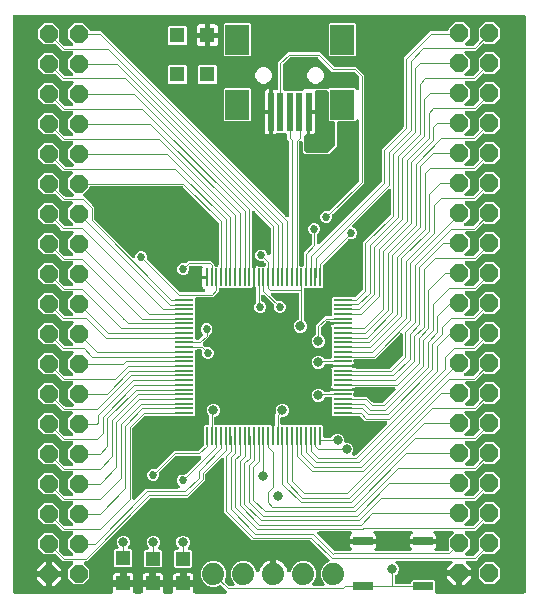
<source format=gbr>
G04 EAGLE Gerber RS-274X export*
G75*
%MOMM*%
%FSLAX34Y34*%
%LPD*%
%INTop Copper*%
%IPPOS*%
%AMOC8*
5,1,8,0,0,1.08239X$1,22.5*%
G01*
%ADD10R,0.230000X1.500000*%
%ADD11R,1.500000X0.230000*%
%ADD12R,2.000000X2.500000*%
%ADD13R,0.500000X3.300000*%
%ADD14C,1.879600*%
%ADD15R,1.308000X1.308000*%
%ADD16P,1.649562X8X292.500000*%
%ADD17R,1.200000X1.200000*%
%ADD18R,1.651000X0.762000*%
%ADD19C,0.101600*%
%ADD20C,0.812800*%
%ADD21C,0.685800*%
%ADD22C,0.889000*%

G36*
X86772Y2293D02*
X86772Y2293D01*
X86823Y2290D01*
X86945Y2312D01*
X87068Y2327D01*
X87116Y2344D01*
X87166Y2353D01*
X87280Y2402D01*
X87396Y2444D01*
X87439Y2472D01*
X87486Y2492D01*
X87585Y2566D01*
X87689Y2633D01*
X87724Y2670D01*
X87765Y2700D01*
X87845Y2795D01*
X87931Y2884D01*
X87957Y2928D01*
X87990Y2967D01*
X88046Y3077D01*
X88110Y3183D01*
X88125Y3231D01*
X88149Y3277D01*
X88178Y3397D01*
X88216Y3515D01*
X88220Y3566D01*
X88232Y3615D01*
X88234Y3739D01*
X88244Y3862D01*
X88236Y3913D01*
X88237Y3964D01*
X88193Y4204D01*
X88045Y4756D01*
X88045Y8091D01*
X95110Y8091D01*
X95136Y8094D01*
X95162Y8092D01*
X95309Y8114D01*
X95456Y8131D01*
X95481Y8139D01*
X95507Y8143D01*
X95644Y8198D01*
X95784Y8248D01*
X95806Y8262D01*
X95831Y8272D01*
X95952Y8357D01*
X96077Y8437D01*
X96095Y8456D01*
X96117Y8471D01*
X96216Y8581D01*
X96319Y8688D01*
X96333Y8710D01*
X96350Y8730D01*
X96422Y8860D01*
X96498Y8987D01*
X96506Y9012D01*
X96519Y9035D01*
X96559Y9178D01*
X96584Y9254D01*
X96588Y9243D01*
X96592Y9217D01*
X96646Y9079D01*
X96696Y8940D01*
X96711Y8918D01*
X96720Y8893D01*
X96805Y8772D01*
X96885Y8647D01*
X96904Y8629D01*
X96919Y8607D01*
X97029Y8508D01*
X97136Y8405D01*
X97159Y8391D01*
X97178Y8374D01*
X97308Y8302D01*
X97435Y8226D01*
X97460Y8218D01*
X97483Y8205D01*
X97626Y8165D01*
X97767Y8120D01*
X97793Y8117D01*
X97818Y8110D01*
X98062Y8091D01*
X105127Y8091D01*
X105127Y4756D01*
X104979Y4204D01*
X104972Y4154D01*
X104956Y4105D01*
X104946Y3982D01*
X104928Y3860D01*
X104932Y3809D01*
X104928Y3758D01*
X104946Y3635D01*
X104957Y3512D01*
X104972Y3464D01*
X104980Y3413D01*
X105025Y3298D01*
X105063Y3180D01*
X105090Y3137D01*
X105108Y3089D01*
X105179Y2988D01*
X105243Y2882D01*
X105278Y2845D01*
X105307Y2803D01*
X105399Y2720D01*
X105485Y2631D01*
X105528Y2604D01*
X105566Y2570D01*
X105674Y2510D01*
X105778Y2443D01*
X105827Y2426D01*
X105871Y2401D01*
X105990Y2368D01*
X106107Y2326D01*
X106157Y2320D01*
X106207Y2306D01*
X106450Y2287D01*
X111751Y2287D01*
X111802Y2293D01*
X111853Y2290D01*
X111975Y2312D01*
X112097Y2327D01*
X112145Y2344D01*
X112196Y2353D01*
X112309Y2402D01*
X112426Y2444D01*
X112468Y2472D01*
X112515Y2492D01*
X112614Y2566D01*
X112718Y2633D01*
X112754Y2670D01*
X112795Y2700D01*
X112874Y2795D01*
X112961Y2884D01*
X112987Y2928D01*
X113020Y2967D01*
X113076Y3077D01*
X113139Y3183D01*
X113155Y3231D01*
X113178Y3277D01*
X113208Y3397D01*
X113246Y3515D01*
X113250Y3566D01*
X113262Y3615D01*
X113264Y3739D01*
X113274Y3862D01*
X113266Y3913D01*
X113267Y3964D01*
X113223Y4204D01*
X113126Y4564D01*
X113126Y7899D01*
X120191Y7899D01*
X120217Y7902D01*
X120243Y7900D01*
X120390Y7922D01*
X120537Y7939D01*
X120562Y7947D01*
X120588Y7951D01*
X120725Y8006D01*
X120865Y8056D01*
X120887Y8070D01*
X120912Y8080D01*
X121033Y8165D01*
X121158Y8245D01*
X121176Y8264D01*
X121198Y8279D01*
X121297Y8389D01*
X121400Y8496D01*
X121414Y8518D01*
X121431Y8538D01*
X121503Y8668D01*
X121579Y8795D01*
X121587Y8820D01*
X121600Y8843D01*
X121640Y8986D01*
X121665Y9062D01*
X121669Y9051D01*
X121673Y9025D01*
X121727Y8887D01*
X121777Y8748D01*
X121792Y8726D01*
X121801Y8701D01*
X121886Y8580D01*
X121966Y8455D01*
X121985Y8437D01*
X122000Y8415D01*
X122110Y8316D01*
X122217Y8213D01*
X122240Y8199D01*
X122259Y8182D01*
X122389Y8110D01*
X122516Y8034D01*
X122541Y8026D01*
X122564Y8013D01*
X122707Y7973D01*
X122848Y7928D01*
X122874Y7925D01*
X122899Y7918D01*
X123143Y7899D01*
X130208Y7899D01*
X130208Y4564D01*
X130111Y4204D01*
X130104Y4154D01*
X130088Y4105D01*
X130079Y3982D01*
X130060Y3860D01*
X130065Y3809D01*
X130060Y3758D01*
X130079Y3635D01*
X130089Y3512D01*
X130105Y3464D01*
X130112Y3413D01*
X130158Y3298D01*
X130196Y3180D01*
X130222Y3137D01*
X130241Y3089D01*
X130311Y2988D01*
X130375Y2882D01*
X130411Y2845D01*
X130440Y2803D01*
X130532Y2720D01*
X130618Y2631D01*
X130661Y2604D01*
X130699Y2570D01*
X130807Y2510D01*
X130911Y2443D01*
X130959Y2426D01*
X131004Y2401D01*
X131123Y2367D01*
X131239Y2326D01*
X131290Y2320D01*
X131339Y2306D01*
X131583Y2287D01*
X137323Y2287D01*
X137374Y2293D01*
X137425Y2290D01*
X137547Y2312D01*
X137670Y2327D01*
X137718Y2344D01*
X137768Y2353D01*
X137881Y2402D01*
X137998Y2444D01*
X138041Y2472D01*
X138087Y2492D01*
X138187Y2566D01*
X138290Y2633D01*
X138326Y2670D01*
X138367Y2700D01*
X138447Y2795D01*
X138533Y2884D01*
X138559Y2928D01*
X138592Y2967D01*
X138648Y3077D01*
X138711Y3183D01*
X138727Y3232D01*
X138750Y3277D01*
X138780Y3397D01*
X138818Y3515D01*
X138822Y3566D01*
X138834Y3615D01*
X138836Y3739D01*
X138846Y3862D01*
X138838Y3913D01*
X138839Y3964D01*
X138795Y4204D01*
X138794Y4207D01*
X138715Y4500D01*
X138715Y7836D01*
X145780Y7836D01*
X145806Y7839D01*
X145832Y7837D01*
X145979Y7859D01*
X146126Y7876D01*
X146151Y7884D01*
X146177Y7888D01*
X146314Y7943D01*
X146454Y7993D01*
X146476Y8007D01*
X146501Y8017D01*
X146622Y8102D01*
X146747Y8182D01*
X146765Y8201D01*
X146787Y8216D01*
X146886Y8326D01*
X146989Y8433D01*
X147003Y8455D01*
X147020Y8475D01*
X147092Y8605D01*
X147168Y8732D01*
X147176Y8757D01*
X147189Y8780D01*
X147229Y8923D01*
X147254Y8999D01*
X147258Y8988D01*
X147262Y8962D01*
X147316Y8824D01*
X147366Y8685D01*
X147381Y8663D01*
X147390Y8638D01*
X147475Y8517D01*
X147555Y8392D01*
X147574Y8374D01*
X147589Y8352D01*
X147699Y8253D01*
X147806Y8150D01*
X147829Y8136D01*
X147848Y8119D01*
X147978Y8047D01*
X148105Y7971D01*
X148130Y7963D01*
X148153Y7950D01*
X148296Y7910D01*
X148437Y7865D01*
X148463Y7862D01*
X148488Y7855D01*
X148732Y7836D01*
X155797Y7836D01*
X155797Y4500D01*
X155717Y4204D01*
X155710Y4154D01*
X155694Y4105D01*
X155684Y3982D01*
X155666Y3860D01*
X155670Y3809D01*
X155666Y3758D01*
X155685Y3636D01*
X155695Y3512D01*
X155710Y3464D01*
X155718Y3413D01*
X155764Y3298D01*
X155802Y3180D01*
X155828Y3137D01*
X155847Y3089D01*
X155917Y2988D01*
X155981Y2882D01*
X156017Y2845D01*
X156046Y2803D01*
X156137Y2720D01*
X156224Y2631D01*
X156267Y2604D01*
X156304Y2570D01*
X156413Y2510D01*
X156517Y2443D01*
X156565Y2426D01*
X156609Y2401D01*
X156729Y2367D01*
X156845Y2326D01*
X156896Y2320D01*
X156945Y2306D01*
X157189Y2287D01*
X182868Y2287D01*
X182968Y2298D01*
X183068Y2300D01*
X183140Y2318D01*
X183214Y2327D01*
X183309Y2360D01*
X183406Y2385D01*
X183472Y2419D01*
X183542Y2444D01*
X183627Y2499D01*
X183716Y2545D01*
X183773Y2593D01*
X183835Y2633D01*
X183905Y2705D01*
X183981Y2770D01*
X184026Y2830D01*
X184077Y2884D01*
X184129Y2970D01*
X184189Y3051D01*
X184218Y3119D01*
X184256Y3183D01*
X184287Y3279D01*
X184327Y3371D01*
X184340Y3444D01*
X184362Y3515D01*
X184371Y3615D01*
X184388Y3714D01*
X184384Y3788D01*
X184390Y3862D01*
X184376Y3962D01*
X184370Y4062D01*
X184350Y4133D01*
X184339Y4207D01*
X184302Y4300D01*
X184274Y4397D01*
X184238Y4462D01*
X184210Y4531D01*
X184153Y4613D01*
X184104Y4701D01*
X184039Y4777D01*
X184011Y4817D01*
X183985Y4841D01*
X183945Y4887D01*
X179958Y8874D01*
X179898Y8922D01*
X179845Y8977D01*
X179762Y9030D01*
X179685Y9091D01*
X179616Y9124D01*
X179551Y9165D01*
X179459Y9198D01*
X179370Y9240D01*
X179295Y9256D01*
X179223Y9282D01*
X179125Y9293D01*
X179029Y9313D01*
X178953Y9312D01*
X178877Y9321D01*
X178779Y9309D01*
X178681Y9307D01*
X178606Y9289D01*
X178531Y9280D01*
X178388Y9234D01*
X178343Y9222D01*
X178326Y9214D01*
X178298Y9205D01*
X175084Y7873D01*
X170738Y7873D01*
X166724Y9536D01*
X163651Y12609D01*
X161988Y16623D01*
X161988Y20969D01*
X163651Y24983D01*
X166724Y28056D01*
X170738Y29719D01*
X175084Y29719D01*
X179098Y28056D01*
X182171Y24983D01*
X183834Y20969D01*
X183834Y16623D01*
X182502Y13409D01*
X182481Y13335D01*
X182451Y13265D01*
X182434Y13169D01*
X182407Y13074D01*
X182403Y12998D01*
X182389Y12922D01*
X182395Y12824D01*
X182390Y12726D01*
X182403Y12651D01*
X182407Y12574D01*
X182435Y12480D01*
X182452Y12383D01*
X182483Y12313D01*
X182504Y12240D01*
X182552Y12154D01*
X182591Y12063D01*
X182637Y12002D01*
X182674Y11935D01*
X182771Y11822D01*
X182799Y11784D01*
X182814Y11771D01*
X182833Y11749D01*
X185499Y9083D01*
X185598Y9004D01*
X185692Y8920D01*
X185734Y8896D01*
X185772Y8866D01*
X185886Y8812D01*
X185997Y8751D01*
X186043Y8738D01*
X186087Y8717D01*
X186210Y8691D01*
X186332Y8656D01*
X186393Y8651D01*
X186428Y8644D01*
X186476Y8645D01*
X186576Y8637D01*
X189346Y8637D01*
X189446Y8648D01*
X189546Y8650D01*
X189618Y8668D01*
X189692Y8677D01*
X189786Y8710D01*
X189884Y8735D01*
X189950Y8769D01*
X190020Y8794D01*
X190104Y8849D01*
X190194Y8895D01*
X190250Y8943D01*
X190313Y8983D01*
X190383Y9055D01*
X190459Y9120D01*
X190503Y9180D01*
X190555Y9234D01*
X190607Y9320D01*
X190666Y9401D01*
X190696Y9469D01*
X190734Y9533D01*
X190765Y9629D01*
X190804Y9721D01*
X190817Y9794D01*
X190840Y9865D01*
X190848Y9965D01*
X190866Y10064D01*
X190862Y10138D01*
X190868Y10212D01*
X190853Y10312D01*
X190848Y10412D01*
X190827Y10483D01*
X190816Y10557D01*
X190779Y10650D01*
X190752Y10747D01*
X190715Y10812D01*
X190688Y10881D01*
X190630Y10963D01*
X190581Y11051D01*
X190516Y11127D01*
X190489Y11167D01*
X190462Y11191D01*
X190423Y11237D01*
X189051Y12609D01*
X187388Y16623D01*
X187388Y20969D01*
X189051Y24983D01*
X192124Y28056D01*
X196138Y29719D01*
X200484Y29719D01*
X204498Y28056D01*
X207571Y24983D01*
X209144Y21184D01*
X209196Y21092D01*
X209238Y20996D01*
X209280Y20940D01*
X209314Y20880D01*
X209385Y20801D01*
X209448Y20717D01*
X209501Y20673D01*
X209548Y20621D01*
X209635Y20561D01*
X209715Y20494D01*
X209777Y20463D01*
X209835Y20423D01*
X209933Y20385D01*
X210027Y20337D01*
X210094Y20321D01*
X210159Y20295D01*
X210263Y20280D01*
X210365Y20255D01*
X210435Y20255D01*
X210504Y20245D01*
X210609Y20253D01*
X210714Y20252D01*
X210782Y20268D01*
X210851Y20273D01*
X210951Y20306D01*
X211054Y20329D01*
X211116Y20359D01*
X211183Y20381D01*
X211273Y20435D01*
X211368Y20481D01*
X211422Y20524D01*
X211481Y20560D01*
X211557Y20634D01*
X211639Y20700D01*
X211681Y20755D01*
X211731Y20803D01*
X211788Y20892D01*
X211853Y20975D01*
X211882Y21038D01*
X211919Y21096D01*
X211955Y21196D01*
X211999Y21291D01*
X212020Y21381D01*
X212036Y21425D01*
X212040Y21463D01*
X212056Y21529D01*
X212066Y21592D01*
X212647Y23379D01*
X213500Y25053D01*
X214605Y26574D01*
X215933Y27902D01*
X217454Y29007D01*
X219128Y29860D01*
X220915Y30441D01*
X221172Y30481D01*
X221172Y19812D01*
X221175Y19786D01*
X221173Y19760D01*
X221195Y19613D01*
X221212Y19466D01*
X221220Y19441D01*
X221224Y19415D01*
X221279Y19278D01*
X221329Y19138D01*
X221343Y19116D01*
X221353Y19091D01*
X221438Y18970D01*
X221518Y18845D01*
X221537Y18827D01*
X221552Y18805D01*
X221662Y18706D01*
X221769Y18603D01*
X221791Y18589D01*
X221811Y18572D01*
X221941Y18500D01*
X222068Y18424D01*
X222093Y18416D01*
X222116Y18403D01*
X222259Y18363D01*
X222400Y18318D01*
X222426Y18316D01*
X222451Y18309D01*
X222695Y18289D01*
X224727Y18289D01*
X224753Y18292D01*
X224779Y18290D01*
X224926Y18312D01*
X225073Y18329D01*
X225098Y18338D01*
X225124Y18342D01*
X225262Y18396D01*
X225401Y18446D01*
X225423Y18461D01*
X225448Y18470D01*
X225569Y18555D01*
X225694Y18635D01*
X225712Y18654D01*
X225734Y18669D01*
X225833Y18779D01*
X225936Y18886D01*
X225950Y18909D01*
X225967Y18928D01*
X226039Y19058D01*
X226115Y19185D01*
X226123Y19210D01*
X226136Y19233D01*
X226176Y19376D01*
X226221Y19517D01*
X226223Y19543D01*
X226231Y19568D01*
X226250Y19812D01*
X226250Y30481D01*
X226507Y30441D01*
X228294Y29860D01*
X229968Y29007D01*
X231489Y27902D01*
X232817Y26574D01*
X233922Y25053D01*
X234775Y23379D01*
X235356Y21592D01*
X235366Y21529D01*
X235394Y21428D01*
X235413Y21324D01*
X235441Y21260D01*
X235459Y21193D01*
X235510Y21101D01*
X235552Y21004D01*
X235593Y20948D01*
X235626Y20888D01*
X235697Y20809D01*
X235760Y20724D01*
X235813Y20680D01*
X235859Y20628D01*
X235945Y20567D01*
X236026Y20499D01*
X236087Y20468D01*
X236144Y20428D01*
X236242Y20389D01*
X236336Y20341D01*
X236403Y20324D01*
X236468Y20298D01*
X236572Y20282D01*
X236674Y20256D01*
X236743Y20255D01*
X236812Y20245D01*
X236917Y20253D01*
X237023Y20251D01*
X237090Y20266D01*
X237160Y20272D01*
X237260Y20303D01*
X237363Y20326D01*
X237426Y20356D01*
X237492Y20376D01*
X237583Y20430D01*
X237678Y20475D01*
X237732Y20519D01*
X237792Y20554D01*
X237868Y20627D01*
X237950Y20693D01*
X237993Y20747D01*
X238043Y20795D01*
X238101Y20884D01*
X238166Y20966D01*
X238208Y21049D01*
X238233Y21087D01*
X238247Y21124D01*
X238278Y21184D01*
X239851Y24983D01*
X242924Y28056D01*
X246938Y29719D01*
X251284Y29719D01*
X255298Y28056D01*
X258371Y24983D01*
X260034Y20969D01*
X260034Y16623D01*
X258371Y12609D01*
X256999Y11237D01*
X256937Y11158D01*
X256867Y11086D01*
X256829Y11022D01*
X256783Y10964D01*
X256740Y10873D01*
X256688Y10787D01*
X256665Y10716D01*
X256634Y10649D01*
X256612Y10551D01*
X256582Y10455D01*
X256576Y10381D01*
X256560Y10308D01*
X256562Y10208D01*
X256554Y10108D01*
X256565Y10034D01*
X256566Y9960D01*
X256591Y9863D01*
X256606Y9763D01*
X256633Y9694D01*
X256651Y9622D01*
X256697Y9533D01*
X256734Y9439D01*
X256777Y9378D01*
X256811Y9312D01*
X256876Y9236D01*
X256933Y9153D01*
X256988Y9103D01*
X257037Y9047D01*
X257118Y8987D01*
X257192Y8920D01*
X257257Y8884D01*
X257317Y8839D01*
X257409Y8800D01*
X257497Y8751D01*
X257569Y8731D01*
X257637Y8701D01*
X257736Y8684D01*
X257832Y8656D01*
X257932Y8648D01*
X257980Y8640D01*
X258016Y8642D01*
X258076Y8637D01*
X265546Y8637D01*
X265646Y8648D01*
X265746Y8650D01*
X265818Y8668D01*
X265892Y8677D01*
X265986Y8710D01*
X266084Y8735D01*
X266150Y8769D01*
X266220Y8794D01*
X266304Y8849D01*
X266394Y8895D01*
X266450Y8943D01*
X266513Y8983D01*
X266583Y9055D01*
X266659Y9120D01*
X266703Y9180D01*
X266755Y9234D01*
X266807Y9320D01*
X266866Y9401D01*
X266896Y9469D01*
X266934Y9533D01*
X266965Y9629D01*
X267004Y9721D01*
X267017Y9794D01*
X267040Y9865D01*
X267048Y9965D01*
X267066Y10064D01*
X267062Y10138D01*
X267068Y10212D01*
X267053Y10312D01*
X267048Y10412D01*
X267027Y10483D01*
X267016Y10557D01*
X266979Y10650D01*
X266952Y10747D01*
X266915Y10812D01*
X266888Y10881D01*
X266830Y10963D01*
X266781Y11051D01*
X266716Y11127D01*
X266689Y11167D01*
X266662Y11191D01*
X266623Y11237D01*
X265251Y12609D01*
X263588Y16623D01*
X263588Y20969D01*
X265251Y24983D01*
X268324Y28056D01*
X270408Y28919D01*
X270540Y28992D01*
X270673Y29061D01*
X270692Y29077D01*
X270713Y29089D01*
X270824Y29190D01*
X270939Y29287D01*
X270953Y29307D01*
X270971Y29323D01*
X271057Y29446D01*
X271146Y29567D01*
X271156Y29590D01*
X271169Y29609D01*
X271224Y29749D01*
X271284Y29887D01*
X271288Y29911D01*
X271297Y29934D01*
X271319Y30082D01*
X271346Y30230D01*
X271344Y30255D01*
X271348Y30278D01*
X271335Y30429D01*
X271328Y30578D01*
X271321Y30602D01*
X271319Y30626D01*
X271273Y30769D01*
X271231Y30913D01*
X271219Y30934D01*
X271212Y30957D01*
X271134Y31086D01*
X271061Y31217D01*
X271042Y31240D01*
X271032Y31256D01*
X270999Y31290D01*
X270903Y31404D01*
X255509Y46797D01*
X255410Y46876D01*
X255316Y46960D01*
X255274Y46984D01*
X255236Y47014D01*
X255122Y47068D01*
X255011Y47129D01*
X254965Y47142D01*
X254921Y47163D01*
X254798Y47189D01*
X254676Y47224D01*
X254615Y47229D01*
X254580Y47236D01*
X254532Y47235D01*
X254432Y47243D01*
X205660Y47243D01*
X204023Y48880D01*
X183500Y69403D01*
X181863Y71040D01*
X181863Y115875D01*
X181852Y115975D01*
X181850Y116075D01*
X181832Y116147D01*
X181823Y116221D01*
X181790Y116316D01*
X181765Y116413D01*
X181731Y116479D01*
X181706Y116549D01*
X181651Y116634D01*
X181605Y116723D01*
X181557Y116780D01*
X181517Y116842D01*
X181445Y116912D01*
X181380Y116988D01*
X181320Y117033D01*
X181266Y117084D01*
X181180Y117136D01*
X181099Y117196D01*
X181031Y117225D01*
X180967Y117263D01*
X180871Y117294D01*
X180779Y117334D01*
X180706Y117347D01*
X180635Y117369D01*
X180535Y117378D01*
X180436Y117395D01*
X180362Y117391D01*
X180288Y117397D01*
X180188Y117383D01*
X180088Y117377D01*
X180017Y117357D01*
X179943Y117346D01*
X179850Y117309D01*
X179753Y117281D01*
X179688Y117245D01*
X179619Y117217D01*
X179537Y117160D01*
X179449Y117111D01*
X179373Y117046D01*
X179333Y117018D01*
X179309Y116992D01*
X179263Y116952D01*
X166563Y104252D01*
X166484Y104153D01*
X166400Y104059D01*
X166376Y104017D01*
X166346Y103979D01*
X166292Y103865D01*
X166231Y103754D01*
X166218Y103708D01*
X166197Y103664D01*
X166171Y103541D01*
X166136Y103419D01*
X166131Y103358D01*
X166124Y103323D01*
X166125Y103275D01*
X166117Y103175D01*
X166117Y98091D01*
X151464Y83438D01*
X119964Y83438D01*
X119838Y83424D01*
X119712Y83417D01*
X119666Y83404D01*
X119618Y83398D01*
X119499Y83356D01*
X119377Y83321D01*
X119335Y83297D01*
X119290Y83281D01*
X119183Y83212D01*
X119073Y83151D01*
X119027Y83111D01*
X118997Y83092D01*
X118963Y83057D01*
X118887Y82992D01*
X65612Y29717D01*
X64745Y29717D01*
X64645Y29706D01*
X64545Y29704D01*
X64472Y29686D01*
X64399Y29677D01*
X64304Y29644D01*
X64207Y29619D01*
X64140Y29585D01*
X64070Y29560D01*
X63986Y29505D01*
X63897Y29459D01*
X63840Y29411D01*
X63778Y29371D01*
X63708Y29299D01*
X63631Y29234D01*
X63587Y29174D01*
X63535Y29120D01*
X63484Y29034D01*
X63424Y28953D01*
X63395Y28885D01*
X63357Y28821D01*
X63326Y28725D01*
X63286Y28633D01*
X63273Y28560D01*
X63250Y28489D01*
X63242Y28389D01*
X63225Y28290D01*
X63228Y28216D01*
X63222Y28142D01*
X63237Y28042D01*
X63242Y27942D01*
X63263Y27871D01*
X63274Y27797D01*
X63311Y27704D01*
X63339Y27607D01*
X63375Y27542D01*
X63403Y27473D01*
X63460Y27391D01*
X63509Y27303D01*
X63574Y27227D01*
X63602Y27187D01*
X63612Y27178D01*
X63614Y27175D01*
X63632Y27158D01*
X63668Y27117D01*
X67883Y22902D01*
X67883Y15326D01*
X62526Y9969D01*
X54950Y9969D01*
X49593Y15326D01*
X49593Y22902D01*
X53808Y27117D01*
X53871Y27195D01*
X53941Y27268D01*
X53979Y27332D01*
X54025Y27390D01*
X54068Y27481D01*
X54119Y27567D01*
X54142Y27638D01*
X54174Y27705D01*
X54195Y27803D01*
X54226Y27899D01*
X54232Y27973D01*
X54247Y28046D01*
X54246Y28146D01*
X54254Y28246D01*
X54243Y28320D01*
X54241Y28394D01*
X54217Y28491D01*
X54202Y28591D01*
X54174Y28660D01*
X54156Y28732D01*
X54110Y28822D01*
X54073Y28915D01*
X54031Y28976D01*
X53997Y29042D01*
X53931Y29119D01*
X53874Y29201D01*
X53819Y29251D01*
X53771Y29307D01*
X53690Y29367D01*
X53615Y29434D01*
X53550Y29470D01*
X53491Y29515D01*
X53398Y29554D01*
X53310Y29603D01*
X53239Y29623D01*
X53171Y29653D01*
X53072Y29670D01*
X52975Y29698D01*
X52875Y29706D01*
X52827Y29714D01*
X52792Y29712D01*
X52731Y29717D01*
X45132Y29717D01*
X43495Y31354D01*
X39380Y35469D01*
X39360Y35486D01*
X39343Y35506D01*
X39223Y35594D01*
X39107Y35686D01*
X39083Y35697D01*
X39062Y35713D01*
X38926Y35771D01*
X38792Y35835D01*
X38766Y35840D01*
X38742Y35851D01*
X38596Y35877D01*
X38451Y35908D01*
X38425Y35908D01*
X38399Y35912D01*
X38251Y35905D01*
X38103Y35902D01*
X38077Y35896D01*
X38051Y35894D01*
X37909Y35853D01*
X37765Y35817D01*
X37741Y35805D01*
X37716Y35798D01*
X37587Y35726D01*
X37455Y35658D01*
X37435Y35641D01*
X37412Y35628D01*
X37226Y35469D01*
X37126Y35369D01*
X29550Y35369D01*
X24193Y40726D01*
X24193Y48302D01*
X29550Y53659D01*
X37126Y53659D01*
X42483Y48302D01*
X42483Y40726D01*
X42255Y40498D01*
X42238Y40478D01*
X42218Y40461D01*
X42130Y40341D01*
X42038Y40225D01*
X42027Y40201D01*
X42011Y40180D01*
X41953Y40044D01*
X41889Y39910D01*
X41884Y39884D01*
X41873Y39860D01*
X41847Y39714D01*
X41816Y39569D01*
X41816Y39543D01*
X41812Y39517D01*
X41819Y39369D01*
X41822Y39221D01*
X41828Y39195D01*
X41830Y39169D01*
X41871Y39027D01*
X41907Y38883D01*
X41919Y38860D01*
X41926Y38834D01*
X41999Y38705D01*
X42066Y38573D01*
X42083Y38553D01*
X42096Y38530D01*
X42255Y38344D01*
X46370Y34229D01*
X46469Y34150D01*
X46563Y34066D01*
X46605Y34042D01*
X46643Y34012D01*
X46757Y33958D01*
X46868Y33897D01*
X46914Y33884D01*
X46958Y33863D01*
X47081Y33837D01*
X47203Y33802D01*
X47264Y33797D01*
X47299Y33790D01*
X47347Y33791D01*
X47447Y33783D01*
X52859Y33783D01*
X52959Y33794D01*
X53059Y33796D01*
X53132Y33814D01*
X53205Y33823D01*
X53300Y33856D01*
X53397Y33881D01*
X53464Y33915D01*
X53534Y33940D01*
X53618Y33995D01*
X53707Y34041D01*
X53764Y34089D01*
X53826Y34129D01*
X53896Y34201D01*
X53973Y34266D01*
X54017Y34326D01*
X54069Y34380D01*
X54120Y34466D01*
X54180Y34547D01*
X54209Y34615D01*
X54247Y34679D01*
X54278Y34775D01*
X54318Y34867D01*
X54331Y34940D01*
X54354Y35011D01*
X54362Y35111D01*
X54379Y35210D01*
X54376Y35284D01*
X54382Y35358D01*
X54367Y35458D01*
X54362Y35558D01*
X54341Y35629D01*
X54330Y35703D01*
X54293Y35796D01*
X54265Y35893D01*
X54229Y35958D01*
X54201Y36027D01*
X54144Y36109D01*
X54095Y36197D01*
X54030Y36273D01*
X54002Y36313D01*
X53976Y36337D01*
X53936Y36383D01*
X49593Y40726D01*
X49593Y48302D01*
X53808Y52517D01*
X53871Y52595D01*
X53941Y52668D01*
X53979Y52732D01*
X54025Y52790D01*
X54068Y52881D01*
X54119Y52967D01*
X54142Y53038D01*
X54174Y53105D01*
X54195Y53203D01*
X54226Y53299D01*
X54232Y53373D01*
X54247Y53446D01*
X54246Y53546D01*
X54254Y53646D01*
X54243Y53720D01*
X54241Y53794D01*
X54217Y53891D01*
X54202Y53991D01*
X54174Y54060D01*
X54156Y54132D01*
X54110Y54222D01*
X54073Y54315D01*
X54031Y54376D01*
X53997Y54442D01*
X53931Y54519D01*
X53874Y54601D01*
X53819Y54651D01*
X53771Y54707D01*
X53690Y54767D01*
X53615Y54834D01*
X53550Y54870D01*
X53491Y54915D01*
X53398Y54954D01*
X53310Y55003D01*
X53239Y55023D01*
X53171Y55053D01*
X53072Y55070D01*
X52975Y55098D01*
X52875Y55106D01*
X52827Y55114D01*
X52792Y55112D01*
X52731Y55117D01*
X45386Y55117D01*
X39507Y60996D01*
X39487Y61013D01*
X39469Y61033D01*
X39350Y61121D01*
X39234Y61213D01*
X39210Y61224D01*
X39189Y61240D01*
X39053Y61298D01*
X38919Y61362D01*
X38893Y61367D01*
X38869Y61378D01*
X38723Y61404D01*
X38578Y61435D01*
X38552Y61435D01*
X38526Y61439D01*
X38378Y61432D01*
X38230Y61429D01*
X38204Y61423D01*
X38178Y61421D01*
X38036Y61380D01*
X37892Y61344D01*
X37868Y61332D01*
X37843Y61325D01*
X37714Y61253D01*
X37582Y61185D01*
X37562Y61168D01*
X37539Y61155D01*
X37353Y60996D01*
X37126Y60769D01*
X29550Y60769D01*
X24193Y66126D01*
X24193Y73702D01*
X29550Y79059D01*
X37126Y79059D01*
X42483Y73702D01*
X42483Y66126D01*
X42382Y66025D01*
X42366Y66005D01*
X42345Y65988D01*
X42257Y65868D01*
X42165Y65752D01*
X42154Y65729D01*
X42138Y65707D01*
X42080Y65571D01*
X42016Y65437D01*
X42011Y65411D01*
X42000Y65387D01*
X41974Y65241D01*
X41943Y65096D01*
X41943Y65070D01*
X41939Y65044D01*
X41946Y64896D01*
X41949Y64748D01*
X41955Y64722D01*
X41957Y64696D01*
X41998Y64554D01*
X42034Y64410D01*
X42046Y64387D01*
X42053Y64361D01*
X42125Y64232D01*
X42193Y64100D01*
X42210Y64080D01*
X42223Y64057D01*
X42382Y63871D01*
X46624Y59629D01*
X46723Y59550D01*
X46817Y59466D01*
X46859Y59442D01*
X46897Y59412D01*
X47011Y59358D01*
X47122Y59297D01*
X47168Y59284D01*
X47212Y59263D01*
X47335Y59237D01*
X47457Y59202D01*
X47518Y59197D01*
X47553Y59190D01*
X47601Y59191D01*
X47701Y59183D01*
X52859Y59183D01*
X52959Y59194D01*
X53059Y59196D01*
X53132Y59214D01*
X53205Y59223D01*
X53300Y59256D01*
X53397Y59281D01*
X53464Y59315D01*
X53534Y59340D01*
X53618Y59395D01*
X53707Y59441D01*
X53764Y59489D01*
X53826Y59529D01*
X53896Y59601D01*
X53973Y59666D01*
X54017Y59726D01*
X54069Y59780D01*
X54120Y59866D01*
X54180Y59947D01*
X54209Y60015D01*
X54247Y60079D01*
X54278Y60175D01*
X54318Y60267D01*
X54331Y60340D01*
X54354Y60411D01*
X54362Y60511D01*
X54379Y60610D01*
X54376Y60684D01*
X54382Y60758D01*
X54367Y60858D01*
X54362Y60958D01*
X54341Y61029D01*
X54330Y61103D01*
X54293Y61196D01*
X54265Y61293D01*
X54229Y61358D01*
X54201Y61427D01*
X54144Y61509D01*
X54095Y61597D01*
X54030Y61673D01*
X54002Y61713D01*
X53976Y61737D01*
X53936Y61783D01*
X49593Y66126D01*
X49593Y73702D01*
X53808Y77917D01*
X53871Y77995D01*
X53941Y78068D01*
X53979Y78132D01*
X54025Y78190D01*
X54068Y78281D01*
X54119Y78367D01*
X54142Y78438D01*
X54174Y78505D01*
X54195Y78603D01*
X54226Y78699D01*
X54232Y78773D01*
X54247Y78846D01*
X54246Y78946D01*
X54254Y79046D01*
X54243Y79120D01*
X54241Y79194D01*
X54217Y79291D01*
X54202Y79391D01*
X54174Y79460D01*
X54156Y79532D01*
X54110Y79622D01*
X54073Y79715D01*
X54031Y79776D01*
X53997Y79842D01*
X53931Y79919D01*
X53874Y80001D01*
X53819Y80051D01*
X53771Y80107D01*
X53690Y80167D01*
X53615Y80234D01*
X53550Y80270D01*
X53491Y80315D01*
X53398Y80354D01*
X53310Y80403D01*
X53239Y80423D01*
X53171Y80453D01*
X53072Y80470D01*
X52975Y80498D01*
X52875Y80506D01*
X52827Y80514D01*
X52792Y80512D01*
X52731Y80517D01*
X45132Y80517D01*
X43495Y82154D01*
X39380Y86269D01*
X39360Y86286D01*
X39343Y86306D01*
X39223Y86394D01*
X39107Y86486D01*
X39083Y86497D01*
X39062Y86513D01*
X38926Y86571D01*
X38792Y86635D01*
X38766Y86640D01*
X38742Y86651D01*
X38596Y86677D01*
X38451Y86708D01*
X38425Y86708D01*
X38399Y86712D01*
X38251Y86705D01*
X38103Y86702D01*
X38077Y86696D01*
X38051Y86694D01*
X37909Y86653D01*
X37765Y86617D01*
X37741Y86605D01*
X37716Y86598D01*
X37587Y86526D01*
X37455Y86458D01*
X37435Y86441D01*
X37412Y86428D01*
X37226Y86269D01*
X37126Y86169D01*
X29550Y86169D01*
X24193Y91526D01*
X24193Y99102D01*
X29550Y104459D01*
X37126Y104459D01*
X42483Y99102D01*
X42483Y91526D01*
X42255Y91298D01*
X42238Y91278D01*
X42218Y91261D01*
X42130Y91141D01*
X42038Y91025D01*
X42027Y91001D01*
X42011Y90980D01*
X41953Y90844D01*
X41889Y90710D01*
X41884Y90684D01*
X41873Y90660D01*
X41847Y90514D01*
X41816Y90369D01*
X41816Y90343D01*
X41812Y90317D01*
X41819Y90169D01*
X41822Y90021D01*
X41828Y89995D01*
X41830Y89969D01*
X41871Y89827D01*
X41907Y89683D01*
X41919Y89660D01*
X41926Y89634D01*
X41999Y89505D01*
X42066Y89373D01*
X42083Y89353D01*
X42096Y89330D01*
X42255Y89144D01*
X46370Y85029D01*
X46469Y84950D01*
X46563Y84866D01*
X46605Y84842D01*
X46643Y84812D01*
X46757Y84758D01*
X46868Y84697D01*
X46914Y84684D01*
X46958Y84663D01*
X47081Y84637D01*
X47203Y84602D01*
X47264Y84597D01*
X47299Y84590D01*
X47347Y84591D01*
X47447Y84583D01*
X52859Y84583D01*
X52959Y84594D01*
X53059Y84596D01*
X53132Y84614D01*
X53205Y84623D01*
X53300Y84656D01*
X53397Y84681D01*
X53464Y84715D01*
X53534Y84740D01*
X53618Y84795D01*
X53707Y84841D01*
X53764Y84889D01*
X53826Y84929D01*
X53896Y85001D01*
X53973Y85066D01*
X54017Y85126D01*
X54069Y85180D01*
X54120Y85266D01*
X54180Y85347D01*
X54209Y85415D01*
X54247Y85479D01*
X54278Y85575D01*
X54318Y85667D01*
X54331Y85740D01*
X54354Y85811D01*
X54362Y85911D01*
X54379Y86010D01*
X54376Y86084D01*
X54382Y86158D01*
X54367Y86258D01*
X54362Y86358D01*
X54341Y86429D01*
X54330Y86503D01*
X54293Y86596D01*
X54265Y86693D01*
X54229Y86758D01*
X54201Y86827D01*
X54144Y86909D01*
X54095Y86997D01*
X54030Y87073D01*
X54002Y87113D01*
X53976Y87137D01*
X53936Y87183D01*
X49593Y91526D01*
X49593Y99102D01*
X53808Y103317D01*
X53871Y103395D01*
X53941Y103468D01*
X53979Y103532D01*
X54025Y103590D01*
X54068Y103681D01*
X54119Y103767D01*
X54142Y103838D01*
X54174Y103905D01*
X54195Y104003D01*
X54226Y104099D01*
X54232Y104173D01*
X54247Y104246D01*
X54246Y104346D01*
X54254Y104446D01*
X54243Y104520D01*
X54241Y104594D01*
X54217Y104691D01*
X54202Y104791D01*
X54174Y104860D01*
X54156Y104932D01*
X54110Y105022D01*
X54073Y105115D01*
X54031Y105176D01*
X53997Y105242D01*
X53931Y105319D01*
X53874Y105401D01*
X53819Y105451D01*
X53771Y105507D01*
X53690Y105567D01*
X53615Y105634D01*
X53550Y105670D01*
X53491Y105715D01*
X53398Y105754D01*
X53310Y105803D01*
X53239Y105823D01*
X53171Y105853D01*
X53072Y105870D01*
X52975Y105898D01*
X52875Y105906D01*
X52827Y105914D01*
X52792Y105912D01*
X52731Y105917D01*
X45132Y105917D01*
X39380Y111669D01*
X39360Y111686D01*
X39342Y111706D01*
X39223Y111794D01*
X39107Y111886D01*
X39083Y111897D01*
X39062Y111913D01*
X38926Y111971D01*
X38792Y112035D01*
X38766Y112040D01*
X38742Y112051D01*
X38596Y112077D01*
X38451Y112108D01*
X38425Y112108D01*
X38399Y112112D01*
X38251Y112105D01*
X38103Y112102D01*
X38077Y112096D01*
X38051Y112094D01*
X37909Y112053D01*
X37765Y112017D01*
X37741Y112005D01*
X37716Y111998D01*
X37587Y111926D01*
X37455Y111858D01*
X37435Y111840D01*
X37412Y111828D01*
X37226Y111669D01*
X37126Y111569D01*
X29550Y111569D01*
X24193Y116926D01*
X24193Y124502D01*
X29550Y129859D01*
X37126Y129859D01*
X42483Y124502D01*
X42483Y116926D01*
X42255Y116698D01*
X42239Y116678D01*
X42218Y116661D01*
X42130Y116541D01*
X42038Y116425D01*
X42027Y116401D01*
X42011Y116380D01*
X41953Y116245D01*
X41889Y116110D01*
X41884Y116084D01*
X41873Y116060D01*
X41847Y115914D01*
X41816Y115769D01*
X41816Y115743D01*
X41812Y115717D01*
X41819Y115569D01*
X41822Y115421D01*
X41828Y115396D01*
X41830Y115369D01*
X41871Y115227D01*
X41907Y115083D01*
X41919Y115060D01*
X41926Y115034D01*
X41998Y114905D01*
X42066Y114773D01*
X42083Y114753D01*
X42096Y114730D01*
X42255Y114544D01*
X46370Y110429D01*
X46469Y110350D01*
X46563Y110266D01*
X46605Y110242D01*
X46643Y110212D01*
X46757Y110158D01*
X46868Y110097D01*
X46914Y110084D01*
X46958Y110063D01*
X47081Y110037D01*
X47203Y110002D01*
X47264Y109997D01*
X47299Y109990D01*
X47347Y109991D01*
X47447Y109983D01*
X52859Y109983D01*
X52959Y109994D01*
X53059Y109996D01*
X53132Y110014D01*
X53205Y110023D01*
X53300Y110056D01*
X53397Y110081D01*
X53464Y110115D01*
X53534Y110140D01*
X53618Y110195D01*
X53707Y110241D01*
X53764Y110289D01*
X53826Y110329D01*
X53896Y110401D01*
X53973Y110466D01*
X54017Y110526D01*
X54069Y110580D01*
X54120Y110666D01*
X54180Y110747D01*
X54209Y110815D01*
X54247Y110879D01*
X54278Y110975D01*
X54318Y111067D01*
X54331Y111140D01*
X54354Y111211D01*
X54362Y111311D01*
X54379Y111410D01*
X54376Y111484D01*
X54382Y111558D01*
X54367Y111658D01*
X54362Y111758D01*
X54341Y111829D01*
X54330Y111903D01*
X54293Y111996D01*
X54265Y112093D01*
X54229Y112158D01*
X54201Y112227D01*
X54144Y112309D01*
X54095Y112397D01*
X54030Y112473D01*
X54002Y112513D01*
X53976Y112537D01*
X53936Y112583D01*
X49593Y116926D01*
X49593Y124502D01*
X53808Y128717D01*
X53871Y128795D01*
X53941Y128868D01*
X53979Y128932D01*
X54025Y128990D01*
X54068Y129081D01*
X54119Y129167D01*
X54142Y129238D01*
X54174Y129305D01*
X54195Y129403D01*
X54226Y129499D01*
X54232Y129573D01*
X54247Y129646D01*
X54246Y129746D01*
X54254Y129846D01*
X54243Y129920D01*
X54241Y129994D01*
X54217Y130091D01*
X54202Y130191D01*
X54174Y130260D01*
X54156Y130332D01*
X54110Y130422D01*
X54073Y130515D01*
X54031Y130576D01*
X53997Y130642D01*
X53931Y130719D01*
X53874Y130801D01*
X53819Y130851D01*
X53771Y130907D01*
X53690Y130967D01*
X53615Y131034D01*
X53550Y131070D01*
X53491Y131115D01*
X53398Y131154D01*
X53310Y131203D01*
X53239Y131223D01*
X53171Y131253D01*
X53072Y131270D01*
X52975Y131298D01*
X52875Y131306D01*
X52827Y131314D01*
X52792Y131312D01*
X52731Y131317D01*
X45132Y131317D01*
X39380Y137069D01*
X39360Y137086D01*
X39342Y137106D01*
X39223Y137194D01*
X39107Y137286D01*
X39083Y137297D01*
X39062Y137313D01*
X38926Y137371D01*
X38792Y137435D01*
X38766Y137440D01*
X38742Y137451D01*
X38596Y137477D01*
X38451Y137508D01*
X38425Y137508D01*
X38399Y137512D01*
X38251Y137505D01*
X38103Y137502D01*
X38077Y137496D01*
X38051Y137494D01*
X37909Y137453D01*
X37765Y137417D01*
X37741Y137405D01*
X37716Y137398D01*
X37587Y137326D01*
X37455Y137258D01*
X37435Y137240D01*
X37412Y137228D01*
X37226Y137069D01*
X37126Y136969D01*
X29550Y136969D01*
X24193Y142326D01*
X24193Y149902D01*
X29550Y155259D01*
X37126Y155259D01*
X42483Y149902D01*
X42483Y142326D01*
X42255Y142098D01*
X42239Y142078D01*
X42218Y142061D01*
X42130Y141941D01*
X42038Y141825D01*
X42027Y141801D01*
X42011Y141780D01*
X41953Y141645D01*
X41889Y141510D01*
X41884Y141484D01*
X41873Y141460D01*
X41847Y141314D01*
X41816Y141169D01*
X41816Y141143D01*
X41812Y141117D01*
X41819Y140969D01*
X41822Y140821D01*
X41828Y140796D01*
X41830Y140769D01*
X41871Y140627D01*
X41907Y140483D01*
X41919Y140460D01*
X41926Y140434D01*
X41998Y140305D01*
X42066Y140173D01*
X42083Y140153D01*
X42096Y140130D01*
X42255Y139944D01*
X46370Y135829D01*
X46469Y135750D01*
X46563Y135666D01*
X46605Y135642D01*
X46643Y135612D01*
X46757Y135558D01*
X46868Y135497D01*
X46914Y135484D01*
X46958Y135463D01*
X47081Y135437D01*
X47203Y135402D01*
X47264Y135397D01*
X47299Y135390D01*
X47347Y135391D01*
X47447Y135383D01*
X52859Y135383D01*
X52959Y135394D01*
X53059Y135396D01*
X53132Y135414D01*
X53205Y135423D01*
X53300Y135456D01*
X53397Y135481D01*
X53464Y135515D01*
X53534Y135540D01*
X53618Y135595D01*
X53707Y135641D01*
X53764Y135689D01*
X53826Y135729D01*
X53896Y135801D01*
X53973Y135866D01*
X54017Y135926D01*
X54069Y135980D01*
X54120Y136066D01*
X54180Y136147D01*
X54209Y136215D01*
X54247Y136279D01*
X54278Y136375D01*
X54318Y136467D01*
X54331Y136540D01*
X54354Y136611D01*
X54362Y136711D01*
X54379Y136810D01*
X54376Y136884D01*
X54382Y136958D01*
X54367Y137058D01*
X54362Y137158D01*
X54341Y137229D01*
X54330Y137303D01*
X54293Y137396D01*
X54265Y137493D01*
X54229Y137558D01*
X54201Y137627D01*
X54144Y137709D01*
X54095Y137797D01*
X54030Y137873D01*
X54002Y137913D01*
X53976Y137937D01*
X53936Y137983D01*
X49593Y142326D01*
X49593Y149902D01*
X53554Y153863D01*
X53617Y153941D01*
X53687Y154014D01*
X53725Y154078D01*
X53771Y154136D01*
X53814Y154227D01*
X53865Y154313D01*
X53888Y154384D01*
X53920Y154451D01*
X53941Y154549D01*
X53972Y154645D01*
X53978Y154719D01*
X53993Y154792D01*
X53992Y154892D01*
X54000Y154992D01*
X53989Y155066D01*
X53987Y155140D01*
X53963Y155237D01*
X53948Y155337D01*
X53920Y155406D01*
X53902Y155478D01*
X53856Y155568D01*
X53819Y155661D01*
X53777Y155722D01*
X53743Y155788D01*
X53677Y155865D01*
X53620Y155947D01*
X53565Y155997D01*
X53517Y156053D01*
X53436Y156113D01*
X53361Y156180D01*
X53296Y156216D01*
X53237Y156261D01*
X53144Y156300D01*
X53056Y156349D01*
X52985Y156369D01*
X52917Y156399D01*
X52818Y156416D01*
X52721Y156444D01*
X52621Y156452D01*
X52573Y156460D01*
X52538Y156458D01*
X52477Y156463D01*
X45386Y156463D01*
X43749Y158100D01*
X39380Y162469D01*
X39360Y162486D01*
X39343Y162506D01*
X39223Y162594D01*
X39107Y162686D01*
X39083Y162697D01*
X39062Y162713D01*
X38926Y162771D01*
X38792Y162835D01*
X38766Y162840D01*
X38742Y162851D01*
X38596Y162877D01*
X38451Y162908D01*
X38425Y162908D01*
X38399Y162912D01*
X38251Y162905D01*
X38103Y162902D01*
X38077Y162896D01*
X38051Y162894D01*
X37909Y162853D01*
X37765Y162817D01*
X37741Y162805D01*
X37716Y162798D01*
X37587Y162726D01*
X37455Y162658D01*
X37435Y162641D01*
X37412Y162628D01*
X37226Y162469D01*
X37126Y162369D01*
X29550Y162369D01*
X24193Y167726D01*
X24193Y175302D01*
X29550Y180659D01*
X37126Y180659D01*
X42483Y175302D01*
X42483Y167726D01*
X42255Y167498D01*
X42238Y167478D01*
X42218Y167461D01*
X42130Y167341D01*
X42038Y167225D01*
X42027Y167201D01*
X42011Y167180D01*
X41953Y167044D01*
X41889Y166910D01*
X41884Y166884D01*
X41873Y166860D01*
X41847Y166714D01*
X41816Y166569D01*
X41816Y166543D01*
X41812Y166517D01*
X41819Y166369D01*
X41822Y166221D01*
X41828Y166195D01*
X41830Y166169D01*
X41871Y166027D01*
X41907Y165883D01*
X41919Y165860D01*
X41926Y165834D01*
X41999Y165705D01*
X42066Y165573D01*
X42083Y165553D01*
X42096Y165530D01*
X42255Y165344D01*
X46624Y160975D01*
X46723Y160896D01*
X46817Y160812D01*
X46859Y160788D01*
X46897Y160758D01*
X47011Y160704D01*
X47122Y160643D01*
X47168Y160630D01*
X47212Y160609D01*
X47335Y160583D01*
X47457Y160548D01*
X47518Y160543D01*
X47553Y160536D01*
X47601Y160537D01*
X47701Y160529D01*
X53113Y160529D01*
X53213Y160540D01*
X53313Y160542D01*
X53386Y160560D01*
X53459Y160569D01*
X53554Y160602D01*
X53651Y160627D01*
X53718Y160661D01*
X53788Y160686D01*
X53872Y160741D01*
X53961Y160787D01*
X54018Y160835D01*
X54080Y160875D01*
X54150Y160947D01*
X54227Y161012D01*
X54271Y161072D01*
X54323Y161126D01*
X54374Y161212D01*
X54434Y161293D01*
X54463Y161361D01*
X54501Y161425D01*
X54532Y161521D01*
X54572Y161613D01*
X54585Y161686D01*
X54608Y161757D01*
X54616Y161857D01*
X54633Y161956D01*
X54630Y162030D01*
X54636Y162104D01*
X54621Y162204D01*
X54616Y162304D01*
X54595Y162375D01*
X54584Y162449D01*
X54547Y162542D01*
X54519Y162639D01*
X54483Y162704D01*
X54455Y162773D01*
X54398Y162855D01*
X54349Y162943D01*
X54284Y163019D01*
X54256Y163059D01*
X54230Y163083D01*
X54190Y163129D01*
X49593Y167726D01*
X49593Y175302D01*
X53808Y179517D01*
X53871Y179595D01*
X53941Y179668D01*
X53979Y179732D01*
X54025Y179790D01*
X54068Y179881D01*
X54119Y179967D01*
X54142Y180038D01*
X54174Y180105D01*
X54195Y180203D01*
X54226Y180299D01*
X54232Y180373D01*
X54247Y180446D01*
X54246Y180546D01*
X54254Y180646D01*
X54243Y180720D01*
X54241Y180794D01*
X54217Y180891D01*
X54202Y180991D01*
X54174Y181060D01*
X54156Y181132D01*
X54110Y181222D01*
X54073Y181315D01*
X54031Y181376D01*
X53997Y181442D01*
X53931Y181519D01*
X53874Y181601D01*
X53819Y181651D01*
X53771Y181707D01*
X53690Y181767D01*
X53615Y181834D01*
X53550Y181870D01*
X53491Y181915D01*
X53398Y181954D01*
X53310Y182003D01*
X53239Y182023D01*
X53171Y182053D01*
X53072Y182070D01*
X52975Y182098D01*
X52875Y182106D01*
X52827Y182114D01*
X52792Y182112D01*
X52731Y182117D01*
X45386Y182117D01*
X39507Y187996D01*
X39487Y188013D01*
X39469Y188033D01*
X39350Y188121D01*
X39234Y188213D01*
X39210Y188224D01*
X39189Y188240D01*
X39053Y188298D01*
X38919Y188362D01*
X38893Y188367D01*
X38869Y188378D01*
X38723Y188404D01*
X38578Y188435D01*
X38552Y188435D01*
X38526Y188439D01*
X38378Y188432D01*
X38230Y188429D01*
X38204Y188423D01*
X38178Y188421D01*
X38036Y188380D01*
X37892Y188344D01*
X37868Y188332D01*
X37843Y188325D01*
X37714Y188253D01*
X37582Y188185D01*
X37562Y188168D01*
X37539Y188155D01*
X37353Y187996D01*
X37126Y187769D01*
X29550Y187769D01*
X24193Y193126D01*
X24193Y200702D01*
X29550Y206059D01*
X37126Y206059D01*
X42483Y200702D01*
X42483Y193126D01*
X42382Y193025D01*
X42366Y193005D01*
X42345Y192988D01*
X42257Y192868D01*
X42165Y192752D01*
X42154Y192729D01*
X42138Y192707D01*
X42080Y192571D01*
X42016Y192437D01*
X42011Y192411D01*
X42000Y192387D01*
X41974Y192241D01*
X41943Y192096D01*
X41943Y192070D01*
X41939Y192044D01*
X41946Y191896D01*
X41949Y191748D01*
X41955Y191722D01*
X41957Y191696D01*
X41998Y191554D01*
X42034Y191410D01*
X42046Y191387D01*
X42053Y191361D01*
X42125Y191232D01*
X42193Y191100D01*
X42210Y191080D01*
X42223Y191057D01*
X42382Y190871D01*
X46624Y186629D01*
X46723Y186550D01*
X46817Y186466D01*
X46859Y186442D01*
X46897Y186412D01*
X47011Y186358D01*
X47122Y186297D01*
X47168Y186284D01*
X47212Y186263D01*
X47335Y186237D01*
X47457Y186202D01*
X47518Y186197D01*
X47553Y186190D01*
X47601Y186191D01*
X47701Y186183D01*
X52859Y186183D01*
X52959Y186194D01*
X53059Y186196D01*
X53132Y186214D01*
X53205Y186223D01*
X53300Y186256D01*
X53397Y186281D01*
X53464Y186315D01*
X53534Y186340D01*
X53618Y186395D01*
X53707Y186441D01*
X53764Y186489D01*
X53826Y186529D01*
X53896Y186601D01*
X53973Y186666D01*
X54017Y186726D01*
X54069Y186780D01*
X54120Y186866D01*
X54180Y186947D01*
X54209Y187015D01*
X54247Y187079D01*
X54278Y187175D01*
X54318Y187267D01*
X54331Y187340D01*
X54354Y187411D01*
X54362Y187511D01*
X54379Y187610D01*
X54376Y187684D01*
X54382Y187758D01*
X54367Y187858D01*
X54362Y187958D01*
X54341Y188029D01*
X54330Y188103D01*
X54293Y188196D01*
X54265Y188293D01*
X54229Y188358D01*
X54201Y188427D01*
X54144Y188509D01*
X54095Y188597D01*
X54030Y188673D01*
X54002Y188713D01*
X53976Y188737D01*
X53936Y188783D01*
X49593Y193126D01*
X49593Y200702D01*
X54062Y205171D01*
X54125Y205249D01*
X54195Y205322D01*
X54233Y205386D01*
X54279Y205444D01*
X54322Y205535D01*
X54373Y205621D01*
X54396Y205692D01*
X54428Y205759D01*
X54449Y205857D01*
X54480Y205953D01*
X54486Y206027D01*
X54501Y206100D01*
X54500Y206200D01*
X54508Y206300D01*
X54497Y206374D01*
X54495Y206448D01*
X54471Y206545D01*
X54456Y206645D01*
X54428Y206714D01*
X54410Y206786D01*
X54364Y206876D01*
X54327Y206969D01*
X54285Y207030D01*
X54251Y207096D01*
X54185Y207173D01*
X54128Y207255D01*
X54073Y207305D01*
X54025Y207361D01*
X53944Y207421D01*
X53869Y207488D01*
X53804Y207524D01*
X53745Y207569D01*
X53652Y207608D01*
X53564Y207657D01*
X53493Y207677D01*
X53425Y207707D01*
X53326Y207724D01*
X53229Y207752D01*
X53129Y207760D01*
X53081Y207768D01*
X53046Y207766D01*
X52985Y207771D01*
X44878Y207771D01*
X39380Y213269D01*
X39360Y213286D01*
X39342Y213306D01*
X39223Y213394D01*
X39107Y213486D01*
X39083Y213497D01*
X39062Y213513D01*
X38926Y213571D01*
X38792Y213635D01*
X38766Y213640D01*
X38742Y213651D01*
X38596Y213677D01*
X38451Y213708D01*
X38425Y213708D01*
X38399Y213712D01*
X38251Y213705D01*
X38103Y213702D01*
X38077Y213696D01*
X38051Y213694D01*
X37909Y213653D01*
X37765Y213617D01*
X37741Y213605D01*
X37716Y213598D01*
X37587Y213526D01*
X37455Y213458D01*
X37435Y213440D01*
X37412Y213428D01*
X37226Y213269D01*
X37126Y213169D01*
X29550Y213169D01*
X24193Y218526D01*
X24193Y226102D01*
X29550Y231459D01*
X37126Y231459D01*
X42483Y226102D01*
X42483Y218526D01*
X42255Y218298D01*
X42239Y218278D01*
X42218Y218261D01*
X42130Y218141D01*
X42038Y218025D01*
X42027Y218001D01*
X42011Y217980D01*
X41953Y217845D01*
X41889Y217710D01*
X41884Y217684D01*
X41873Y217660D01*
X41847Y217514D01*
X41816Y217369D01*
X41816Y217343D01*
X41812Y217317D01*
X41819Y217169D01*
X41822Y217021D01*
X41828Y216996D01*
X41830Y216969D01*
X41871Y216827D01*
X41907Y216683D01*
X41919Y216660D01*
X41926Y216634D01*
X41998Y216505D01*
X42066Y216373D01*
X42083Y216353D01*
X42096Y216330D01*
X42255Y216144D01*
X46116Y212283D01*
X46215Y212204D01*
X46309Y212120D01*
X46351Y212096D01*
X46389Y212066D01*
X46503Y212012D01*
X46614Y211951D01*
X46660Y211938D01*
X46704Y211917D01*
X46827Y211891D01*
X46949Y211856D01*
X47010Y211851D01*
X47045Y211844D01*
X47093Y211845D01*
X47193Y211837D01*
X52605Y211837D01*
X52705Y211848D01*
X52805Y211850D01*
X52878Y211868D01*
X52951Y211877D01*
X53046Y211910D01*
X53143Y211935D01*
X53210Y211969D01*
X53280Y211994D01*
X53364Y212049D01*
X53453Y212095D01*
X53510Y212143D01*
X53572Y212183D01*
X53642Y212255D01*
X53719Y212320D01*
X53763Y212380D01*
X53815Y212434D01*
X53866Y212520D01*
X53926Y212601D01*
X53955Y212669D01*
X53993Y212733D01*
X54024Y212829D01*
X54064Y212921D01*
X54077Y212994D01*
X54100Y213065D01*
X54108Y213165D01*
X54125Y213264D01*
X54122Y213338D01*
X54128Y213412D01*
X54113Y213512D01*
X54108Y213612D01*
X54087Y213683D01*
X54076Y213757D01*
X54039Y213850D01*
X54011Y213947D01*
X53975Y214012D01*
X53947Y214081D01*
X53890Y214163D01*
X53841Y214251D01*
X53776Y214327D01*
X53748Y214367D01*
X53722Y214391D01*
X53682Y214437D01*
X49593Y218526D01*
X49593Y226102D01*
X54062Y230571D01*
X54125Y230649D01*
X54195Y230722D01*
X54233Y230786D01*
X54279Y230844D01*
X54322Y230935D01*
X54373Y231021D01*
X54396Y231092D01*
X54428Y231159D01*
X54449Y231257D01*
X54480Y231353D01*
X54486Y231427D01*
X54501Y231500D01*
X54500Y231600D01*
X54508Y231700D01*
X54497Y231774D01*
X54495Y231848D01*
X54471Y231945D01*
X54456Y232045D01*
X54428Y232114D01*
X54410Y232186D01*
X54364Y232276D01*
X54327Y232369D01*
X54285Y232430D01*
X54251Y232496D01*
X54185Y232573D01*
X54128Y232655D01*
X54073Y232705D01*
X54025Y232761D01*
X53944Y232821D01*
X53869Y232888D01*
X53804Y232924D01*
X53745Y232969D01*
X53652Y233008D01*
X53564Y233057D01*
X53493Y233077D01*
X53425Y233107D01*
X53326Y233124D01*
X53229Y233152D01*
X53129Y233160D01*
X53081Y233168D01*
X53046Y233166D01*
X52985Y233171D01*
X45006Y233171D01*
X39444Y238733D01*
X39424Y238750D01*
X39406Y238770D01*
X39287Y238858D01*
X39171Y238950D01*
X39147Y238961D01*
X39126Y238977D01*
X38990Y239035D01*
X38856Y239099D01*
X38830Y239104D01*
X38806Y239115D01*
X38660Y239141D01*
X38515Y239172D01*
X38489Y239172D01*
X38463Y239176D01*
X38315Y239169D01*
X38167Y239166D01*
X38141Y239160D01*
X38115Y239158D01*
X37973Y239117D01*
X37829Y239081D01*
X37805Y239069D01*
X37780Y239062D01*
X37651Y238989D01*
X37519Y238922D01*
X37499Y238905D01*
X37476Y238892D01*
X37290Y238733D01*
X37126Y238569D01*
X29550Y238569D01*
X24193Y243926D01*
X24193Y251502D01*
X29550Y256859D01*
X37126Y256859D01*
X42483Y251502D01*
X42483Y243926D01*
X42319Y243762D01*
X42303Y243742D01*
X42282Y243725D01*
X42194Y243605D01*
X42102Y243489D01*
X42091Y243465D01*
X42075Y243444D01*
X42017Y243309D01*
X41953Y243174D01*
X41948Y243148D01*
X41937Y243124D01*
X41911Y242978D01*
X41880Y242833D01*
X41880Y242807D01*
X41876Y242781D01*
X41883Y242633D01*
X41886Y242485D01*
X41892Y242460D01*
X41894Y242433D01*
X41935Y242291D01*
X41971Y242147D01*
X41983Y242124D01*
X41990Y242098D01*
X42062Y241969D01*
X42130Y241837D01*
X42147Y241817D01*
X42160Y241794D01*
X42319Y241608D01*
X46244Y237683D01*
X46343Y237604D01*
X46437Y237520D01*
X46479Y237496D01*
X46517Y237466D01*
X46631Y237412D01*
X46742Y237351D01*
X46788Y237338D01*
X46832Y237317D01*
X46955Y237291D01*
X47077Y237256D01*
X47138Y237251D01*
X47173Y237244D01*
X47221Y237245D01*
X47321Y237237D01*
X52605Y237237D01*
X52705Y237248D01*
X52805Y237250D01*
X52878Y237268D01*
X52951Y237277D01*
X53046Y237310D01*
X53143Y237335D01*
X53210Y237369D01*
X53280Y237394D01*
X53364Y237449D01*
X53453Y237495D01*
X53510Y237543D01*
X53572Y237583D01*
X53642Y237655D01*
X53719Y237720D01*
X53763Y237780D01*
X53815Y237834D01*
X53866Y237920D01*
X53926Y238001D01*
X53955Y238069D01*
X53993Y238133D01*
X54024Y238229D01*
X54064Y238321D01*
X54077Y238394D01*
X54100Y238465D01*
X54108Y238565D01*
X54125Y238664D01*
X54122Y238738D01*
X54128Y238812D01*
X54113Y238912D01*
X54108Y239012D01*
X54087Y239083D01*
X54076Y239157D01*
X54039Y239250D01*
X54011Y239347D01*
X53975Y239412D01*
X53947Y239481D01*
X53890Y239563D01*
X53841Y239651D01*
X53776Y239727D01*
X53748Y239767D01*
X53722Y239791D01*
X53682Y239837D01*
X49593Y243926D01*
X49593Y251502D01*
X53808Y255717D01*
X53871Y255795D01*
X53941Y255868D01*
X53979Y255932D01*
X54025Y255990D01*
X54068Y256081D01*
X54119Y256167D01*
X54142Y256238D01*
X54174Y256305D01*
X54195Y256403D01*
X54226Y256499D01*
X54232Y256573D01*
X54247Y256646D01*
X54246Y256746D01*
X54254Y256846D01*
X54243Y256920D01*
X54241Y256994D01*
X54217Y257091D01*
X54202Y257191D01*
X54174Y257260D01*
X54156Y257332D01*
X54110Y257422D01*
X54073Y257515D01*
X54031Y257576D01*
X53997Y257642D01*
X53931Y257719D01*
X53874Y257801D01*
X53819Y257851D01*
X53771Y257907D01*
X53690Y257967D01*
X53615Y258034D01*
X53550Y258070D01*
X53491Y258115D01*
X53398Y258154D01*
X53310Y258203D01*
X53239Y258223D01*
X53171Y258253D01*
X53072Y258270D01*
X52975Y258298D01*
X52875Y258306D01*
X52827Y258314D01*
X52792Y258312D01*
X52731Y258317D01*
X45132Y258317D01*
X43495Y259954D01*
X39380Y264069D01*
X39360Y264086D01*
X39343Y264106D01*
X39223Y264194D01*
X39107Y264286D01*
X39083Y264297D01*
X39062Y264313D01*
X38926Y264371D01*
X38792Y264435D01*
X38766Y264440D01*
X38742Y264451D01*
X38596Y264477D01*
X38451Y264508D01*
X38425Y264508D01*
X38399Y264512D01*
X38251Y264505D01*
X38103Y264502D01*
X38077Y264496D01*
X38051Y264494D01*
X37909Y264453D01*
X37765Y264417D01*
X37741Y264405D01*
X37716Y264398D01*
X37587Y264326D01*
X37455Y264258D01*
X37435Y264241D01*
X37412Y264228D01*
X37226Y264069D01*
X37126Y263969D01*
X29550Y263969D01*
X24193Y269326D01*
X24193Y276902D01*
X29550Y282259D01*
X37126Y282259D01*
X42483Y276902D01*
X42483Y269326D01*
X42255Y269098D01*
X42238Y269078D01*
X42218Y269061D01*
X42130Y268941D01*
X42038Y268825D01*
X42027Y268801D01*
X42011Y268780D01*
X41953Y268644D01*
X41889Y268510D01*
X41884Y268484D01*
X41873Y268460D01*
X41847Y268314D01*
X41816Y268169D01*
X41816Y268143D01*
X41812Y268117D01*
X41819Y267969D01*
X41822Y267821D01*
X41828Y267795D01*
X41830Y267769D01*
X41871Y267627D01*
X41907Y267483D01*
X41919Y267460D01*
X41926Y267434D01*
X41999Y267305D01*
X42066Y267173D01*
X42083Y267153D01*
X42096Y267130D01*
X42255Y266944D01*
X46370Y262829D01*
X46469Y262750D01*
X46563Y262666D01*
X46605Y262642D01*
X46643Y262612D01*
X46757Y262558D01*
X46868Y262497D01*
X46914Y262484D01*
X46958Y262463D01*
X47081Y262437D01*
X47203Y262402D01*
X47264Y262397D01*
X47299Y262390D01*
X47347Y262391D01*
X47447Y262383D01*
X52859Y262383D01*
X52959Y262394D01*
X53059Y262396D01*
X53132Y262414D01*
X53205Y262423D01*
X53300Y262456D01*
X53397Y262481D01*
X53464Y262515D01*
X53534Y262540D01*
X53618Y262595D01*
X53707Y262641D01*
X53764Y262689D01*
X53826Y262729D01*
X53896Y262801D01*
X53973Y262866D01*
X54017Y262926D01*
X54069Y262980D01*
X54120Y263066D01*
X54180Y263147D01*
X54209Y263215D01*
X54247Y263279D01*
X54278Y263375D01*
X54318Y263467D01*
X54331Y263540D01*
X54354Y263611D01*
X54362Y263711D01*
X54379Y263810D01*
X54376Y263884D01*
X54382Y263958D01*
X54367Y264058D01*
X54362Y264158D01*
X54341Y264229D01*
X54330Y264303D01*
X54293Y264396D01*
X54265Y264493D01*
X54229Y264558D01*
X54201Y264627D01*
X54144Y264709D01*
X54095Y264797D01*
X54030Y264873D01*
X54002Y264913D01*
X53976Y264937D01*
X53936Y264983D01*
X49593Y269326D01*
X49593Y276902D01*
X53808Y281117D01*
X53871Y281195D01*
X53941Y281268D01*
X53979Y281332D01*
X54025Y281390D01*
X54068Y281481D01*
X54119Y281567D01*
X54142Y281638D01*
X54174Y281705D01*
X54195Y281803D01*
X54226Y281899D01*
X54232Y281973D01*
X54247Y282046D01*
X54246Y282146D01*
X54254Y282246D01*
X54243Y282320D01*
X54241Y282394D01*
X54217Y282491D01*
X54202Y282591D01*
X54174Y282660D01*
X54156Y282732D01*
X54110Y282822D01*
X54073Y282915D01*
X54031Y282976D01*
X53997Y283042D01*
X53931Y283119D01*
X53874Y283201D01*
X53819Y283251D01*
X53771Y283307D01*
X53690Y283367D01*
X53615Y283434D01*
X53550Y283470D01*
X53491Y283515D01*
X53398Y283554D01*
X53310Y283603D01*
X53239Y283623D01*
X53171Y283653D01*
X53072Y283670D01*
X52975Y283698D01*
X52875Y283706D01*
X52827Y283714D01*
X52792Y283712D01*
X52731Y283717D01*
X45386Y283717D01*
X43749Y285354D01*
X39507Y289596D01*
X39487Y289613D01*
X39470Y289633D01*
X39350Y289721D01*
X39234Y289813D01*
X39210Y289824D01*
X39189Y289840D01*
X39053Y289898D01*
X38919Y289962D01*
X38893Y289967D01*
X38869Y289978D01*
X38723Y290004D01*
X38578Y290035D01*
X38552Y290035D01*
X38526Y290039D01*
X38378Y290032D01*
X38230Y290029D01*
X38204Y290023D01*
X38178Y290021D01*
X38036Y289980D01*
X37892Y289944D01*
X37868Y289932D01*
X37843Y289925D01*
X37714Y289853D01*
X37582Y289785D01*
X37562Y289768D01*
X37539Y289755D01*
X37353Y289596D01*
X37126Y289369D01*
X29550Y289369D01*
X24193Y294726D01*
X24193Y302302D01*
X29550Y307659D01*
X37126Y307659D01*
X42483Y302302D01*
X42483Y294726D01*
X42382Y294625D01*
X42365Y294605D01*
X42345Y294588D01*
X42257Y294468D01*
X42165Y294352D01*
X42154Y294328D01*
X42138Y294307D01*
X42080Y294171D01*
X42016Y294037D01*
X42011Y294011D01*
X42000Y293987D01*
X41974Y293841D01*
X41943Y293696D01*
X41943Y293670D01*
X41939Y293644D01*
X41946Y293496D01*
X41949Y293348D01*
X41955Y293322D01*
X41957Y293296D01*
X41998Y293154D01*
X42034Y293010D01*
X42046Y292987D01*
X42053Y292961D01*
X42126Y292832D01*
X42193Y292700D01*
X42210Y292680D01*
X42223Y292657D01*
X42382Y292471D01*
X46624Y288229D01*
X46723Y288150D01*
X46817Y288066D01*
X46859Y288042D01*
X46897Y288012D01*
X47011Y287958D01*
X47122Y287897D01*
X47168Y287884D01*
X47212Y287863D01*
X47335Y287837D01*
X47457Y287802D01*
X47518Y287797D01*
X47553Y287790D01*
X47601Y287791D01*
X47701Y287783D01*
X52859Y287783D01*
X52959Y287794D01*
X53059Y287796D01*
X53132Y287814D01*
X53205Y287823D01*
X53300Y287856D01*
X53397Y287881D01*
X53464Y287915D01*
X53534Y287940D01*
X53618Y287995D01*
X53707Y288041D01*
X53764Y288089D01*
X53826Y288129D01*
X53896Y288201D01*
X53973Y288266D01*
X54017Y288326D01*
X54069Y288380D01*
X54120Y288466D01*
X54180Y288547D01*
X54209Y288615D01*
X54247Y288679D01*
X54278Y288775D01*
X54318Y288867D01*
X54331Y288940D01*
X54354Y289011D01*
X54362Y289111D01*
X54379Y289210D01*
X54376Y289284D01*
X54382Y289358D01*
X54367Y289458D01*
X54362Y289558D01*
X54341Y289629D01*
X54330Y289703D01*
X54293Y289796D01*
X54265Y289893D01*
X54229Y289958D01*
X54201Y290027D01*
X54144Y290109D01*
X54095Y290197D01*
X54030Y290273D01*
X54002Y290313D01*
X53976Y290337D01*
X53936Y290383D01*
X49593Y294726D01*
X49593Y302302D01*
X54062Y306771D01*
X54125Y306849D01*
X54195Y306922D01*
X54233Y306986D01*
X54279Y307044D01*
X54322Y307135D01*
X54373Y307221D01*
X54396Y307292D01*
X54428Y307359D01*
X54449Y307457D01*
X54480Y307553D01*
X54486Y307627D01*
X54501Y307700D01*
X54500Y307800D01*
X54508Y307900D01*
X54497Y307974D01*
X54495Y308048D01*
X54471Y308145D01*
X54456Y308245D01*
X54428Y308314D01*
X54410Y308386D01*
X54364Y308476D01*
X54327Y308569D01*
X54285Y308630D01*
X54251Y308696D01*
X54185Y308773D01*
X54128Y308855D01*
X54073Y308905D01*
X54025Y308961D01*
X53944Y309021D01*
X53869Y309088D01*
X53804Y309124D01*
X53745Y309169D01*
X53652Y309208D01*
X53564Y309257D01*
X53493Y309277D01*
X53425Y309307D01*
X53326Y309324D01*
X53229Y309352D01*
X53129Y309360D01*
X53081Y309368D01*
X53046Y309366D01*
X52985Y309371D01*
X44878Y309371D01*
X43241Y311008D01*
X39380Y314869D01*
X39360Y314886D01*
X39343Y314906D01*
X39223Y314994D01*
X39107Y315086D01*
X39083Y315097D01*
X39062Y315113D01*
X38926Y315171D01*
X38792Y315235D01*
X38766Y315240D01*
X38742Y315251D01*
X38596Y315277D01*
X38451Y315308D01*
X38425Y315308D01*
X38399Y315312D01*
X38251Y315305D01*
X38103Y315302D01*
X38077Y315296D01*
X38051Y315294D01*
X37909Y315253D01*
X37765Y315217D01*
X37741Y315205D01*
X37716Y315198D01*
X37587Y315126D01*
X37455Y315058D01*
X37435Y315041D01*
X37412Y315028D01*
X37226Y314869D01*
X37126Y314769D01*
X29550Y314769D01*
X24193Y320126D01*
X24193Y327702D01*
X29550Y333059D01*
X37126Y333059D01*
X42483Y327702D01*
X42483Y320126D01*
X42255Y319898D01*
X42238Y319878D01*
X42218Y319861D01*
X42130Y319741D01*
X42038Y319625D01*
X42027Y319601D01*
X42011Y319580D01*
X41953Y319444D01*
X41889Y319310D01*
X41884Y319284D01*
X41873Y319260D01*
X41847Y319114D01*
X41816Y318969D01*
X41816Y318943D01*
X41812Y318917D01*
X41819Y318769D01*
X41822Y318621D01*
X41828Y318595D01*
X41830Y318569D01*
X41871Y318427D01*
X41907Y318283D01*
X41919Y318260D01*
X41926Y318234D01*
X41999Y318105D01*
X42066Y317973D01*
X42083Y317953D01*
X42096Y317930D01*
X42255Y317744D01*
X46116Y313883D01*
X46215Y313804D01*
X46309Y313720D01*
X46351Y313696D01*
X46389Y313666D01*
X46503Y313612D01*
X46614Y313551D01*
X46660Y313538D01*
X46704Y313517D01*
X46827Y313491D01*
X46949Y313456D01*
X47010Y313451D01*
X47045Y313444D01*
X47093Y313445D01*
X47193Y313437D01*
X52605Y313437D01*
X52705Y313448D01*
X52805Y313450D01*
X52878Y313468D01*
X52951Y313477D01*
X53046Y313510D01*
X53143Y313535D01*
X53210Y313569D01*
X53280Y313594D01*
X53364Y313649D01*
X53453Y313695D01*
X53510Y313743D01*
X53572Y313783D01*
X53642Y313855D01*
X53719Y313920D01*
X53763Y313980D01*
X53815Y314034D01*
X53866Y314120D01*
X53926Y314201D01*
X53955Y314269D01*
X53993Y314333D01*
X54024Y314429D01*
X54064Y314521D01*
X54077Y314594D01*
X54100Y314665D01*
X54108Y314765D01*
X54125Y314864D01*
X54122Y314938D01*
X54128Y315012D01*
X54113Y315112D01*
X54108Y315212D01*
X54087Y315283D01*
X54076Y315357D01*
X54039Y315450D01*
X54011Y315547D01*
X53975Y315612D01*
X53947Y315681D01*
X53890Y315763D01*
X53841Y315851D01*
X53776Y315927D01*
X53748Y315967D01*
X53722Y315991D01*
X53682Y316037D01*
X49593Y320126D01*
X49593Y327702D01*
X53554Y331663D01*
X53617Y331741D01*
X53687Y331814D01*
X53725Y331878D01*
X53771Y331936D01*
X53814Y332027D01*
X53865Y332113D01*
X53888Y332184D01*
X53920Y332251D01*
X53941Y332349D01*
X53972Y332445D01*
X53978Y332519D01*
X53993Y332592D01*
X53992Y332692D01*
X54000Y332792D01*
X53989Y332866D01*
X53987Y332940D01*
X53963Y333037D01*
X53948Y333137D01*
X53920Y333206D01*
X53902Y333278D01*
X53856Y333368D01*
X53819Y333461D01*
X53777Y333522D01*
X53743Y333588D01*
X53677Y333665D01*
X53620Y333747D01*
X53565Y333797D01*
X53517Y333853D01*
X53436Y333913D01*
X53361Y333980D01*
X53296Y334016D01*
X53237Y334061D01*
X53144Y334100D01*
X53056Y334149D01*
X52985Y334169D01*
X52917Y334199D01*
X52818Y334216D01*
X52721Y334244D01*
X52621Y334252D01*
X52573Y334260D01*
X52538Y334258D01*
X52477Y334263D01*
X45386Y334263D01*
X43749Y335900D01*
X39380Y340269D01*
X39360Y340286D01*
X39343Y340306D01*
X39223Y340394D01*
X39107Y340486D01*
X39083Y340497D01*
X39062Y340513D01*
X38926Y340571D01*
X38792Y340635D01*
X38766Y340640D01*
X38742Y340651D01*
X38596Y340677D01*
X38451Y340708D01*
X38425Y340708D01*
X38399Y340712D01*
X38251Y340705D01*
X38103Y340702D01*
X38077Y340696D01*
X38051Y340694D01*
X37909Y340653D01*
X37765Y340617D01*
X37741Y340605D01*
X37716Y340598D01*
X37587Y340526D01*
X37455Y340458D01*
X37435Y340441D01*
X37412Y340428D01*
X37226Y340269D01*
X37126Y340169D01*
X29550Y340169D01*
X24193Y345526D01*
X24193Y353102D01*
X29550Y358459D01*
X37126Y358459D01*
X42483Y353102D01*
X42483Y345526D01*
X42255Y345298D01*
X42238Y345278D01*
X42218Y345261D01*
X42130Y345141D01*
X42038Y345025D01*
X42027Y345001D01*
X42011Y344980D01*
X41953Y344844D01*
X41889Y344710D01*
X41884Y344684D01*
X41873Y344660D01*
X41847Y344514D01*
X41816Y344369D01*
X41816Y344343D01*
X41812Y344317D01*
X41819Y344169D01*
X41822Y344021D01*
X41828Y343995D01*
X41830Y343969D01*
X41871Y343827D01*
X41907Y343683D01*
X41919Y343660D01*
X41926Y343634D01*
X41999Y343505D01*
X42066Y343373D01*
X42083Y343353D01*
X42096Y343330D01*
X42255Y343144D01*
X46624Y338775D01*
X46723Y338696D01*
X46817Y338612D01*
X46859Y338588D01*
X46897Y338558D01*
X47011Y338504D01*
X47122Y338443D01*
X47168Y338430D01*
X47212Y338409D01*
X47335Y338383D01*
X47457Y338348D01*
X47518Y338343D01*
X47553Y338336D01*
X47601Y338337D01*
X47701Y338329D01*
X53113Y338329D01*
X53213Y338340D01*
X53313Y338342D01*
X53386Y338360D01*
X53459Y338369D01*
X53554Y338402D01*
X53651Y338427D01*
X53718Y338461D01*
X53788Y338486D01*
X53872Y338541D01*
X53961Y338587D01*
X54018Y338635D01*
X54080Y338675D01*
X54150Y338747D01*
X54227Y338812D01*
X54271Y338872D01*
X54323Y338926D01*
X54374Y339012D01*
X54434Y339093D01*
X54463Y339161D01*
X54501Y339225D01*
X54532Y339321D01*
X54572Y339413D01*
X54585Y339486D01*
X54608Y339557D01*
X54616Y339657D01*
X54633Y339756D01*
X54630Y339830D01*
X54636Y339904D01*
X54621Y340004D01*
X54616Y340104D01*
X54595Y340175D01*
X54584Y340249D01*
X54547Y340342D01*
X54519Y340439D01*
X54483Y340504D01*
X54455Y340573D01*
X54398Y340655D01*
X54349Y340743D01*
X54284Y340819D01*
X54256Y340859D01*
X54230Y340883D01*
X54190Y340929D01*
X49593Y345526D01*
X49593Y353102D01*
X53554Y357063D01*
X53617Y357141D01*
X53687Y357214D01*
X53725Y357278D01*
X53771Y357336D01*
X53814Y357427D01*
X53865Y357513D01*
X53888Y357584D01*
X53920Y357651D01*
X53941Y357749D01*
X53972Y357845D01*
X53978Y357919D01*
X53993Y357992D01*
X53992Y358092D01*
X54000Y358192D01*
X53989Y358266D01*
X53987Y358340D01*
X53963Y358437D01*
X53948Y358537D01*
X53920Y358606D01*
X53902Y358678D01*
X53856Y358768D01*
X53819Y358861D01*
X53777Y358922D01*
X53743Y358988D01*
X53677Y359065D01*
X53620Y359147D01*
X53565Y359197D01*
X53517Y359253D01*
X53436Y359313D01*
X53361Y359380D01*
X53296Y359416D01*
X53237Y359461D01*
X53144Y359500D01*
X53056Y359549D01*
X52985Y359569D01*
X52917Y359599D01*
X52818Y359616D01*
X52721Y359644D01*
X52621Y359652D01*
X52573Y359660D01*
X52538Y359658D01*
X52477Y359663D01*
X45640Y359663D01*
X44003Y361300D01*
X39507Y365796D01*
X39487Y365813D01*
X39470Y365833D01*
X39350Y365921D01*
X39234Y366013D01*
X39210Y366024D01*
X39189Y366040D01*
X39053Y366098D01*
X38919Y366162D01*
X38893Y366167D01*
X38869Y366178D01*
X38723Y366204D01*
X38578Y366235D01*
X38552Y366235D01*
X38526Y366239D01*
X38378Y366232D01*
X38230Y366229D01*
X38204Y366223D01*
X38178Y366221D01*
X38036Y366180D01*
X37892Y366144D01*
X37868Y366132D01*
X37843Y366125D01*
X37714Y366053D01*
X37582Y365985D01*
X37562Y365968D01*
X37539Y365955D01*
X37353Y365796D01*
X37126Y365569D01*
X29550Y365569D01*
X24193Y370926D01*
X24193Y378502D01*
X29550Y383859D01*
X37126Y383859D01*
X42483Y378502D01*
X42483Y370926D01*
X42382Y370825D01*
X42365Y370805D01*
X42345Y370788D01*
X42257Y370668D01*
X42165Y370552D01*
X42154Y370528D01*
X42138Y370507D01*
X42080Y370371D01*
X42016Y370237D01*
X42011Y370211D01*
X42000Y370187D01*
X41974Y370041D01*
X41943Y369896D01*
X41943Y369870D01*
X41939Y369844D01*
X41946Y369696D01*
X41949Y369548D01*
X41955Y369522D01*
X41957Y369496D01*
X41998Y369354D01*
X42034Y369210D01*
X42046Y369187D01*
X42053Y369161D01*
X42126Y369032D01*
X42193Y368900D01*
X42210Y368880D01*
X42223Y368857D01*
X42382Y368671D01*
X46878Y364175D01*
X46977Y364096D01*
X47071Y364012D01*
X47113Y363988D01*
X47151Y363958D01*
X47265Y363904D01*
X47376Y363843D01*
X47422Y363830D01*
X47466Y363809D01*
X47589Y363783D01*
X47711Y363748D01*
X47772Y363743D01*
X47807Y363736D01*
X47855Y363737D01*
X47955Y363729D01*
X53113Y363729D01*
X53213Y363740D01*
X53313Y363742D01*
X53386Y363760D01*
X53459Y363769D01*
X53554Y363802D01*
X53651Y363827D01*
X53718Y363861D01*
X53788Y363886D01*
X53872Y363941D01*
X53961Y363987D01*
X54018Y364035D01*
X54080Y364075D01*
X54150Y364147D01*
X54227Y364212D01*
X54271Y364272D01*
X54323Y364326D01*
X54374Y364412D01*
X54434Y364493D01*
X54463Y364561D01*
X54501Y364625D01*
X54532Y364721D01*
X54572Y364813D01*
X54585Y364886D01*
X54608Y364957D01*
X54616Y365057D01*
X54633Y365156D01*
X54630Y365230D01*
X54636Y365304D01*
X54621Y365404D01*
X54616Y365504D01*
X54595Y365575D01*
X54584Y365649D01*
X54547Y365742D01*
X54519Y365839D01*
X54483Y365904D01*
X54455Y365973D01*
X54398Y366055D01*
X54349Y366143D01*
X54284Y366219D01*
X54256Y366259D01*
X54230Y366283D01*
X54190Y366329D01*
X49593Y370926D01*
X49593Y378502D01*
X53808Y382717D01*
X53871Y382795D01*
X53941Y382868D01*
X53979Y382932D01*
X54025Y382990D01*
X54068Y383081D01*
X54119Y383167D01*
X54142Y383238D01*
X54174Y383305D01*
X54195Y383403D01*
X54226Y383499D01*
X54232Y383573D01*
X54247Y383646D01*
X54246Y383746D01*
X54254Y383846D01*
X54243Y383920D01*
X54241Y383994D01*
X54217Y384091D01*
X54202Y384191D01*
X54174Y384260D01*
X54156Y384332D01*
X54110Y384422D01*
X54073Y384515D01*
X54031Y384576D01*
X53997Y384642D01*
X53931Y384719D01*
X53874Y384801D01*
X53819Y384851D01*
X53771Y384907D01*
X53690Y384967D01*
X53615Y385034D01*
X53550Y385070D01*
X53491Y385115D01*
X53398Y385154D01*
X53310Y385203D01*
X53239Y385223D01*
X53171Y385253D01*
X53072Y385270D01*
X52975Y385298D01*
X52875Y385306D01*
X52827Y385314D01*
X52792Y385312D01*
X52731Y385317D01*
X45132Y385317D01*
X43495Y386954D01*
X39380Y391069D01*
X39360Y391086D01*
X39343Y391106D01*
X39223Y391194D01*
X39107Y391286D01*
X39083Y391297D01*
X39062Y391313D01*
X38926Y391371D01*
X38792Y391435D01*
X38766Y391440D01*
X38742Y391451D01*
X38596Y391477D01*
X38451Y391508D01*
X38425Y391508D01*
X38399Y391512D01*
X38251Y391505D01*
X38103Y391502D01*
X38077Y391496D01*
X38051Y391494D01*
X37909Y391453D01*
X37765Y391417D01*
X37741Y391405D01*
X37716Y391398D01*
X37587Y391326D01*
X37455Y391258D01*
X37435Y391241D01*
X37412Y391228D01*
X37226Y391069D01*
X37126Y390969D01*
X29550Y390969D01*
X24193Y396326D01*
X24193Y403902D01*
X29550Y409259D01*
X37126Y409259D01*
X42483Y403902D01*
X42483Y396326D01*
X42255Y396098D01*
X42238Y396078D01*
X42218Y396061D01*
X42130Y395941D01*
X42038Y395825D01*
X42027Y395801D01*
X42011Y395780D01*
X41953Y395644D01*
X41889Y395510D01*
X41884Y395484D01*
X41873Y395460D01*
X41847Y395314D01*
X41816Y395169D01*
X41816Y395143D01*
X41812Y395117D01*
X41819Y394969D01*
X41822Y394821D01*
X41828Y394795D01*
X41830Y394769D01*
X41871Y394627D01*
X41907Y394483D01*
X41919Y394460D01*
X41926Y394434D01*
X41999Y394305D01*
X42066Y394173D01*
X42083Y394153D01*
X42096Y394130D01*
X42255Y393944D01*
X46370Y389829D01*
X46469Y389750D01*
X46563Y389666D01*
X46605Y389642D01*
X46643Y389612D01*
X46757Y389558D01*
X46868Y389497D01*
X46914Y389484D01*
X46958Y389463D01*
X47081Y389437D01*
X47203Y389402D01*
X47264Y389397D01*
X47299Y389390D01*
X47347Y389391D01*
X47447Y389383D01*
X52859Y389383D01*
X52959Y389394D01*
X53059Y389396D01*
X53132Y389414D01*
X53205Y389423D01*
X53300Y389456D01*
X53397Y389481D01*
X53464Y389515D01*
X53534Y389540D01*
X53618Y389595D01*
X53707Y389641D01*
X53764Y389689D01*
X53826Y389729D01*
X53896Y389801D01*
X53973Y389866D01*
X54017Y389926D01*
X54069Y389980D01*
X54120Y390066D01*
X54180Y390147D01*
X54209Y390215D01*
X54247Y390279D01*
X54278Y390375D01*
X54318Y390467D01*
X54331Y390540D01*
X54354Y390611D01*
X54362Y390711D01*
X54379Y390810D01*
X54376Y390884D01*
X54382Y390958D01*
X54367Y391058D01*
X54362Y391158D01*
X54341Y391229D01*
X54330Y391303D01*
X54293Y391396D01*
X54265Y391493D01*
X54229Y391558D01*
X54201Y391627D01*
X54144Y391709D01*
X54095Y391797D01*
X54030Y391873D01*
X54002Y391913D01*
X53976Y391937D01*
X53936Y391983D01*
X49593Y396326D01*
X49593Y403902D01*
X53808Y408117D01*
X53871Y408195D01*
X53941Y408268D01*
X53979Y408332D01*
X54025Y408390D01*
X54068Y408481D01*
X54119Y408567D01*
X54142Y408638D01*
X54174Y408705D01*
X54195Y408803D01*
X54226Y408899D01*
X54232Y408973D01*
X54247Y409046D01*
X54246Y409146D01*
X54254Y409246D01*
X54243Y409320D01*
X54241Y409394D01*
X54217Y409491D01*
X54202Y409591D01*
X54174Y409660D01*
X54156Y409732D01*
X54110Y409822D01*
X54073Y409915D01*
X54031Y409976D01*
X53997Y410042D01*
X53931Y410119D01*
X53874Y410201D01*
X53819Y410251D01*
X53771Y410307D01*
X53690Y410367D01*
X53615Y410434D01*
X53550Y410470D01*
X53491Y410515D01*
X53398Y410554D01*
X53310Y410603D01*
X53239Y410623D01*
X53171Y410653D01*
X53072Y410670D01*
X52975Y410698D01*
X52875Y410706D01*
X52827Y410714D01*
X52792Y410712D01*
X52731Y410717D01*
X45640Y410717D01*
X44003Y412354D01*
X39634Y416723D01*
X39614Y416740D01*
X39597Y416760D01*
X39477Y416848D01*
X39361Y416940D01*
X39337Y416951D01*
X39316Y416967D01*
X39180Y417025D01*
X39046Y417089D01*
X39020Y417094D01*
X38996Y417105D01*
X38850Y417131D01*
X38705Y417162D01*
X38679Y417162D01*
X38653Y417166D01*
X38505Y417159D01*
X38357Y417156D01*
X38331Y417150D01*
X38305Y417148D01*
X38163Y417107D01*
X38019Y417071D01*
X37995Y417059D01*
X37970Y417052D01*
X37841Y416980D01*
X37709Y416912D01*
X37689Y416895D01*
X37666Y416882D01*
X37480Y416723D01*
X37126Y416369D01*
X29550Y416369D01*
X24193Y421726D01*
X24193Y429302D01*
X29550Y434659D01*
X37126Y434659D01*
X42483Y429302D01*
X42483Y421723D01*
X42472Y421715D01*
X42384Y421595D01*
X42292Y421479D01*
X42281Y421455D01*
X42265Y421434D01*
X42207Y421298D01*
X42143Y421164D01*
X42138Y421138D01*
X42127Y421114D01*
X42101Y420968D01*
X42070Y420823D01*
X42070Y420797D01*
X42066Y420771D01*
X42073Y420623D01*
X42076Y420475D01*
X42082Y420449D01*
X42084Y420423D01*
X42125Y420281D01*
X42161Y420137D01*
X42173Y420114D01*
X42180Y420088D01*
X42253Y419959D01*
X42320Y419827D01*
X42337Y419807D01*
X42350Y419784D01*
X42509Y419598D01*
X46878Y415229D01*
X46977Y415150D01*
X47071Y415066D01*
X47113Y415042D01*
X47151Y415012D01*
X47265Y414958D01*
X47376Y414897D01*
X47422Y414884D01*
X47466Y414863D01*
X47589Y414837D01*
X47711Y414802D01*
X47772Y414797D01*
X47807Y414790D01*
X47855Y414791D01*
X47955Y414783D01*
X52859Y414783D01*
X52959Y414794D01*
X53059Y414796D01*
X53132Y414814D01*
X53205Y414823D01*
X53300Y414856D01*
X53397Y414881D01*
X53464Y414915D01*
X53534Y414940D01*
X53618Y414995D01*
X53707Y415041D01*
X53764Y415089D01*
X53826Y415129D01*
X53896Y415201D01*
X53973Y415266D01*
X54017Y415326D01*
X54069Y415380D01*
X54120Y415466D01*
X54180Y415547D01*
X54209Y415615D01*
X54247Y415679D01*
X54278Y415775D01*
X54318Y415867D01*
X54331Y415940D01*
X54354Y416011D01*
X54362Y416111D01*
X54379Y416210D01*
X54376Y416284D01*
X54382Y416358D01*
X54367Y416458D01*
X54362Y416558D01*
X54341Y416629D01*
X54330Y416703D01*
X54293Y416796D01*
X54265Y416893D01*
X54229Y416958D01*
X54201Y417027D01*
X54144Y417109D01*
X54095Y417197D01*
X54030Y417273D01*
X54002Y417313D01*
X53976Y417337D01*
X53936Y417383D01*
X49593Y421726D01*
X49593Y429302D01*
X54062Y433771D01*
X54125Y433849D01*
X54195Y433922D01*
X54233Y433986D01*
X54279Y434044D01*
X54322Y434135D01*
X54373Y434221D01*
X54396Y434292D01*
X54428Y434359D01*
X54449Y434457D01*
X54480Y434553D01*
X54486Y434627D01*
X54501Y434700D01*
X54500Y434800D01*
X54508Y434900D01*
X54497Y434974D01*
X54495Y435048D01*
X54471Y435145D01*
X54456Y435245D01*
X54428Y435314D01*
X54410Y435386D01*
X54364Y435476D01*
X54327Y435569D01*
X54285Y435630D01*
X54251Y435696D01*
X54185Y435773D01*
X54128Y435855D01*
X54073Y435905D01*
X54025Y435961D01*
X53944Y436021D01*
X53869Y436088D01*
X53804Y436124D01*
X53745Y436169D01*
X53652Y436208D01*
X53564Y436257D01*
X53493Y436277D01*
X53425Y436307D01*
X53326Y436324D01*
X53229Y436352D01*
X53129Y436360D01*
X53081Y436368D01*
X53046Y436366D01*
X52985Y436371D01*
X44878Y436371D01*
X39380Y441869D01*
X39360Y441886D01*
X39342Y441906D01*
X39223Y441994D01*
X39107Y442086D01*
X39083Y442097D01*
X39062Y442113D01*
X38926Y442171D01*
X38792Y442235D01*
X38766Y442240D01*
X38742Y442251D01*
X38596Y442277D01*
X38451Y442308D01*
X38425Y442308D01*
X38399Y442312D01*
X38251Y442305D01*
X38103Y442302D01*
X38077Y442296D01*
X38051Y442294D01*
X37909Y442253D01*
X37765Y442217D01*
X37741Y442205D01*
X37716Y442198D01*
X37587Y442126D01*
X37455Y442058D01*
X37435Y442040D01*
X37412Y442028D01*
X37226Y441869D01*
X37126Y441769D01*
X29550Y441769D01*
X24193Y447126D01*
X24193Y454702D01*
X29550Y460059D01*
X37126Y460059D01*
X42483Y454702D01*
X42483Y447126D01*
X42255Y446898D01*
X42239Y446878D01*
X42218Y446861D01*
X42130Y446741D01*
X42038Y446625D01*
X42027Y446601D01*
X42011Y446580D01*
X41953Y446445D01*
X41889Y446310D01*
X41884Y446284D01*
X41873Y446260D01*
X41847Y446114D01*
X41816Y445969D01*
X41816Y445943D01*
X41812Y445917D01*
X41819Y445769D01*
X41822Y445621D01*
X41828Y445596D01*
X41830Y445569D01*
X41871Y445427D01*
X41907Y445283D01*
X41919Y445260D01*
X41926Y445234D01*
X41998Y445105D01*
X42066Y444973D01*
X42083Y444953D01*
X42096Y444930D01*
X42255Y444744D01*
X46116Y440883D01*
X46215Y440804D01*
X46309Y440720D01*
X46351Y440696D01*
X46389Y440666D01*
X46503Y440612D01*
X46614Y440551D01*
X46660Y440538D01*
X46704Y440517D01*
X46827Y440491D01*
X46949Y440456D01*
X47010Y440451D01*
X47045Y440444D01*
X47093Y440445D01*
X47193Y440437D01*
X52605Y440437D01*
X52705Y440448D01*
X52805Y440450D01*
X52878Y440468D01*
X52951Y440477D01*
X53046Y440510D01*
X53143Y440535D01*
X53210Y440569D01*
X53280Y440594D01*
X53364Y440649D01*
X53453Y440695D01*
X53510Y440743D01*
X53572Y440783D01*
X53642Y440855D01*
X53719Y440920D01*
X53763Y440980D01*
X53815Y441034D01*
X53866Y441120D01*
X53926Y441201D01*
X53955Y441269D01*
X53993Y441333D01*
X54024Y441428D01*
X54064Y441521D01*
X54077Y441594D01*
X54100Y441665D01*
X54108Y441765D01*
X54125Y441864D01*
X54122Y441938D01*
X54128Y442012D01*
X54113Y442112D01*
X54108Y442212D01*
X54087Y442283D01*
X54076Y442357D01*
X54039Y442450D01*
X54011Y442547D01*
X53975Y442612D01*
X53947Y442681D01*
X53890Y442763D01*
X53841Y442851D01*
X53776Y442927D01*
X53748Y442967D01*
X53722Y442991D01*
X53682Y443037D01*
X49593Y447126D01*
X49593Y454702D01*
X53808Y458917D01*
X53871Y458995D01*
X53941Y459068D01*
X53979Y459132D01*
X54025Y459190D01*
X54068Y459281D01*
X54119Y459367D01*
X54142Y459438D01*
X54174Y459505D01*
X54195Y459603D01*
X54226Y459699D01*
X54232Y459773D01*
X54247Y459846D01*
X54246Y459946D01*
X54254Y460046D01*
X54243Y460120D01*
X54241Y460194D01*
X54217Y460291D01*
X54202Y460391D01*
X54174Y460460D01*
X54156Y460532D01*
X54110Y460622D01*
X54073Y460715D01*
X54031Y460776D01*
X53997Y460842D01*
X53931Y460919D01*
X53874Y461001D01*
X53819Y461051D01*
X53771Y461107D01*
X53690Y461167D01*
X53615Y461234D01*
X53550Y461270D01*
X53491Y461315D01*
X53398Y461354D01*
X53310Y461403D01*
X53239Y461423D01*
X53171Y461453D01*
X53072Y461470D01*
X52975Y461498D01*
X52875Y461506D01*
X52827Y461514D01*
X52792Y461512D01*
X52731Y461517D01*
X45132Y461517D01*
X39380Y467269D01*
X39360Y467286D01*
X39342Y467306D01*
X39223Y467394D01*
X39107Y467486D01*
X39083Y467497D01*
X39062Y467513D01*
X38926Y467571D01*
X38792Y467635D01*
X38766Y467640D01*
X38742Y467651D01*
X38596Y467677D01*
X38451Y467708D01*
X38425Y467708D01*
X38399Y467712D01*
X38251Y467705D01*
X38103Y467702D01*
X38077Y467696D01*
X38051Y467694D01*
X37909Y467653D01*
X37765Y467617D01*
X37741Y467605D01*
X37716Y467598D01*
X37587Y467526D01*
X37455Y467458D01*
X37435Y467440D01*
X37412Y467428D01*
X37226Y467269D01*
X37126Y467169D01*
X29550Y467169D01*
X24193Y472526D01*
X24193Y480102D01*
X29550Y485459D01*
X37126Y485459D01*
X42483Y480102D01*
X42483Y472526D01*
X42255Y472298D01*
X42239Y472278D01*
X42218Y472261D01*
X42130Y472141D01*
X42038Y472025D01*
X42027Y472001D01*
X42011Y471980D01*
X41953Y471845D01*
X41889Y471710D01*
X41884Y471684D01*
X41873Y471660D01*
X41847Y471514D01*
X41816Y471369D01*
X41816Y471343D01*
X41812Y471317D01*
X41819Y471169D01*
X41822Y471021D01*
X41828Y470996D01*
X41830Y470969D01*
X41871Y470827D01*
X41907Y470683D01*
X41919Y470660D01*
X41926Y470634D01*
X41998Y470505D01*
X42066Y470373D01*
X42083Y470353D01*
X42096Y470330D01*
X42255Y470144D01*
X46370Y466029D01*
X46469Y465950D01*
X46563Y465866D01*
X46605Y465842D01*
X46643Y465812D01*
X46757Y465758D01*
X46868Y465697D01*
X46914Y465684D01*
X46958Y465663D01*
X47081Y465637D01*
X47203Y465602D01*
X47264Y465597D01*
X47299Y465590D01*
X47347Y465591D01*
X47447Y465583D01*
X52859Y465583D01*
X52959Y465594D01*
X53059Y465596D01*
X53132Y465614D01*
X53205Y465623D01*
X53300Y465656D01*
X53397Y465681D01*
X53464Y465715D01*
X53534Y465740D01*
X53618Y465795D01*
X53707Y465841D01*
X53764Y465889D01*
X53826Y465929D01*
X53896Y466001D01*
X53973Y466066D01*
X54017Y466126D01*
X54069Y466180D01*
X54120Y466266D01*
X54180Y466347D01*
X54209Y466415D01*
X54247Y466479D01*
X54278Y466575D01*
X54318Y466667D01*
X54331Y466740D01*
X54354Y466811D01*
X54362Y466911D01*
X54379Y467010D01*
X54376Y467084D01*
X54382Y467158D01*
X54367Y467258D01*
X54362Y467358D01*
X54341Y467429D01*
X54330Y467503D01*
X54293Y467596D01*
X54265Y467693D01*
X54229Y467758D01*
X54201Y467827D01*
X54144Y467909D01*
X54095Y467997D01*
X54030Y468073D01*
X54002Y468113D01*
X53976Y468137D01*
X53936Y468183D01*
X49593Y472526D01*
X49593Y480102D01*
X54950Y485459D01*
X62526Y485459D01*
X67883Y480102D01*
X67883Y479870D01*
X67886Y479844D01*
X67884Y479818D01*
X67906Y479671D01*
X67923Y479524D01*
X67931Y479499D01*
X67935Y479473D01*
X67990Y479335D01*
X68040Y479196D01*
X68054Y479174D01*
X68064Y479149D01*
X68149Y479028D01*
X68229Y478903D01*
X68248Y478885D01*
X68263Y478863D01*
X68373Y478764D01*
X68480Y478661D01*
X68502Y478647D01*
X68522Y478630D01*
X68652Y478558D01*
X68779Y478482D01*
X68804Y478474D01*
X68827Y478461D01*
X68970Y478421D01*
X69111Y478376D01*
X69137Y478374D01*
X69162Y478366D01*
X69406Y478347D01*
X77486Y478347D01*
X234632Y321201D01*
X234710Y321138D01*
X234783Y321069D01*
X234847Y321030D01*
X234905Y320984D01*
X234996Y320941D01*
X235082Y320890D01*
X235153Y320867D01*
X235220Y320835D01*
X235318Y320814D01*
X235414Y320784D01*
X235488Y320778D01*
X235561Y320762D01*
X235661Y320764D01*
X235761Y320756D01*
X235835Y320767D01*
X235909Y320768D01*
X236006Y320792D01*
X236106Y320807D01*
X236175Y320835D01*
X236247Y320853D01*
X236337Y320899D01*
X236430Y320936D01*
X236491Y320978D01*
X236557Y321012D01*
X236634Y321078D01*
X236716Y321135D01*
X236766Y321190D01*
X236822Y321238D01*
X236882Y321319D01*
X236949Y321394D01*
X236985Y321459D01*
X237030Y321519D01*
X237069Y321611D01*
X237118Y321699D01*
X237138Y321770D01*
X237168Y321839D01*
X237185Y321937D01*
X237213Y322034D01*
X237221Y322134D01*
X237229Y322182D01*
X237227Y322217D01*
X237232Y322278D01*
X237232Y384610D01*
X237218Y384736D01*
X237211Y384862D01*
X237198Y384908D01*
X237192Y384956D01*
X237150Y385075D01*
X237115Y385197D01*
X237091Y385239D01*
X237075Y385284D01*
X237041Y385337D01*
X237039Y385343D01*
X237016Y385376D01*
X237006Y385391D01*
X236945Y385501D01*
X236905Y385547D01*
X236886Y385577D01*
X236855Y385607D01*
X236840Y385629D01*
X236821Y385646D01*
X236786Y385687D01*
X235457Y387016D01*
X235457Y390523D01*
X235454Y390549D01*
X235456Y390575D01*
X235434Y390722D01*
X235417Y390869D01*
X235409Y390894D01*
X235405Y390920D01*
X235350Y391058D01*
X235300Y391197D01*
X235286Y391219D01*
X235276Y391244D01*
X235191Y391365D01*
X235111Y391490D01*
X235092Y391508D01*
X235077Y391530D01*
X234967Y391629D01*
X234860Y391732D01*
X234838Y391746D01*
X234818Y391763D01*
X234689Y391835D01*
X234561Y391911D01*
X234536Y391919D01*
X234513Y391932D01*
X234413Y391960D01*
X234410Y391962D01*
X234294Y392054D01*
X234270Y392065D01*
X234249Y392081D01*
X234113Y392140D01*
X233979Y392203D01*
X233953Y392209D01*
X233929Y392219D01*
X233783Y392245D01*
X233638Y392277D01*
X233612Y392276D01*
X233586Y392281D01*
X233438Y392273D01*
X233290Y392271D01*
X233264Y392264D01*
X233238Y392263D01*
X233096Y392222D01*
X232952Y392186D01*
X232929Y392174D01*
X232903Y392166D01*
X232774Y392094D01*
X232682Y392046D01*
X226689Y392046D01*
X226564Y392032D01*
X226438Y392025D01*
X226391Y392012D01*
X226343Y392006D01*
X226224Y391964D01*
X226103Y391929D01*
X226061Y391905D01*
X226015Y391889D01*
X225909Y391820D01*
X225799Y391759D01*
X225752Y391719D01*
X225722Y391700D01*
X225689Y391665D01*
X225612Y391600D01*
X225550Y391538D01*
X224971Y391203D01*
X224325Y391030D01*
X223013Y391030D01*
X223013Y410071D01*
X223013Y429112D01*
X224325Y429112D01*
X224971Y428939D01*
X225298Y428749D01*
X225368Y428719D01*
X225433Y428680D01*
X225527Y428650D01*
X225618Y428611D01*
X225693Y428597D01*
X225765Y428574D01*
X225863Y428566D01*
X225961Y428549D01*
X226037Y428552D01*
X226112Y428546D01*
X226210Y428561D01*
X226309Y428566D01*
X226382Y428587D01*
X226457Y428598D01*
X226549Y428634D01*
X226644Y428662D01*
X226710Y428699D01*
X226781Y428727D01*
X226862Y428783D01*
X226949Y428831D01*
X227005Y428882D01*
X227067Y428926D01*
X227133Y428999D01*
X227207Y429066D01*
X227250Y429128D01*
X227300Y429184D01*
X227348Y429271D01*
X227404Y429353D01*
X227432Y429423D01*
X227469Y429489D01*
X227496Y429585D01*
X227532Y429677D01*
X227543Y429752D01*
X227564Y429825D01*
X227576Y429975D01*
X227583Y430022D01*
X227581Y430040D01*
X227583Y430069D01*
X227583Y451946D01*
X236140Y460503D01*
X262716Y460503D01*
X274716Y448503D01*
X274815Y448424D01*
X274909Y448340D01*
X274951Y448316D01*
X274989Y448286D01*
X275103Y448232D01*
X275214Y448171D01*
X275260Y448158D01*
X275304Y448137D01*
X275427Y448111D01*
X275549Y448076D01*
X275610Y448071D01*
X275645Y448064D01*
X275693Y448065D01*
X275793Y448057D01*
X293958Y448057D01*
X300483Y441532D01*
X300483Y350186D01*
X273831Y323534D01*
X273784Y323475D01*
X273729Y323421D01*
X273675Y323338D01*
X273614Y323261D01*
X273582Y323192D01*
X273540Y323128D01*
X273508Y323035D01*
X273466Y322946D01*
X273449Y322872D01*
X273424Y322799D01*
X273413Y322701D01*
X273392Y322606D01*
X273394Y322529D01*
X273385Y322453D01*
X273396Y322355D01*
X273398Y322257D01*
X273417Y322183D01*
X273426Y322107D01*
X273432Y322089D01*
X273432Y320071D01*
X272678Y318250D01*
X271284Y316856D01*
X269463Y316102D01*
X267493Y316102D01*
X265672Y316856D01*
X264278Y318250D01*
X263524Y320071D01*
X263524Y322041D01*
X264278Y323862D01*
X265672Y325256D01*
X267493Y326010D01*
X269539Y326010D01*
X269631Y325983D01*
X269708Y325980D01*
X269783Y325966D01*
X269881Y325971D01*
X269979Y325966D01*
X270055Y325980D01*
X270131Y325984D01*
X270225Y326011D01*
X270322Y326029D01*
X270392Y326059D01*
X270466Y326080D01*
X270552Y326129D01*
X270642Y326168D01*
X270703Y326213D01*
X270770Y326251D01*
X270884Y326347D01*
X270922Y326375D01*
X270934Y326390D01*
X270956Y326409D01*
X295971Y351424D01*
X296050Y351523D01*
X296134Y351617D01*
X296158Y351659D01*
X296188Y351697D01*
X296242Y351811D01*
X296303Y351922D01*
X296316Y351968D01*
X296337Y352012D01*
X296363Y352135D01*
X296398Y352257D01*
X296403Y352318D01*
X296410Y352353D01*
X296409Y352401D01*
X296417Y352501D01*
X296417Y402165D01*
X296406Y402264D01*
X296404Y402365D01*
X296386Y402437D01*
X296377Y402511D01*
X296344Y402605D01*
X296319Y402703D01*
X296285Y402769D01*
X296260Y402839D01*
X296205Y402923D01*
X296159Y403013D01*
X296111Y403069D01*
X296071Y403132D01*
X295999Y403201D01*
X295934Y403278D01*
X295874Y403322D01*
X295820Y403374D01*
X295734Y403425D01*
X295653Y403485D01*
X295585Y403515D01*
X295521Y403553D01*
X295425Y403583D01*
X295333Y403623D01*
X295260Y403636D01*
X295189Y403659D01*
X295089Y403667D01*
X294990Y403685D01*
X294916Y403681D01*
X294842Y403687D01*
X294742Y403672D01*
X294642Y403667D01*
X294571Y403646D01*
X294497Y403635D01*
X294404Y403598D01*
X294307Y403570D01*
X294242Y403534D01*
X294173Y403506D01*
X294091Y403449D01*
X294003Y403400D01*
X293927Y403335D01*
X293887Y403308D01*
X293863Y403281D01*
X293817Y403242D01*
X292622Y402046D01*
X278892Y402046D01*
X278866Y402043D01*
X278840Y402045D01*
X278693Y402023D01*
X278546Y402006D01*
X278521Y401998D01*
X278495Y401994D01*
X278357Y401939D01*
X278218Y401889D01*
X278196Y401875D01*
X278171Y401865D01*
X278050Y401780D01*
X277925Y401700D01*
X277907Y401681D01*
X277885Y401666D01*
X277786Y401556D01*
X277683Y401449D01*
X277669Y401427D01*
X277652Y401407D01*
X277580Y401277D01*
X277504Y401150D01*
X277496Y401125D01*
X277483Y401102D01*
X277443Y400959D01*
X277398Y400818D01*
X277396Y400792D01*
X277388Y400767D01*
X277369Y400523D01*
X277369Y381007D01*
X270503Y374141D01*
X250197Y374141D01*
X248411Y375927D01*
X248411Y384353D01*
X248400Y384453D01*
X248398Y384554D01*
X248380Y384626D01*
X248371Y384699D01*
X248338Y384794D01*
X248313Y384892D01*
X248279Y384958D01*
X248254Y385027D01*
X248199Y385112D01*
X248153Y385201D01*
X248105Y385258D01*
X248065Y385320D01*
X247992Y385390D01*
X247927Y385467D01*
X247868Y385511D01*
X247814Y385562D01*
X247728Y385614D01*
X247647Y385674D01*
X247579Y385703D01*
X247515Y385741D01*
X247419Y385772D01*
X247327Y385812D01*
X247254Y385825D01*
X247183Y385847D01*
X247083Y385856D01*
X246984Y385873D01*
X246910Y385869D01*
X246836Y385875D01*
X246736Y385861D01*
X246636Y385855D01*
X246565Y385835D01*
X246491Y385824D01*
X246398Y385787D01*
X246301Y385759D01*
X246236Y385722D01*
X246167Y385695D01*
X246085Y385638D01*
X245997Y385589D01*
X245921Y385523D01*
X245881Y385496D01*
X245857Y385470D01*
X245811Y385430D01*
X245744Y385363D01*
X245665Y385264D01*
X245581Y385170D01*
X245557Y385128D01*
X245527Y385090D01*
X245473Y384976D01*
X245412Y384865D01*
X245399Y384819D01*
X245378Y384775D01*
X245352Y384651D01*
X245317Y384530D01*
X245312Y384469D01*
X245305Y384434D01*
X245306Y384386D01*
X245298Y384286D01*
X245298Y280494D01*
X245301Y280468D01*
X245299Y280442D01*
X245321Y280295D01*
X245338Y280148D01*
X245346Y280123D01*
X245350Y280097D01*
X245405Y279959D01*
X245455Y279820D01*
X245469Y279798D01*
X245479Y279773D01*
X245564Y279652D01*
X245644Y279527D01*
X245663Y279509D01*
X245678Y279487D01*
X245788Y279388D01*
X245895Y279285D01*
X245917Y279271D01*
X245937Y279254D01*
X246067Y279182D01*
X246194Y279106D01*
X246219Y279098D01*
X246242Y279085D01*
X246385Y279045D01*
X246526Y279000D01*
X246552Y278998D01*
X246577Y278990D01*
X246821Y278971D01*
X247709Y278971D01*
X247735Y278974D01*
X247761Y278972D01*
X247908Y278994D01*
X248055Y279011D01*
X248080Y279019D01*
X248106Y279023D01*
X248244Y279078D01*
X248383Y279128D01*
X248405Y279142D01*
X248430Y279152D01*
X248551Y279237D01*
X248676Y279317D01*
X248694Y279336D01*
X248716Y279351D01*
X248815Y279461D01*
X248918Y279568D01*
X248932Y279590D01*
X248949Y279610D01*
X249021Y279740D01*
X249097Y279867D01*
X249105Y279892D01*
X249118Y279915D01*
X249158Y280058D01*
X249203Y280199D01*
X249205Y280225D01*
X249213Y280250D01*
X249232Y280494D01*
X249232Y290969D01*
X255839Y297576D01*
X255918Y297675D01*
X256002Y297769D01*
X256026Y297811D01*
X256056Y297849D01*
X256110Y297963D01*
X256171Y298074D01*
X256184Y298120D01*
X256205Y298164D01*
X256231Y298287D01*
X256266Y298409D01*
X256271Y298470D01*
X256278Y298505D01*
X256277Y298553D01*
X256285Y298653D01*
X256285Y305358D01*
X256277Y305434D01*
X256278Y305511D01*
X256257Y305607D01*
X256245Y305705D01*
X256220Y305777D01*
X256203Y305851D01*
X256161Y305940D01*
X256128Y306033D01*
X256086Y306097D01*
X256053Y306166D01*
X255992Y306243D01*
X255939Y306325D01*
X255884Y306379D01*
X255836Y306439D01*
X255759Y306499D01*
X255688Y306568D01*
X255622Y306607D01*
X255562Y306654D01*
X255545Y306663D01*
X254118Y308090D01*
X253364Y309911D01*
X253364Y311881D01*
X254118Y313702D01*
X255512Y315096D01*
X257333Y315850D01*
X259303Y315850D01*
X261124Y315096D01*
X262518Y313702D01*
X263272Y311881D01*
X263272Y309911D01*
X262518Y308090D01*
X261071Y306643D01*
X260987Y306597D01*
X260930Y306545D01*
X260867Y306501D01*
X260801Y306429D01*
X260729Y306362D01*
X260685Y306299D01*
X260634Y306243D01*
X260586Y306157D01*
X260530Y306076D01*
X260502Y306005D01*
X260465Y305938D01*
X260438Y305843D01*
X260402Y305752D01*
X260391Y305676D01*
X260370Y305602D01*
X260358Y305453D01*
X260352Y305407D01*
X260353Y305388D01*
X260351Y305358D01*
X260351Y299669D01*
X260362Y299569D01*
X260364Y299469D01*
X260382Y299397D01*
X260391Y299323D01*
X260424Y299228D01*
X260449Y299131D01*
X260483Y299065D01*
X260508Y298995D01*
X260563Y298910D01*
X260609Y298821D01*
X260657Y298764D01*
X260697Y298702D01*
X260769Y298632D01*
X260834Y298556D01*
X260894Y298511D01*
X260948Y298460D01*
X261034Y298408D01*
X261115Y298348D01*
X261183Y298319D01*
X261247Y298281D01*
X261343Y298250D01*
X261435Y298210D01*
X261508Y298197D01*
X261579Y298175D01*
X261679Y298166D01*
X261778Y298149D01*
X261852Y298153D01*
X261926Y298147D01*
X262026Y298161D01*
X262126Y298167D01*
X262197Y298187D01*
X262271Y298198D01*
X262364Y298235D01*
X262461Y298263D01*
X262526Y298299D01*
X262595Y298327D01*
X262677Y298384D01*
X262765Y298433D01*
X262841Y298498D01*
X262881Y298526D01*
X262905Y298552D01*
X262951Y298592D01*
X315021Y350662D01*
X315100Y350761D01*
X315184Y350855D01*
X315208Y350897D01*
X315238Y350935D01*
X315292Y351049D01*
X315353Y351160D01*
X315366Y351206D01*
X315387Y351250D01*
X315413Y351373D01*
X315448Y351495D01*
X315453Y351556D01*
X315460Y351591D01*
X315459Y351639D01*
X315467Y351739D01*
X315467Y378540D01*
X333563Y396636D01*
X333642Y396735D01*
X333726Y396829D01*
X333750Y396871D01*
X333780Y396909D01*
X333834Y397023D01*
X333895Y397134D01*
X333908Y397180D01*
X333929Y397224D01*
X333955Y397347D01*
X333990Y397469D01*
X333995Y397530D01*
X334002Y397565D01*
X334001Y397613D01*
X334009Y397713D01*
X334009Y455756D01*
X354899Y476646D01*
X356536Y478283D01*
X370396Y478283D01*
X370422Y478286D01*
X370448Y478284D01*
X370595Y478306D01*
X370742Y478323D01*
X370767Y478331D01*
X370793Y478335D01*
X370931Y478390D01*
X371070Y478440D01*
X371092Y478454D01*
X371117Y478464D01*
X371238Y478549D01*
X371363Y478629D01*
X371381Y478648D01*
X371403Y478663D01*
X371502Y478773D01*
X371605Y478880D01*
X371619Y478902D01*
X371636Y478922D01*
X371708Y479052D01*
X371784Y479179D01*
X371792Y479204D01*
X371805Y479227D01*
X371845Y479370D01*
X371890Y479511D01*
X371892Y479537D01*
X371900Y479562D01*
X371919Y479806D01*
X371919Y480419D01*
X377276Y485776D01*
X384852Y485776D01*
X390209Y480419D01*
X390209Y472843D01*
X386057Y468691D01*
X385994Y468613D01*
X385924Y468540D01*
X385886Y468476D01*
X385840Y468418D01*
X385797Y468327D01*
X385746Y468241D01*
X385723Y468170D01*
X385691Y468103D01*
X385670Y468005D01*
X385639Y467909D01*
X385633Y467835D01*
X385618Y467762D01*
X385619Y467662D01*
X385611Y467562D01*
X385622Y467488D01*
X385624Y467414D01*
X385648Y467317D01*
X385663Y467217D01*
X385691Y467148D01*
X385709Y467076D01*
X385755Y466986D01*
X385792Y466893D01*
X385834Y466832D01*
X385868Y466766D01*
X385934Y466689D01*
X385991Y466607D01*
X386046Y466557D01*
X386094Y466501D01*
X386175Y466441D01*
X386250Y466374D01*
X386315Y466338D01*
X386374Y466293D01*
X386467Y466254D01*
X386555Y466205D01*
X386626Y466185D01*
X386694Y466155D01*
X386793Y466138D01*
X386890Y466110D01*
X386990Y466102D01*
X387038Y466094D01*
X387073Y466096D01*
X387134Y466091D01*
X392481Y466091D01*
X392607Y466105D01*
X392733Y466112D01*
X392779Y466125D01*
X392827Y466131D01*
X392946Y466173D01*
X393068Y466208D01*
X393110Y466232D01*
X393155Y466248D01*
X393262Y466317D01*
X393372Y466378D01*
X393418Y466418D01*
X393448Y466437D01*
X393482Y466472D01*
X393558Y466537D01*
X397515Y470493D01*
X397531Y470514D01*
X397551Y470531D01*
X397639Y470650D01*
X397731Y470766D01*
X397743Y470790D01*
X397758Y470811D01*
X397817Y470948D01*
X397880Y471082D01*
X397886Y471107D01*
X397896Y471131D01*
X397923Y471278D01*
X397954Y471422D01*
X397953Y471448D01*
X397958Y471474D01*
X397950Y471623D01*
X397948Y471771D01*
X397941Y471796D01*
X397940Y471822D01*
X397899Y471965D01*
X397863Y472109D01*
X397851Y472132D01*
X397843Y472157D01*
X397771Y472286D01*
X397703Y472419D01*
X397686Y472439D01*
X397673Y472461D01*
X397515Y472648D01*
X397319Y472843D01*
X397319Y480419D01*
X402676Y485776D01*
X410252Y485776D01*
X415609Y480419D01*
X415609Y472843D01*
X410252Y467486D01*
X402676Y467486D01*
X402544Y467619D01*
X402523Y467635D01*
X402506Y467655D01*
X402387Y467743D01*
X402271Y467835D01*
X402247Y467847D01*
X402226Y467862D01*
X402090Y467921D01*
X401956Y467984D01*
X401930Y467990D01*
X401906Y468000D01*
X401760Y468026D01*
X401615Y468058D01*
X401589Y468057D01*
X401563Y468062D01*
X401414Y468054D01*
X401266Y468052D01*
X401241Y468045D01*
X401215Y468044D01*
X401072Y468003D01*
X400928Y467967D01*
X400905Y467955D01*
X400880Y467947D01*
X400751Y467875D01*
X400619Y467807D01*
X400599Y467790D01*
X400576Y467777D01*
X400389Y467619D01*
X394796Y462025D01*
X386880Y462025D01*
X386780Y462014D01*
X386680Y462012D01*
X386607Y461994D01*
X386534Y461985D01*
X386439Y461952D01*
X386342Y461927D01*
X386275Y461893D01*
X386205Y461868D01*
X386121Y461813D01*
X386032Y461767D01*
X385975Y461719D01*
X385913Y461679D01*
X385843Y461607D01*
X385766Y461542D01*
X385722Y461482D01*
X385670Y461428D01*
X385619Y461342D01*
X385559Y461261D01*
X385530Y461193D01*
X385492Y461129D01*
X385461Y461033D01*
X385421Y460941D01*
X385408Y460868D01*
X385385Y460797D01*
X385377Y460697D01*
X385360Y460598D01*
X385363Y460524D01*
X385357Y460450D01*
X385372Y460350D01*
X385377Y460250D01*
X385398Y460179D01*
X385409Y460105D01*
X385446Y460012D01*
X385474Y459915D01*
X385510Y459850D01*
X385538Y459781D01*
X385595Y459699D01*
X385644Y459611D01*
X385709Y459535D01*
X385737Y459495D01*
X385763Y459471D01*
X385803Y459425D01*
X390209Y455019D01*
X390209Y447443D01*
X385803Y443037D01*
X385740Y442959D01*
X385670Y442886D01*
X385632Y442822D01*
X385586Y442764D01*
X385543Y442673D01*
X385492Y442587D01*
X385469Y442516D01*
X385437Y442449D01*
X385416Y442351D01*
X385385Y442255D01*
X385379Y442181D01*
X385364Y442108D01*
X385365Y442008D01*
X385357Y441908D01*
X385368Y441834D01*
X385370Y441760D01*
X385394Y441663D01*
X385409Y441563D01*
X385437Y441494D01*
X385455Y441422D01*
X385501Y441332D01*
X385538Y441239D01*
X385580Y441178D01*
X385614Y441112D01*
X385680Y441035D01*
X385737Y440953D01*
X385792Y440903D01*
X385840Y440847D01*
X385921Y440787D01*
X385996Y440720D01*
X386061Y440684D01*
X386120Y440639D01*
X386213Y440600D01*
X386301Y440551D01*
X386372Y440531D01*
X386440Y440501D01*
X386539Y440484D01*
X386636Y440456D01*
X386736Y440448D01*
X386784Y440440D01*
X386819Y440442D01*
X386880Y440437D01*
X392227Y440437D01*
X392353Y440451D01*
X392479Y440458D01*
X392525Y440471D01*
X392573Y440477D01*
X392692Y440519D01*
X392814Y440554D01*
X392856Y440578D01*
X392901Y440594D01*
X393008Y440663D01*
X393118Y440724D01*
X393164Y440764D01*
X393194Y440783D01*
X393228Y440818D01*
X393304Y440883D01*
X397515Y445093D01*
X397531Y445114D01*
X397551Y445131D01*
X397639Y445250D01*
X397731Y445366D01*
X397743Y445390D01*
X397758Y445411D01*
X397817Y445548D01*
X397880Y445682D01*
X397886Y445707D01*
X397896Y445731D01*
X397923Y445878D01*
X397954Y446022D01*
X397953Y446048D01*
X397958Y446074D01*
X397950Y446223D01*
X397948Y446371D01*
X397941Y446396D01*
X397940Y446422D01*
X397899Y446565D01*
X397863Y446709D01*
X397851Y446732D01*
X397843Y446757D01*
X397771Y446886D01*
X397703Y447019D01*
X397686Y447039D01*
X397673Y447061D01*
X397515Y447248D01*
X397319Y447443D01*
X397319Y455019D01*
X402676Y460376D01*
X410252Y460376D01*
X415609Y455019D01*
X415609Y447443D01*
X410252Y442086D01*
X402676Y442086D01*
X402544Y442219D01*
X402523Y442235D01*
X402506Y442255D01*
X402387Y442343D01*
X402271Y442435D01*
X402247Y442447D01*
X402226Y442462D01*
X402090Y442521D01*
X401956Y442584D01*
X401930Y442590D01*
X401906Y442600D01*
X401760Y442626D01*
X401615Y442658D01*
X401589Y442657D01*
X401563Y442662D01*
X401414Y442654D01*
X401266Y442652D01*
X401241Y442645D01*
X401215Y442644D01*
X401072Y442603D01*
X400928Y442567D01*
X400905Y442555D01*
X400880Y442547D01*
X400751Y442475D01*
X400619Y442407D01*
X400599Y442390D01*
X400576Y442377D01*
X400389Y442219D01*
X394542Y436371D01*
X387134Y436371D01*
X387034Y436360D01*
X386934Y436358D01*
X386861Y436340D01*
X386788Y436331D01*
X386693Y436298D01*
X386596Y436273D01*
X386529Y436239D01*
X386459Y436214D01*
X386375Y436159D01*
X386286Y436113D01*
X386229Y436065D01*
X386167Y436025D01*
X386097Y435953D01*
X386020Y435888D01*
X385976Y435828D01*
X385924Y435774D01*
X385873Y435688D01*
X385813Y435607D01*
X385784Y435539D01*
X385746Y435475D01*
X385715Y435379D01*
X385675Y435287D01*
X385662Y435214D01*
X385639Y435143D01*
X385631Y435043D01*
X385614Y434944D01*
X385617Y434870D01*
X385611Y434796D01*
X385626Y434696D01*
X385631Y434596D01*
X385652Y434525D01*
X385663Y434451D01*
X385700Y434358D01*
X385728Y434261D01*
X385764Y434196D01*
X385792Y434127D01*
X385849Y434045D01*
X385898Y433957D01*
X385963Y433881D01*
X385991Y433841D01*
X386017Y433817D01*
X386057Y433771D01*
X390209Y429619D01*
X390209Y422043D01*
X385803Y417637D01*
X385740Y417559D01*
X385670Y417486D01*
X385632Y417422D01*
X385586Y417364D01*
X385543Y417273D01*
X385492Y417187D01*
X385469Y417116D01*
X385437Y417049D01*
X385416Y416951D01*
X385385Y416855D01*
X385379Y416781D01*
X385364Y416708D01*
X385365Y416608D01*
X385357Y416508D01*
X385368Y416434D01*
X385370Y416360D01*
X385394Y416263D01*
X385409Y416163D01*
X385437Y416094D01*
X385455Y416022D01*
X385501Y415932D01*
X385538Y415839D01*
X385580Y415778D01*
X385614Y415712D01*
X385680Y415635D01*
X385737Y415553D01*
X385792Y415503D01*
X385840Y415447D01*
X385921Y415387D01*
X385996Y415320D01*
X386061Y415284D01*
X386120Y415239D01*
X386213Y415200D01*
X386301Y415151D01*
X386372Y415131D01*
X386440Y415101D01*
X386539Y415084D01*
X386636Y415056D01*
X386736Y415048D01*
X386784Y415040D01*
X386819Y415042D01*
X386880Y415037D01*
X392481Y415037D01*
X392607Y415051D01*
X392733Y415058D01*
X392779Y415071D01*
X392827Y415077D01*
X392946Y415119D01*
X393068Y415154D01*
X393110Y415178D01*
X393155Y415194D01*
X393262Y415263D01*
X393372Y415324D01*
X393418Y415364D01*
X393448Y415383D01*
X393482Y415418D01*
X393558Y415483D01*
X397642Y419566D01*
X397658Y419587D01*
X397678Y419604D01*
X397766Y419723D01*
X397858Y419839D01*
X397870Y419863D01*
X397885Y419884D01*
X397944Y420020D01*
X398007Y420155D01*
X398013Y420180D01*
X398023Y420204D01*
X398049Y420350D01*
X398081Y420495D01*
X398080Y420521D01*
X398085Y420547D01*
X398077Y420696D01*
X398075Y420844D01*
X398068Y420869D01*
X398067Y420895D01*
X398026Y421038D01*
X397990Y421182D01*
X397978Y421205D01*
X397970Y421230D01*
X397898Y421359D01*
X397830Y421492D01*
X397813Y421512D01*
X397800Y421534D01*
X397642Y421721D01*
X397319Y422043D01*
X397319Y429619D01*
X402676Y434976D01*
X410252Y434976D01*
X415609Y429619D01*
X415609Y422043D01*
X410252Y416686D01*
X402676Y416686D01*
X402671Y416692D01*
X402650Y416708D01*
X402633Y416728D01*
X402514Y416816D01*
X402398Y416908D01*
X402374Y416920D01*
X402353Y416935D01*
X402217Y416994D01*
X402083Y417057D01*
X402057Y417063D01*
X402033Y417073D01*
X401887Y417099D01*
X401742Y417131D01*
X401716Y417130D01*
X401690Y417135D01*
X401541Y417127D01*
X401393Y417125D01*
X401368Y417118D01*
X401342Y417117D01*
X401199Y417076D01*
X401055Y417040D01*
X401032Y417028D01*
X401007Y417020D01*
X400877Y416948D01*
X400746Y416880D01*
X400726Y416863D01*
X400703Y416850D01*
X400516Y416692D01*
X396433Y412608D01*
X394796Y410971D01*
X387134Y410971D01*
X387034Y410960D01*
X386934Y410958D01*
X386861Y410940D01*
X386788Y410931D01*
X386693Y410898D01*
X386596Y410873D01*
X386529Y410839D01*
X386459Y410814D01*
X386375Y410759D01*
X386286Y410713D01*
X386229Y410665D01*
X386167Y410625D01*
X386097Y410553D01*
X386020Y410488D01*
X385976Y410428D01*
X385924Y410374D01*
X385873Y410288D01*
X385813Y410207D01*
X385784Y410139D01*
X385746Y410075D01*
X385715Y409979D01*
X385675Y409887D01*
X385662Y409814D01*
X385639Y409743D01*
X385631Y409643D01*
X385614Y409544D01*
X385617Y409470D01*
X385611Y409396D01*
X385626Y409296D01*
X385631Y409196D01*
X385652Y409125D01*
X385663Y409051D01*
X385700Y408958D01*
X385728Y408861D01*
X385764Y408796D01*
X385792Y408727D01*
X385849Y408645D01*
X385898Y408557D01*
X385963Y408481D01*
X385991Y408441D01*
X386017Y408417D01*
X386057Y408371D01*
X390209Y404219D01*
X390209Y396643D01*
X385803Y392237D01*
X385740Y392159D01*
X385670Y392086D01*
X385632Y392022D01*
X385586Y391964D01*
X385543Y391873D01*
X385492Y391787D01*
X385469Y391716D01*
X385437Y391649D01*
X385416Y391551D01*
X385385Y391455D01*
X385379Y391381D01*
X385364Y391308D01*
X385365Y391208D01*
X385357Y391108D01*
X385368Y391034D01*
X385370Y390960D01*
X385394Y390863D01*
X385409Y390763D01*
X385437Y390694D01*
X385455Y390622D01*
X385501Y390532D01*
X385538Y390439D01*
X385580Y390378D01*
X385614Y390312D01*
X385680Y390235D01*
X385737Y390153D01*
X385792Y390103D01*
X385840Y390047D01*
X385921Y389987D01*
X385996Y389920D01*
X386061Y389884D01*
X386120Y389839D01*
X386213Y389800D01*
X386301Y389751D01*
X386372Y389731D01*
X386440Y389701D01*
X386539Y389684D01*
X386636Y389656D01*
X386736Y389648D01*
X386784Y389640D01*
X386819Y389642D01*
X386880Y389637D01*
X392227Y389637D01*
X392353Y389651D01*
X392479Y389658D01*
X392525Y389671D01*
X392573Y389677D01*
X392692Y389719D01*
X392814Y389754D01*
X392856Y389778D01*
X392901Y389794D01*
X393008Y389863D01*
X393118Y389924D01*
X393164Y389964D01*
X393194Y389983D01*
X393228Y390018D01*
X393304Y390083D01*
X397515Y394293D01*
X397531Y394314D01*
X397551Y394331D01*
X397639Y394450D01*
X397731Y394566D01*
X397743Y394590D01*
X397758Y394611D01*
X397817Y394748D01*
X397880Y394882D01*
X397886Y394907D01*
X397896Y394931D01*
X397923Y395078D01*
X397954Y395222D01*
X397953Y395248D01*
X397958Y395274D01*
X397950Y395423D01*
X397948Y395571D01*
X397941Y395596D01*
X397940Y395622D01*
X397899Y395765D01*
X397863Y395909D01*
X397851Y395932D01*
X397843Y395957D01*
X397771Y396086D01*
X397703Y396219D01*
X397686Y396239D01*
X397673Y396261D01*
X397515Y396448D01*
X397319Y396643D01*
X397319Y404219D01*
X402676Y409576D01*
X410252Y409576D01*
X415609Y404219D01*
X415609Y396643D01*
X410252Y391286D01*
X402676Y391286D01*
X402544Y391419D01*
X402523Y391435D01*
X402506Y391455D01*
X402387Y391543D01*
X402271Y391635D01*
X402247Y391647D01*
X402226Y391662D01*
X402090Y391721D01*
X401956Y391784D01*
X401930Y391790D01*
X401906Y391800D01*
X401760Y391826D01*
X401615Y391858D01*
X401589Y391857D01*
X401563Y391862D01*
X401414Y391854D01*
X401266Y391852D01*
X401241Y391845D01*
X401215Y391844D01*
X401072Y391803D01*
X400928Y391767D01*
X400905Y391755D01*
X400880Y391747D01*
X400751Y391675D01*
X400619Y391607D01*
X400599Y391590D01*
X400576Y391577D01*
X400389Y391419D01*
X394542Y385571D01*
X387134Y385571D01*
X387034Y385560D01*
X386934Y385558D01*
X386861Y385540D01*
X386788Y385531D01*
X386693Y385498D01*
X386596Y385473D01*
X386529Y385439D01*
X386459Y385414D01*
X386375Y385359D01*
X386286Y385313D01*
X386229Y385265D01*
X386167Y385225D01*
X386097Y385153D01*
X386020Y385088D01*
X385976Y385028D01*
X385924Y384974D01*
X385873Y384888D01*
X385813Y384807D01*
X385784Y384739D01*
X385746Y384675D01*
X385715Y384579D01*
X385675Y384487D01*
X385662Y384414D01*
X385639Y384343D01*
X385631Y384243D01*
X385614Y384144D01*
X385617Y384070D01*
X385611Y383996D01*
X385626Y383896D01*
X385631Y383796D01*
X385652Y383725D01*
X385663Y383651D01*
X385700Y383558D01*
X385728Y383461D01*
X385764Y383396D01*
X385792Y383327D01*
X385849Y383245D01*
X385898Y383157D01*
X385963Y383081D01*
X385991Y383041D01*
X386017Y383017D01*
X386057Y382971D01*
X390209Y378819D01*
X390209Y371243D01*
X385803Y366837D01*
X385740Y366759D01*
X385670Y366686D01*
X385632Y366622D01*
X385586Y366564D01*
X385543Y366473D01*
X385492Y366387D01*
X385469Y366316D01*
X385437Y366249D01*
X385416Y366151D01*
X385385Y366055D01*
X385379Y365981D01*
X385364Y365908D01*
X385365Y365808D01*
X385357Y365708D01*
X385368Y365634D01*
X385370Y365560D01*
X385394Y365463D01*
X385409Y365363D01*
X385437Y365294D01*
X385455Y365222D01*
X385501Y365132D01*
X385538Y365039D01*
X385580Y364978D01*
X385614Y364912D01*
X385680Y364835D01*
X385737Y364753D01*
X385792Y364703D01*
X385840Y364647D01*
X385921Y364587D01*
X385996Y364520D01*
X386061Y364484D01*
X386120Y364439D01*
X386213Y364400D01*
X386301Y364351D01*
X386372Y364331D01*
X386440Y364301D01*
X386539Y364284D01*
X386636Y364256D01*
X386736Y364248D01*
X386784Y364240D01*
X386819Y364242D01*
X386880Y364237D01*
X392227Y364237D01*
X392353Y364251D01*
X392479Y364258D01*
X392525Y364271D01*
X392573Y364277D01*
X392692Y364319D01*
X392814Y364354D01*
X392856Y364378D01*
X392901Y364394D01*
X393008Y364463D01*
X393118Y364524D01*
X393164Y364564D01*
X393194Y364583D01*
X393228Y364618D01*
X393304Y364683D01*
X397515Y368893D01*
X397531Y368914D01*
X397551Y368931D01*
X397639Y369050D01*
X397731Y369166D01*
X397743Y369190D01*
X397758Y369211D01*
X397817Y369347D01*
X397880Y369482D01*
X397886Y369507D01*
X397896Y369531D01*
X397922Y369677D01*
X397954Y369822D01*
X397953Y369848D01*
X397958Y369874D01*
X397950Y370023D01*
X397948Y370171D01*
X397941Y370196D01*
X397940Y370222D01*
X397899Y370365D01*
X397863Y370509D01*
X397851Y370532D01*
X397843Y370557D01*
X397771Y370686D01*
X397703Y370819D01*
X397686Y370839D01*
X397673Y370861D01*
X397515Y371048D01*
X397319Y371243D01*
X397319Y378819D01*
X402676Y384176D01*
X410252Y384176D01*
X415609Y378819D01*
X415609Y371243D01*
X410252Y365886D01*
X402676Y365886D01*
X402544Y366019D01*
X402523Y366035D01*
X402506Y366055D01*
X402387Y366143D01*
X402271Y366235D01*
X402247Y366247D01*
X402226Y366262D01*
X402090Y366321D01*
X401956Y366384D01*
X401930Y366390D01*
X401906Y366400D01*
X401760Y366426D01*
X401615Y366458D01*
X401589Y366457D01*
X401563Y366462D01*
X401414Y366454D01*
X401266Y366452D01*
X401241Y366445D01*
X401215Y366444D01*
X401072Y366403D01*
X400928Y366367D01*
X400905Y366355D01*
X400880Y366347D01*
X400750Y366275D01*
X400619Y366207D01*
X400599Y366190D01*
X400576Y366177D01*
X400389Y366019D01*
X396179Y361808D01*
X394542Y360171D01*
X387134Y360171D01*
X387034Y360160D01*
X386934Y360158D01*
X386861Y360140D01*
X386788Y360131D01*
X386693Y360098D01*
X386596Y360073D01*
X386529Y360039D01*
X386459Y360014D01*
X386375Y359959D01*
X386286Y359913D01*
X386229Y359865D01*
X386167Y359825D01*
X386097Y359753D01*
X386020Y359688D01*
X385976Y359628D01*
X385924Y359574D01*
X385873Y359488D01*
X385813Y359407D01*
X385784Y359339D01*
X385746Y359275D01*
X385715Y359179D01*
X385675Y359087D01*
X385662Y359014D01*
X385639Y358943D01*
X385631Y358843D01*
X385614Y358744D01*
X385617Y358670D01*
X385611Y358596D01*
X385626Y358496D01*
X385631Y358396D01*
X385652Y358325D01*
X385663Y358251D01*
X385700Y358158D01*
X385728Y358061D01*
X385764Y357996D01*
X385792Y357927D01*
X385849Y357845D01*
X385898Y357757D01*
X385963Y357681D01*
X385991Y357641D01*
X386017Y357617D01*
X386057Y357571D01*
X390209Y353419D01*
X390209Y345843D01*
X385803Y341437D01*
X385740Y341359D01*
X385670Y341286D01*
X385632Y341222D01*
X385586Y341164D01*
X385543Y341073D01*
X385492Y340987D01*
X385469Y340916D01*
X385437Y340849D01*
X385416Y340751D01*
X385385Y340655D01*
X385379Y340581D01*
X385364Y340508D01*
X385365Y340408D01*
X385357Y340308D01*
X385368Y340234D01*
X385370Y340160D01*
X385394Y340063D01*
X385409Y339963D01*
X385437Y339894D01*
X385455Y339822D01*
X385501Y339732D01*
X385538Y339639D01*
X385580Y339578D01*
X385614Y339512D01*
X385680Y339435D01*
X385737Y339353D01*
X385792Y339303D01*
X385840Y339247D01*
X385921Y339187D01*
X385996Y339120D01*
X386061Y339084D01*
X386120Y339039D01*
X386213Y339000D01*
X386301Y338951D01*
X386372Y338931D01*
X386440Y338901D01*
X386539Y338884D01*
X386636Y338856D01*
X386736Y338848D01*
X386784Y338840D01*
X386819Y338842D01*
X386880Y338837D01*
X392227Y338837D01*
X392353Y338851D01*
X392479Y338858D01*
X392525Y338871D01*
X392573Y338877D01*
X392692Y338919D01*
X392814Y338954D01*
X392856Y338978D01*
X392901Y338994D01*
X393008Y339063D01*
X393118Y339124D01*
X393164Y339164D01*
X393194Y339183D01*
X393228Y339218D01*
X393304Y339283D01*
X397515Y343493D01*
X397531Y343514D01*
X397551Y343531D01*
X397639Y343650D01*
X397731Y343766D01*
X397743Y343790D01*
X397758Y343811D01*
X397817Y343948D01*
X397880Y344082D01*
X397886Y344107D01*
X397896Y344131D01*
X397923Y344278D01*
X397954Y344422D01*
X397953Y344448D01*
X397958Y344474D01*
X397950Y344623D01*
X397948Y344771D01*
X397941Y344796D01*
X397940Y344822D01*
X397899Y344965D01*
X397863Y345109D01*
X397851Y345132D01*
X397843Y345157D01*
X397771Y345286D01*
X397703Y345419D01*
X397686Y345439D01*
X397673Y345461D01*
X397515Y345648D01*
X397319Y345843D01*
X397319Y353419D01*
X402676Y358776D01*
X410252Y358776D01*
X415609Y353419D01*
X415609Y345843D01*
X410252Y340486D01*
X402676Y340486D01*
X402544Y340619D01*
X402523Y340635D01*
X402506Y340655D01*
X402387Y340743D01*
X402271Y340835D01*
X402247Y340847D01*
X402226Y340862D01*
X402090Y340921D01*
X401956Y340984D01*
X401930Y340990D01*
X401906Y341000D01*
X401760Y341026D01*
X401615Y341058D01*
X401589Y341057D01*
X401563Y341062D01*
X401414Y341054D01*
X401266Y341052D01*
X401241Y341045D01*
X401215Y341044D01*
X401072Y341003D01*
X400928Y340967D01*
X400905Y340955D01*
X400880Y340947D01*
X400751Y340875D01*
X400619Y340807D01*
X400599Y340790D01*
X400576Y340777D01*
X400389Y340619D01*
X394542Y334771D01*
X387134Y334771D01*
X387034Y334760D01*
X386934Y334758D01*
X386861Y334740D01*
X386788Y334731D01*
X386693Y334698D01*
X386596Y334673D01*
X386529Y334639D01*
X386459Y334614D01*
X386375Y334559D01*
X386286Y334513D01*
X386229Y334465D01*
X386167Y334425D01*
X386097Y334353D01*
X386020Y334288D01*
X385976Y334228D01*
X385924Y334174D01*
X385873Y334088D01*
X385813Y334007D01*
X385784Y333939D01*
X385746Y333875D01*
X385715Y333779D01*
X385675Y333687D01*
X385662Y333614D01*
X385639Y333543D01*
X385631Y333443D01*
X385614Y333344D01*
X385617Y333270D01*
X385611Y333196D01*
X385626Y333096D01*
X385631Y332996D01*
X385652Y332925D01*
X385663Y332851D01*
X385700Y332758D01*
X385728Y332661D01*
X385764Y332596D01*
X385792Y332527D01*
X385849Y332445D01*
X385898Y332357D01*
X385963Y332281D01*
X385991Y332241D01*
X386017Y332217D01*
X386057Y332171D01*
X390209Y328019D01*
X390209Y320443D01*
X385549Y315783D01*
X385486Y315705D01*
X385416Y315632D01*
X385378Y315568D01*
X385332Y315510D01*
X385289Y315419D01*
X385238Y315333D01*
X385215Y315262D01*
X385183Y315195D01*
X385162Y315097D01*
X385131Y315001D01*
X385125Y314927D01*
X385110Y314854D01*
X385111Y314754D01*
X385103Y314654D01*
X385114Y314580D01*
X385116Y314506D01*
X385140Y314409D01*
X385155Y314309D01*
X385183Y314240D01*
X385201Y314168D01*
X385247Y314078D01*
X385284Y313985D01*
X385326Y313924D01*
X385360Y313858D01*
X385426Y313781D01*
X385483Y313699D01*
X385538Y313649D01*
X385586Y313593D01*
X385667Y313533D01*
X385742Y313466D01*
X385807Y313430D01*
X385866Y313385D01*
X385959Y313346D01*
X386047Y313297D01*
X386118Y313277D01*
X386186Y313247D01*
X386285Y313230D01*
X386382Y313202D01*
X386482Y313194D01*
X386530Y313186D01*
X386565Y313188D01*
X386626Y313183D01*
X391973Y313183D01*
X392099Y313197D01*
X392225Y313204D01*
X392271Y313217D01*
X392319Y313223D01*
X392438Y313265D01*
X392560Y313300D01*
X392602Y313324D01*
X392647Y313340D01*
X392754Y313409D01*
X392864Y313470D01*
X392910Y313510D01*
X392940Y313529D01*
X392974Y313564D01*
X393050Y313629D01*
X397515Y318093D01*
X397531Y318114D01*
X397551Y318131D01*
X397639Y318250D01*
X397731Y318366D01*
X397743Y318390D01*
X397758Y318411D01*
X397817Y318547D01*
X397880Y318682D01*
X397886Y318707D01*
X397896Y318731D01*
X397922Y318877D01*
X397954Y319022D01*
X397953Y319048D01*
X397958Y319074D01*
X397950Y319223D01*
X397948Y319371D01*
X397941Y319396D01*
X397940Y319422D01*
X397899Y319565D01*
X397863Y319709D01*
X397851Y319732D01*
X397843Y319757D01*
X397771Y319886D01*
X397703Y320019D01*
X397686Y320039D01*
X397673Y320061D01*
X397515Y320248D01*
X397319Y320443D01*
X397319Y328019D01*
X402676Y333376D01*
X410252Y333376D01*
X415609Y328019D01*
X415609Y320443D01*
X410252Y315086D01*
X402676Y315086D01*
X402544Y315219D01*
X402523Y315235D01*
X402506Y315255D01*
X402387Y315343D01*
X402271Y315435D01*
X402247Y315447D01*
X402226Y315462D01*
X402090Y315521D01*
X401956Y315584D01*
X401930Y315590D01*
X401906Y315600D01*
X401760Y315626D01*
X401615Y315658D01*
X401589Y315657D01*
X401563Y315662D01*
X401414Y315654D01*
X401266Y315652D01*
X401241Y315645D01*
X401215Y315644D01*
X401072Y315603D01*
X400928Y315567D01*
X400905Y315555D01*
X400880Y315547D01*
X400750Y315475D01*
X400619Y315407D01*
X400599Y315390D01*
X400576Y315377D01*
X400389Y315219D01*
X395925Y310754D01*
X394288Y309117D01*
X387388Y309117D01*
X387288Y309106D01*
X387188Y309104D01*
X387115Y309086D01*
X387042Y309077D01*
X386947Y309044D01*
X386850Y309019D01*
X386783Y308985D01*
X386713Y308960D01*
X386629Y308905D01*
X386540Y308859D01*
X386483Y308811D01*
X386421Y308771D01*
X386351Y308699D01*
X386274Y308634D01*
X386230Y308574D01*
X386178Y308520D01*
X386127Y308434D01*
X386067Y308353D01*
X386038Y308285D01*
X386000Y308221D01*
X385969Y308125D01*
X385929Y308033D01*
X385916Y307960D01*
X385893Y307889D01*
X385885Y307789D01*
X385868Y307690D01*
X385871Y307616D01*
X385865Y307542D01*
X385880Y307442D01*
X385885Y307342D01*
X385906Y307271D01*
X385917Y307197D01*
X385954Y307104D01*
X385982Y307007D01*
X386018Y306942D01*
X386046Y306873D01*
X386103Y306791D01*
X386152Y306703D01*
X386217Y306627D01*
X386245Y306587D01*
X386271Y306563D01*
X386311Y306517D01*
X390209Y302619D01*
X390209Y295043D01*
X385803Y290637D01*
X385740Y290559D01*
X385670Y290486D01*
X385632Y290422D01*
X385586Y290364D01*
X385543Y290273D01*
X385492Y290187D01*
X385469Y290116D01*
X385437Y290049D01*
X385416Y289951D01*
X385385Y289855D01*
X385379Y289781D01*
X385364Y289708D01*
X385365Y289608D01*
X385357Y289508D01*
X385368Y289434D01*
X385370Y289360D01*
X385394Y289263D01*
X385409Y289163D01*
X385437Y289094D01*
X385455Y289022D01*
X385501Y288932D01*
X385538Y288839D01*
X385580Y288778D01*
X385614Y288712D01*
X385680Y288635D01*
X385737Y288553D01*
X385792Y288503D01*
X385840Y288447D01*
X385921Y288387D01*
X385996Y288320D01*
X386061Y288284D01*
X386120Y288239D01*
X386213Y288200D01*
X386301Y288151D01*
X386372Y288131D01*
X386440Y288101D01*
X386539Y288084D01*
X386636Y288056D01*
X386736Y288048D01*
X386784Y288040D01*
X386819Y288042D01*
X386880Y288037D01*
X392481Y288037D01*
X392607Y288051D01*
X392733Y288058D01*
X392779Y288071D01*
X392827Y288077D01*
X392946Y288119D01*
X393068Y288154D01*
X393110Y288178D01*
X393155Y288194D01*
X393262Y288263D01*
X393372Y288324D01*
X393418Y288364D01*
X393448Y288383D01*
X393482Y288418D01*
X393558Y288483D01*
X397642Y292566D01*
X397658Y292587D01*
X397678Y292604D01*
X397766Y292723D01*
X397858Y292839D01*
X397870Y292863D01*
X397885Y292884D01*
X397944Y293020D01*
X398007Y293155D01*
X398013Y293180D01*
X398023Y293204D01*
X398049Y293350D01*
X398081Y293495D01*
X398080Y293521D01*
X398085Y293547D01*
X398077Y293696D01*
X398075Y293844D01*
X398068Y293869D01*
X398067Y293895D01*
X398026Y294038D01*
X397990Y294182D01*
X397978Y294205D01*
X397970Y294230D01*
X397898Y294359D01*
X397830Y294492D01*
X397813Y294512D01*
X397800Y294534D01*
X397642Y294721D01*
X397319Y295043D01*
X397319Y302619D01*
X402676Y307976D01*
X410252Y307976D01*
X415609Y302619D01*
X415609Y295043D01*
X410252Y289686D01*
X402676Y289686D01*
X402671Y289692D01*
X402650Y289708D01*
X402633Y289728D01*
X402514Y289816D01*
X402398Y289908D01*
X402374Y289920D01*
X402353Y289935D01*
X402217Y289994D01*
X402083Y290057D01*
X402057Y290063D01*
X402033Y290073D01*
X401887Y290099D01*
X401742Y290131D01*
X401716Y290130D01*
X401690Y290135D01*
X401541Y290127D01*
X401393Y290125D01*
X401368Y290118D01*
X401342Y290117D01*
X401199Y290076D01*
X401055Y290040D01*
X401032Y290028D01*
X401007Y290020D01*
X400877Y289948D01*
X400746Y289880D01*
X400726Y289863D01*
X400703Y289850D01*
X400516Y289692D01*
X396433Y285608D01*
X394796Y283971D01*
X387134Y283971D01*
X387034Y283960D01*
X386934Y283958D01*
X386861Y283940D01*
X386788Y283931D01*
X386693Y283898D01*
X386596Y283873D01*
X386529Y283839D01*
X386459Y283814D01*
X386375Y283759D01*
X386286Y283713D01*
X386229Y283665D01*
X386167Y283625D01*
X386097Y283553D01*
X386020Y283488D01*
X385976Y283428D01*
X385924Y283374D01*
X385873Y283288D01*
X385813Y283207D01*
X385784Y283139D01*
X385746Y283075D01*
X385715Y282979D01*
X385675Y282887D01*
X385662Y282814D01*
X385639Y282743D01*
X385631Y282643D01*
X385614Y282544D01*
X385617Y282470D01*
X385611Y282396D01*
X385626Y282296D01*
X385631Y282196D01*
X385652Y282125D01*
X385663Y282051D01*
X385700Y281958D01*
X385728Y281861D01*
X385764Y281796D01*
X385792Y281727D01*
X385849Y281645D01*
X385898Y281557D01*
X385963Y281481D01*
X385991Y281441D01*
X386017Y281417D01*
X386057Y281371D01*
X390209Y277219D01*
X390209Y269643D01*
X385803Y265237D01*
X385740Y265159D01*
X385670Y265086D01*
X385632Y265022D01*
X385586Y264964D01*
X385543Y264873D01*
X385492Y264787D01*
X385469Y264716D01*
X385437Y264649D01*
X385416Y264551D01*
X385385Y264455D01*
X385379Y264381D01*
X385364Y264308D01*
X385365Y264208D01*
X385357Y264108D01*
X385368Y264034D01*
X385370Y263960D01*
X385394Y263863D01*
X385409Y263763D01*
X385437Y263694D01*
X385455Y263622D01*
X385501Y263532D01*
X385538Y263439D01*
X385580Y263378D01*
X385614Y263312D01*
X385680Y263235D01*
X385737Y263153D01*
X385792Y263103D01*
X385840Y263047D01*
X385921Y262987D01*
X385996Y262920D01*
X386061Y262884D01*
X386120Y262839D01*
X386213Y262800D01*
X386301Y262751D01*
X386372Y262731D01*
X386440Y262701D01*
X386539Y262684D01*
X386636Y262656D01*
X386736Y262648D01*
X386784Y262640D01*
X386819Y262642D01*
X386880Y262637D01*
X392481Y262637D01*
X392607Y262651D01*
X392733Y262658D01*
X392779Y262671D01*
X392827Y262677D01*
X392946Y262719D01*
X393068Y262754D01*
X393110Y262778D01*
X393155Y262794D01*
X393262Y262863D01*
X393372Y262924D01*
X393418Y262964D01*
X393448Y262983D01*
X393482Y263018D01*
X393558Y263083D01*
X397642Y267166D01*
X397658Y267187D01*
X397678Y267204D01*
X397766Y267323D01*
X397858Y267439D01*
X397870Y267463D01*
X397885Y267484D01*
X397944Y267620D01*
X398007Y267755D01*
X398013Y267780D01*
X398023Y267804D01*
X398049Y267950D01*
X398081Y268095D01*
X398080Y268121D01*
X398085Y268147D01*
X398077Y268296D01*
X398075Y268444D01*
X398068Y268469D01*
X398067Y268495D01*
X398026Y268638D01*
X397990Y268782D01*
X397978Y268805D01*
X397970Y268830D01*
X397898Y268959D01*
X397830Y269092D01*
X397813Y269112D01*
X397800Y269134D01*
X397642Y269321D01*
X397319Y269643D01*
X397319Y277219D01*
X402676Y282576D01*
X410252Y282576D01*
X415609Y277219D01*
X415609Y269643D01*
X410252Y264286D01*
X402676Y264286D01*
X402671Y264292D01*
X402650Y264308D01*
X402633Y264328D01*
X402514Y264416D01*
X402398Y264508D01*
X402374Y264520D01*
X402353Y264535D01*
X402217Y264594D01*
X402083Y264657D01*
X402057Y264663D01*
X402033Y264673D01*
X401887Y264699D01*
X401742Y264731D01*
X401716Y264730D01*
X401690Y264735D01*
X401541Y264727D01*
X401393Y264725D01*
X401368Y264718D01*
X401342Y264717D01*
X401199Y264676D01*
X401055Y264640D01*
X401032Y264628D01*
X401007Y264620D01*
X400877Y264548D01*
X400746Y264480D01*
X400726Y264463D01*
X400703Y264450D01*
X400516Y264292D01*
X396433Y260208D01*
X394796Y258571D01*
X387134Y258571D01*
X387034Y258560D01*
X386934Y258558D01*
X386861Y258540D01*
X386788Y258531D01*
X386693Y258498D01*
X386596Y258473D01*
X386529Y258439D01*
X386459Y258414D01*
X386375Y258359D01*
X386286Y258313D01*
X386229Y258265D01*
X386167Y258225D01*
X386097Y258153D01*
X386020Y258088D01*
X385976Y258028D01*
X385924Y257974D01*
X385873Y257888D01*
X385813Y257807D01*
X385784Y257739D01*
X385746Y257675D01*
X385715Y257579D01*
X385675Y257487D01*
X385662Y257414D01*
X385639Y257343D01*
X385631Y257243D01*
X385614Y257144D01*
X385617Y257070D01*
X385611Y256996D01*
X385626Y256896D01*
X385631Y256796D01*
X385652Y256725D01*
X385663Y256651D01*
X385700Y256558D01*
X385728Y256461D01*
X385764Y256396D01*
X385792Y256327D01*
X385849Y256245D01*
X385898Y256157D01*
X385963Y256081D01*
X385991Y256041D01*
X386017Y256017D01*
X386057Y255971D01*
X390209Y251819D01*
X390209Y244243D01*
X385803Y239837D01*
X385740Y239759D01*
X385670Y239686D01*
X385632Y239622D01*
X385586Y239564D01*
X385543Y239473D01*
X385492Y239387D01*
X385469Y239316D01*
X385437Y239249D01*
X385416Y239151D01*
X385385Y239055D01*
X385379Y238981D01*
X385364Y238908D01*
X385365Y238808D01*
X385357Y238708D01*
X385368Y238634D01*
X385370Y238560D01*
X385394Y238463D01*
X385409Y238363D01*
X385437Y238294D01*
X385455Y238222D01*
X385501Y238132D01*
X385538Y238039D01*
X385580Y237978D01*
X385614Y237912D01*
X385680Y237835D01*
X385737Y237753D01*
X385792Y237703D01*
X385840Y237647D01*
X385921Y237587D01*
X385996Y237520D01*
X386061Y237484D01*
X386120Y237439D01*
X386213Y237400D01*
X386301Y237351D01*
X386372Y237331D01*
X386440Y237301D01*
X386539Y237284D01*
X386636Y237256D01*
X386736Y237248D01*
X386784Y237240D01*
X386819Y237242D01*
X386880Y237237D01*
X392227Y237237D01*
X392353Y237251D01*
X392479Y237258D01*
X392525Y237271D01*
X392573Y237277D01*
X392692Y237319D01*
X392814Y237354D01*
X392856Y237378D01*
X392901Y237394D01*
X393008Y237463D01*
X393118Y237524D01*
X393164Y237564D01*
X393194Y237583D01*
X393228Y237618D01*
X393304Y237683D01*
X397515Y241893D01*
X397531Y241914D01*
X397551Y241931D01*
X397596Y241992D01*
X397637Y242034D01*
X397668Y242087D01*
X397731Y242166D01*
X397743Y242190D01*
X397758Y242211D01*
X397798Y242305D01*
X397815Y242333D01*
X397827Y242368D01*
X397880Y242482D01*
X397886Y242507D01*
X397896Y242531D01*
X397918Y242655D01*
X397922Y242665D01*
X397923Y242679D01*
X397954Y242822D01*
X397953Y242848D01*
X397958Y242874D01*
X397950Y243023D01*
X397948Y243171D01*
X397941Y243196D01*
X397940Y243222D01*
X397899Y243365D01*
X397863Y243509D01*
X397851Y243532D01*
X397843Y243557D01*
X397771Y243686D01*
X397703Y243819D01*
X397686Y243839D01*
X397673Y243861D01*
X397515Y244048D01*
X397319Y244243D01*
X397319Y251819D01*
X402676Y257176D01*
X410252Y257176D01*
X415609Y251819D01*
X415609Y244243D01*
X410252Y238886D01*
X402676Y238886D01*
X402544Y239019D01*
X402523Y239035D01*
X402506Y239055D01*
X402387Y239143D01*
X402271Y239235D01*
X402247Y239247D01*
X402226Y239262D01*
X402090Y239321D01*
X401956Y239384D01*
X401930Y239390D01*
X401906Y239400D01*
X401760Y239426D01*
X401615Y239458D01*
X401589Y239457D01*
X401563Y239462D01*
X401414Y239454D01*
X401266Y239452D01*
X401241Y239445D01*
X401215Y239444D01*
X401072Y239403D01*
X400928Y239367D01*
X400905Y239355D01*
X400880Y239347D01*
X400750Y239275D01*
X400619Y239207D01*
X400599Y239190D01*
X400576Y239177D01*
X400389Y239019D01*
X396179Y234808D01*
X394542Y233171D01*
X387134Y233171D01*
X387034Y233160D01*
X386934Y233158D01*
X386861Y233140D01*
X386788Y233131D01*
X386693Y233098D01*
X386596Y233073D01*
X386529Y233039D01*
X386459Y233014D01*
X386375Y232959D01*
X386286Y232913D01*
X386229Y232865D01*
X386167Y232825D01*
X386097Y232753D01*
X386020Y232688D01*
X385976Y232628D01*
X385924Y232574D01*
X385873Y232488D01*
X385813Y232407D01*
X385784Y232339D01*
X385746Y232275D01*
X385715Y232179D01*
X385675Y232087D01*
X385662Y232014D01*
X385639Y231943D01*
X385631Y231843D01*
X385614Y231744D01*
X385617Y231670D01*
X385611Y231596D01*
X385626Y231496D01*
X385631Y231396D01*
X385652Y231325D01*
X385663Y231251D01*
X385700Y231158D01*
X385728Y231061D01*
X385764Y230996D01*
X385792Y230927D01*
X385849Y230845D01*
X385898Y230757D01*
X385963Y230681D01*
X385991Y230641D01*
X386017Y230617D01*
X386057Y230571D01*
X390209Y226419D01*
X390209Y218843D01*
X385803Y214437D01*
X385740Y214359D01*
X385670Y214286D01*
X385632Y214222D01*
X385586Y214164D01*
X385543Y214073D01*
X385492Y213987D01*
X385469Y213916D01*
X385437Y213849D01*
X385416Y213751D01*
X385385Y213655D01*
X385379Y213581D01*
X385364Y213508D01*
X385365Y213408D01*
X385357Y213308D01*
X385368Y213234D01*
X385370Y213160D01*
X385394Y213063D01*
X385409Y212963D01*
X385437Y212894D01*
X385455Y212822D01*
X385501Y212732D01*
X385538Y212639D01*
X385580Y212578D01*
X385614Y212512D01*
X385680Y212435D01*
X385737Y212353D01*
X385792Y212303D01*
X385840Y212247D01*
X385921Y212187D01*
X385996Y212120D01*
X386061Y212084D01*
X386120Y212039D01*
X386213Y212000D01*
X386301Y211951D01*
X386372Y211931D01*
X386440Y211901D01*
X386539Y211884D01*
X386636Y211856D01*
X386736Y211848D01*
X386784Y211840D01*
X386819Y211842D01*
X386880Y211837D01*
X392227Y211837D01*
X392353Y211851D01*
X392479Y211858D01*
X392525Y211871D01*
X392573Y211877D01*
X392692Y211919D01*
X392814Y211954D01*
X392856Y211978D01*
X392901Y211994D01*
X393008Y212063D01*
X393118Y212124D01*
X393164Y212164D01*
X393194Y212183D01*
X393228Y212218D01*
X393304Y212283D01*
X397515Y216493D01*
X397531Y216514D01*
X397551Y216531D01*
X397639Y216650D01*
X397731Y216766D01*
X397743Y216790D01*
X397758Y216811D01*
X397817Y216947D01*
X397880Y217082D01*
X397886Y217107D01*
X397896Y217131D01*
X397922Y217277D01*
X397954Y217422D01*
X397953Y217448D01*
X397958Y217474D01*
X397950Y217623D01*
X397948Y217771D01*
X397941Y217796D01*
X397940Y217822D01*
X397899Y217965D01*
X397863Y218109D01*
X397851Y218132D01*
X397843Y218157D01*
X397771Y218286D01*
X397703Y218419D01*
X397686Y218439D01*
X397673Y218461D01*
X397515Y218648D01*
X397319Y218843D01*
X397319Y226419D01*
X402676Y231776D01*
X410252Y231776D01*
X415609Y226419D01*
X415609Y218843D01*
X410252Y213486D01*
X402676Y213486D01*
X402544Y213619D01*
X402523Y213635D01*
X402506Y213655D01*
X402397Y213735D01*
X402397Y213736D01*
X402387Y213743D01*
X402271Y213835D01*
X402247Y213847D01*
X402226Y213862D01*
X402090Y213921D01*
X401956Y213984D01*
X401930Y213990D01*
X401906Y214000D01*
X401760Y214026D01*
X401615Y214058D01*
X401589Y214057D01*
X401563Y214062D01*
X401414Y214054D01*
X401266Y214052D01*
X401241Y214045D01*
X401215Y214044D01*
X401072Y214003D01*
X400928Y213967D01*
X400905Y213955D01*
X400880Y213947D01*
X400750Y213875D01*
X400619Y213807D01*
X400599Y213790D01*
X400576Y213777D01*
X400389Y213619D01*
X396179Y209408D01*
X394542Y207771D01*
X387134Y207771D01*
X387034Y207760D01*
X386934Y207758D01*
X386861Y207740D01*
X386788Y207731D01*
X386693Y207698D01*
X386596Y207673D01*
X386529Y207639D01*
X386459Y207614D01*
X386375Y207559D01*
X386286Y207513D01*
X386229Y207465D01*
X386167Y207425D01*
X386097Y207353D01*
X386020Y207288D01*
X385976Y207228D01*
X385924Y207174D01*
X385873Y207088D01*
X385813Y207007D01*
X385784Y206939D01*
X385746Y206875D01*
X385715Y206779D01*
X385675Y206687D01*
X385662Y206614D01*
X385639Y206543D01*
X385631Y206443D01*
X385614Y206344D01*
X385617Y206270D01*
X385611Y206196D01*
X385626Y206096D01*
X385631Y205996D01*
X385652Y205925D01*
X385663Y205851D01*
X385700Y205758D01*
X385728Y205661D01*
X385764Y205596D01*
X385792Y205527D01*
X385849Y205445D01*
X385898Y205357D01*
X385963Y205281D01*
X385991Y205241D01*
X386017Y205217D01*
X386057Y205171D01*
X390209Y201019D01*
X390209Y193443D01*
X385549Y188783D01*
X385486Y188705D01*
X385416Y188632D01*
X385378Y188568D01*
X385332Y188510D01*
X385289Y188419D01*
X385238Y188333D01*
X385215Y188262D01*
X385183Y188195D01*
X385162Y188097D01*
X385131Y188001D01*
X385125Y187927D01*
X385110Y187854D01*
X385111Y187754D01*
X385103Y187654D01*
X385114Y187580D01*
X385116Y187506D01*
X385140Y187409D01*
X385155Y187309D01*
X385183Y187240D01*
X385201Y187168D01*
X385247Y187078D01*
X385284Y186985D01*
X385326Y186924D01*
X385360Y186858D01*
X385426Y186781D01*
X385483Y186699D01*
X385538Y186649D01*
X385586Y186593D01*
X385667Y186533D01*
X385742Y186466D01*
X385807Y186430D01*
X385866Y186385D01*
X385959Y186346D01*
X386047Y186297D01*
X386118Y186277D01*
X386186Y186247D01*
X386285Y186230D01*
X386382Y186202D01*
X386482Y186194D01*
X386530Y186186D01*
X386565Y186188D01*
X386626Y186183D01*
X391910Y186183D01*
X392036Y186197D01*
X392162Y186204D01*
X392208Y186217D01*
X392256Y186223D01*
X392375Y186265D01*
X392497Y186300D01*
X392539Y186324D01*
X392584Y186340D01*
X392691Y186409D01*
X392801Y186470D01*
X392847Y186510D01*
X392877Y186529D01*
X392911Y186564D01*
X392987Y186629D01*
X397483Y191125D01*
X397500Y191145D01*
X397520Y191163D01*
X397608Y191282D01*
X397700Y191398D01*
X397711Y191422D01*
X397727Y191443D01*
X397785Y191579D01*
X397849Y191713D01*
X397854Y191739D01*
X397865Y191763D01*
X397891Y191909D01*
X397922Y192054D01*
X397922Y192080D01*
X397926Y192106D01*
X397919Y192254D01*
X397916Y192402D01*
X397910Y192428D01*
X397908Y192454D01*
X397867Y192596D01*
X397831Y192740D01*
X397819Y192764D01*
X397812Y192789D01*
X397739Y192918D01*
X397672Y193050D01*
X397655Y193070D01*
X397642Y193093D01*
X397483Y193279D01*
X397319Y193443D01*
X397319Y201019D01*
X402676Y206376D01*
X410252Y206376D01*
X415609Y201019D01*
X415609Y193443D01*
X410252Y188086D01*
X402676Y188086D01*
X402512Y188250D01*
X402492Y188266D01*
X402475Y188287D01*
X402355Y188375D01*
X402239Y188467D01*
X402215Y188478D01*
X402194Y188494D01*
X402059Y188552D01*
X401924Y188616D01*
X401898Y188621D01*
X401874Y188632D01*
X401728Y188658D01*
X401583Y188689D01*
X401557Y188689D01*
X401531Y188693D01*
X401383Y188686D01*
X401235Y188683D01*
X401210Y188677D01*
X401183Y188675D01*
X401041Y188634D01*
X400897Y188598D01*
X400874Y188586D01*
X400848Y188579D01*
X400719Y188507D01*
X400587Y188439D01*
X400567Y188422D01*
X400544Y188409D01*
X400358Y188250D01*
X394225Y182117D01*
X387388Y182117D01*
X387288Y182106D01*
X387188Y182104D01*
X387115Y182086D01*
X387042Y182077D01*
X386947Y182044D01*
X386850Y182019D01*
X386783Y181985D01*
X386713Y181960D01*
X386629Y181905D01*
X386540Y181859D01*
X386483Y181811D01*
X386421Y181771D01*
X386351Y181699D01*
X386274Y181634D01*
X386230Y181574D01*
X386178Y181520D01*
X386127Y181434D01*
X386067Y181353D01*
X386038Y181285D01*
X386000Y181221D01*
X385969Y181125D01*
X385929Y181033D01*
X385916Y180960D01*
X385893Y180889D01*
X385885Y180789D01*
X385868Y180690D01*
X385871Y180616D01*
X385865Y180542D01*
X385880Y180442D01*
X385885Y180342D01*
X385906Y180271D01*
X385917Y180197D01*
X385954Y180104D01*
X385982Y180007D01*
X386018Y179942D01*
X386046Y179873D01*
X386103Y179791D01*
X386152Y179703D01*
X386217Y179627D01*
X386245Y179587D01*
X386271Y179563D01*
X386311Y179517D01*
X390209Y175619D01*
X390209Y168043D01*
X386057Y163891D01*
X385994Y163813D01*
X385924Y163740D01*
X385886Y163676D01*
X385840Y163618D01*
X385797Y163527D01*
X385746Y163441D01*
X385723Y163370D01*
X385691Y163303D01*
X385670Y163205D01*
X385639Y163109D01*
X385633Y163035D01*
X385618Y162962D01*
X385619Y162862D01*
X385611Y162762D01*
X385622Y162688D01*
X385624Y162614D01*
X385648Y162517D01*
X385663Y162417D01*
X385691Y162348D01*
X385709Y162276D01*
X385755Y162186D01*
X385792Y162093D01*
X385834Y162032D01*
X385868Y161966D01*
X385934Y161889D01*
X385991Y161807D01*
X386046Y161757D01*
X386094Y161701D01*
X386175Y161641D01*
X386250Y161574D01*
X386315Y161538D01*
X386374Y161493D01*
X386467Y161454D01*
X386555Y161405D01*
X386626Y161385D01*
X386694Y161355D01*
X386793Y161338D01*
X386890Y161310D01*
X386990Y161302D01*
X387038Y161294D01*
X387073Y161296D01*
X387134Y161291D01*
X392481Y161291D01*
X392607Y161305D01*
X392733Y161312D01*
X392779Y161325D01*
X392827Y161331D01*
X392946Y161373D01*
X393068Y161408D01*
X393110Y161432D01*
X393155Y161448D01*
X393262Y161517D01*
X393372Y161578D01*
X393418Y161618D01*
X393448Y161637D01*
X393482Y161672D01*
X393558Y161737D01*
X397515Y165693D01*
X397531Y165714D01*
X397551Y165731D01*
X397639Y165850D01*
X397731Y165966D01*
X397743Y165990D01*
X397758Y166011D01*
X397817Y166148D01*
X397880Y166282D01*
X397886Y166307D01*
X397896Y166331D01*
X397923Y166478D01*
X397954Y166622D01*
X397953Y166648D01*
X397958Y166674D01*
X397950Y166823D01*
X397948Y166971D01*
X397941Y166996D01*
X397940Y167022D01*
X397899Y167165D01*
X397863Y167309D01*
X397851Y167332D01*
X397843Y167357D01*
X397771Y167486D01*
X397703Y167619D01*
X397686Y167639D01*
X397673Y167661D01*
X397563Y167791D01*
X397553Y167805D01*
X397545Y167813D01*
X397515Y167848D01*
X397319Y168043D01*
X397319Y175619D01*
X402676Y180976D01*
X410252Y180976D01*
X415609Y175619D01*
X415609Y168043D01*
X410252Y162686D01*
X402676Y162686D01*
X402544Y162819D01*
X402523Y162835D01*
X402506Y162855D01*
X402387Y162943D01*
X402271Y163035D01*
X402247Y163047D01*
X402226Y163062D01*
X402090Y163121D01*
X401956Y163184D01*
X401930Y163190D01*
X401906Y163200D01*
X401760Y163226D01*
X401615Y163258D01*
X401589Y163257D01*
X401563Y163262D01*
X401414Y163254D01*
X401266Y163252D01*
X401241Y163245D01*
X401215Y163244D01*
X401072Y163203D01*
X400928Y163167D01*
X400905Y163155D01*
X400880Y163147D01*
X400751Y163075D01*
X400619Y163007D01*
X400599Y162990D01*
X400576Y162977D01*
X400389Y162819D01*
X394796Y157225D01*
X386880Y157225D01*
X386780Y157214D01*
X386680Y157212D01*
X386607Y157194D01*
X386534Y157185D01*
X386439Y157152D01*
X386342Y157127D01*
X386275Y157093D01*
X386205Y157068D01*
X386121Y157013D01*
X386032Y156967D01*
X385975Y156919D01*
X385913Y156879D01*
X385843Y156807D01*
X385766Y156742D01*
X385722Y156682D01*
X385670Y156628D01*
X385619Y156542D01*
X385559Y156461D01*
X385530Y156393D01*
X385492Y156329D01*
X385461Y156233D01*
X385421Y156141D01*
X385408Y156068D01*
X385385Y155997D01*
X385377Y155897D01*
X385360Y155798D01*
X385363Y155724D01*
X385357Y155650D01*
X385372Y155550D01*
X385377Y155450D01*
X385398Y155379D01*
X385409Y155305D01*
X385446Y155212D01*
X385474Y155115D01*
X385510Y155050D01*
X385538Y154981D01*
X385595Y154899D01*
X385644Y154811D01*
X385709Y154735D01*
X385737Y154695D01*
X385763Y154671D01*
X385803Y154625D01*
X390209Y150219D01*
X390209Y142643D01*
X385803Y138237D01*
X385740Y138159D01*
X385670Y138086D01*
X385632Y138022D01*
X385586Y137964D01*
X385543Y137873D01*
X385492Y137787D01*
X385469Y137716D01*
X385437Y137649D01*
X385416Y137551D01*
X385385Y137455D01*
X385379Y137381D01*
X385364Y137308D01*
X385365Y137208D01*
X385357Y137108D01*
X385368Y137034D01*
X385370Y136960D01*
X385394Y136863D01*
X385409Y136763D01*
X385437Y136694D01*
X385455Y136622D01*
X385501Y136532D01*
X385538Y136439D01*
X385580Y136378D01*
X385614Y136312D01*
X385680Y136235D01*
X385737Y136153D01*
X385792Y136103D01*
X385840Y136047D01*
X385921Y135987D01*
X385996Y135920D01*
X386061Y135884D01*
X386120Y135839D01*
X386213Y135800D01*
X386301Y135751D01*
X386372Y135731D01*
X386440Y135701D01*
X386539Y135684D01*
X386636Y135656D01*
X386736Y135648D01*
X386784Y135640D01*
X386819Y135642D01*
X386880Y135637D01*
X392735Y135637D01*
X392861Y135651D01*
X392987Y135658D01*
X393033Y135671D01*
X393081Y135677D01*
X393200Y135719D01*
X393322Y135754D01*
X393364Y135778D01*
X393409Y135794D01*
X393516Y135863D01*
X393626Y135924D01*
X393672Y135964D01*
X393702Y135983D01*
X393736Y136018D01*
X393812Y136083D01*
X397769Y140039D01*
X397785Y140060D01*
X397805Y140077D01*
X397893Y140196D01*
X397985Y140312D01*
X397997Y140336D01*
X398012Y140357D01*
X398071Y140494D01*
X398134Y140628D01*
X398140Y140653D01*
X398150Y140677D01*
X398177Y140824D01*
X398208Y140968D01*
X398207Y140994D01*
X398212Y141020D01*
X398204Y141169D01*
X398202Y141317D01*
X398195Y141342D01*
X398194Y141368D01*
X398153Y141510D01*
X398117Y141655D01*
X398105Y141678D01*
X398097Y141703D01*
X398025Y141832D01*
X397957Y141965D01*
X397940Y141985D01*
X397927Y142007D01*
X397769Y142194D01*
X397319Y142643D01*
X397319Y150219D01*
X402676Y155576D01*
X410252Y155576D01*
X415609Y150219D01*
X415609Y142643D01*
X410252Y137286D01*
X402645Y137286D01*
X402641Y137289D01*
X402525Y137381D01*
X402501Y137393D01*
X402480Y137408D01*
X402344Y137467D01*
X402210Y137530D01*
X402184Y137536D01*
X402160Y137546D01*
X402014Y137572D01*
X401869Y137604D01*
X401843Y137603D01*
X401817Y137608D01*
X401669Y137600D01*
X401520Y137598D01*
X401495Y137591D01*
X401469Y137590D01*
X401327Y137549D01*
X401183Y137513D01*
X401159Y137501D01*
X401134Y137493D01*
X401004Y137421D01*
X400873Y137353D01*
X400853Y137336D01*
X400830Y137323D01*
X400643Y137165D01*
X395050Y131571D01*
X387134Y131571D01*
X387034Y131560D01*
X386934Y131558D01*
X386861Y131540D01*
X386788Y131531D01*
X386693Y131498D01*
X386596Y131473D01*
X386529Y131439D01*
X386459Y131414D01*
X386375Y131359D01*
X386286Y131313D01*
X386229Y131265D01*
X386167Y131225D01*
X386097Y131153D01*
X386020Y131088D01*
X385976Y131028D01*
X385924Y130974D01*
X385873Y130888D01*
X385813Y130807D01*
X385784Y130739D01*
X385746Y130675D01*
X385715Y130579D01*
X385675Y130487D01*
X385662Y130414D01*
X385639Y130343D01*
X385631Y130243D01*
X385614Y130144D01*
X385617Y130070D01*
X385611Y129996D01*
X385626Y129896D01*
X385631Y129796D01*
X385652Y129725D01*
X385663Y129651D01*
X385700Y129558D01*
X385728Y129461D01*
X385764Y129396D01*
X385792Y129327D01*
X385849Y129245D01*
X385898Y129157D01*
X385963Y129081D01*
X385991Y129041D01*
X386017Y129017D01*
X386057Y128971D01*
X390209Y124819D01*
X390209Y117243D01*
X386057Y113091D01*
X385994Y113013D01*
X385924Y112940D01*
X385886Y112876D01*
X385840Y112818D01*
X385797Y112727D01*
X385746Y112641D01*
X385723Y112570D01*
X385691Y112503D01*
X385670Y112405D01*
X385639Y112309D01*
X385633Y112235D01*
X385618Y112162D01*
X385619Y112062D01*
X385611Y111962D01*
X385622Y111888D01*
X385624Y111814D01*
X385648Y111717D01*
X385663Y111617D01*
X385691Y111548D01*
X385709Y111476D01*
X385755Y111386D01*
X385792Y111293D01*
X385834Y111232D01*
X385868Y111166D01*
X385934Y111089D01*
X385991Y111007D01*
X386046Y110957D01*
X386094Y110901D01*
X386175Y110841D01*
X386250Y110774D01*
X386315Y110738D01*
X386374Y110693D01*
X386467Y110654D01*
X386555Y110605D01*
X386626Y110585D01*
X386694Y110555D01*
X386793Y110538D01*
X386890Y110510D01*
X386990Y110502D01*
X387038Y110494D01*
X387073Y110496D01*
X387134Y110491D01*
X392481Y110491D01*
X392607Y110505D01*
X392733Y110512D01*
X392779Y110525D01*
X392827Y110531D01*
X392946Y110573D01*
X393068Y110608D01*
X393110Y110632D01*
X393155Y110648D01*
X393262Y110717D01*
X393372Y110778D01*
X393418Y110818D01*
X393448Y110837D01*
X393482Y110872D01*
X393558Y110937D01*
X397515Y114893D01*
X397531Y114914D01*
X397551Y114931D01*
X397639Y115050D01*
X397731Y115166D01*
X397743Y115190D01*
X397758Y115211D01*
X397817Y115348D01*
X397880Y115482D01*
X397886Y115507D01*
X397896Y115531D01*
X397923Y115678D01*
X397954Y115822D01*
X397953Y115848D01*
X397958Y115874D01*
X397950Y116023D01*
X397948Y116171D01*
X397941Y116196D01*
X397940Y116222D01*
X397899Y116365D01*
X397863Y116509D01*
X397851Y116532D01*
X397843Y116557D01*
X397771Y116686D01*
X397703Y116819D01*
X397686Y116839D01*
X397673Y116861D01*
X397515Y117048D01*
X397319Y117243D01*
X397319Y124819D01*
X402676Y130176D01*
X410252Y130176D01*
X415609Y124819D01*
X415609Y117243D01*
X410252Y111886D01*
X402676Y111886D01*
X402544Y112019D01*
X402523Y112035D01*
X402506Y112055D01*
X402387Y112143D01*
X402271Y112235D01*
X402247Y112247D01*
X402226Y112262D01*
X402090Y112321D01*
X401956Y112384D01*
X401930Y112390D01*
X401906Y112400D01*
X401760Y112426D01*
X401615Y112458D01*
X401589Y112457D01*
X401563Y112462D01*
X401414Y112454D01*
X401266Y112452D01*
X401241Y112445D01*
X401215Y112444D01*
X401072Y112403D01*
X400928Y112367D01*
X400905Y112355D01*
X400880Y112347D01*
X400751Y112275D01*
X400619Y112207D01*
X400599Y112190D01*
X400576Y112177D01*
X400389Y112019D01*
X394796Y106425D01*
X386880Y106425D01*
X386780Y106414D01*
X386680Y106412D01*
X386607Y106394D01*
X386534Y106385D01*
X386439Y106352D01*
X386342Y106327D01*
X386275Y106293D01*
X386205Y106268D01*
X386121Y106213D01*
X386032Y106167D01*
X385975Y106119D01*
X385913Y106079D01*
X385843Y106007D01*
X385766Y105942D01*
X385722Y105882D01*
X385670Y105828D01*
X385619Y105742D01*
X385559Y105661D01*
X385530Y105593D01*
X385492Y105529D01*
X385461Y105433D01*
X385421Y105341D01*
X385408Y105268D01*
X385385Y105197D01*
X385377Y105097D01*
X385360Y104998D01*
X385363Y104924D01*
X385357Y104850D01*
X385372Y104750D01*
X385377Y104650D01*
X385398Y104579D01*
X385409Y104505D01*
X385446Y104412D01*
X385474Y104315D01*
X385510Y104250D01*
X385538Y104181D01*
X385595Y104099D01*
X385644Y104011D01*
X385709Y103935D01*
X385737Y103895D01*
X385763Y103871D01*
X385803Y103825D01*
X390209Y99419D01*
X390209Y91843D01*
X385803Y87437D01*
X385740Y87359D01*
X385670Y87286D01*
X385632Y87222D01*
X385586Y87164D01*
X385543Y87073D01*
X385492Y86987D01*
X385469Y86916D01*
X385437Y86849D01*
X385416Y86751D01*
X385385Y86655D01*
X385379Y86581D01*
X385364Y86508D01*
X385365Y86408D01*
X385357Y86308D01*
X385368Y86234D01*
X385370Y86160D01*
X385394Y86063D01*
X385409Y85963D01*
X385437Y85894D01*
X385455Y85822D01*
X385501Y85732D01*
X385538Y85639D01*
X385580Y85578D01*
X385614Y85512D01*
X385680Y85435D01*
X385737Y85353D01*
X385792Y85303D01*
X385840Y85247D01*
X385921Y85187D01*
X385996Y85120D01*
X386061Y85084D01*
X386120Y85039D01*
X386213Y85000D01*
X386301Y84951D01*
X386372Y84931D01*
X386440Y84901D01*
X386539Y84884D01*
X386636Y84856D01*
X386736Y84848D01*
X386784Y84840D01*
X386819Y84842D01*
X386880Y84837D01*
X392227Y84837D01*
X392353Y84851D01*
X392479Y84858D01*
X392525Y84871D01*
X392573Y84877D01*
X392692Y84919D01*
X392814Y84954D01*
X392856Y84978D01*
X392901Y84994D01*
X393008Y85063D01*
X393118Y85124D01*
X393164Y85164D01*
X393194Y85183D01*
X393228Y85218D01*
X393304Y85283D01*
X397515Y89493D01*
X397531Y89514D01*
X397551Y89531D01*
X397639Y89650D01*
X397731Y89766D01*
X397743Y89790D01*
X397758Y89811D01*
X397817Y89948D01*
X397880Y90082D01*
X397886Y90107D01*
X397896Y90131D01*
X397923Y90278D01*
X397954Y90422D01*
X397953Y90448D01*
X397958Y90474D01*
X397950Y90623D01*
X397948Y90771D01*
X397941Y90796D01*
X397940Y90822D01*
X397899Y90965D01*
X397863Y91109D01*
X397851Y91132D01*
X397843Y91157D01*
X397771Y91286D01*
X397703Y91419D01*
X397686Y91439D01*
X397673Y91461D01*
X397515Y91648D01*
X397319Y91843D01*
X397319Y99419D01*
X402676Y104776D01*
X410252Y104776D01*
X415609Y99419D01*
X415609Y91843D01*
X410252Y86486D01*
X402676Y86486D01*
X402544Y86619D01*
X402523Y86635D01*
X402506Y86655D01*
X402387Y86743D01*
X402271Y86835D01*
X402247Y86847D01*
X402226Y86862D01*
X402090Y86921D01*
X401956Y86984D01*
X401930Y86990D01*
X401906Y87000D01*
X401760Y87026D01*
X401615Y87058D01*
X401589Y87057D01*
X401563Y87062D01*
X401414Y87054D01*
X401266Y87052D01*
X401241Y87045D01*
X401215Y87044D01*
X401072Y87003D01*
X400928Y86967D01*
X400905Y86955D01*
X400880Y86947D01*
X400751Y86875D01*
X400619Y86807D01*
X400599Y86790D01*
X400576Y86777D01*
X400389Y86619D01*
X394542Y80771D01*
X387134Y80771D01*
X387034Y80760D01*
X386934Y80758D01*
X386861Y80740D01*
X386788Y80731D01*
X386693Y80698D01*
X386596Y80673D01*
X386529Y80639D01*
X386459Y80614D01*
X386375Y80559D01*
X386286Y80513D01*
X386229Y80465D01*
X386167Y80425D01*
X386097Y80353D01*
X386020Y80288D01*
X385976Y80228D01*
X385924Y80174D01*
X385873Y80088D01*
X385813Y80007D01*
X385784Y79939D01*
X385746Y79875D01*
X385715Y79779D01*
X385675Y79687D01*
X385662Y79614D01*
X385639Y79543D01*
X385631Y79443D01*
X385614Y79344D01*
X385617Y79270D01*
X385611Y79196D01*
X385626Y79096D01*
X385631Y78996D01*
X385652Y78925D01*
X385663Y78851D01*
X385700Y78758D01*
X385728Y78661D01*
X385764Y78596D01*
X385792Y78527D01*
X385849Y78445D01*
X385898Y78357D01*
X385963Y78281D01*
X385991Y78241D01*
X386017Y78217D01*
X386057Y78171D01*
X390209Y74019D01*
X390209Y66443D01*
X385803Y62037D01*
X385740Y61959D01*
X385670Y61886D01*
X385632Y61822D01*
X385586Y61764D01*
X385543Y61673D01*
X385492Y61587D01*
X385469Y61516D01*
X385437Y61449D01*
X385416Y61351D01*
X385385Y61255D01*
X385379Y61181D01*
X385364Y61108D01*
X385365Y61008D01*
X385357Y60908D01*
X385368Y60834D01*
X385370Y60760D01*
X385394Y60663D01*
X385409Y60563D01*
X385437Y60494D01*
X385455Y60422D01*
X385501Y60332D01*
X385538Y60239D01*
X385580Y60178D01*
X385614Y60112D01*
X385680Y60035D01*
X385737Y59953D01*
X385792Y59903D01*
X385840Y59847D01*
X385921Y59787D01*
X385996Y59720D01*
X386061Y59684D01*
X386120Y59639D01*
X386213Y59600D01*
X386301Y59551D01*
X386372Y59531D01*
X386440Y59501D01*
X386539Y59484D01*
X386636Y59456D01*
X386736Y59448D01*
X386784Y59440D01*
X386819Y59442D01*
X386880Y59437D01*
X392227Y59437D01*
X392353Y59451D01*
X392479Y59458D01*
X392525Y59471D01*
X392573Y59477D01*
X392692Y59519D01*
X392814Y59554D01*
X392856Y59578D01*
X392901Y59594D01*
X393008Y59663D01*
X393118Y59724D01*
X393164Y59764D01*
X393194Y59783D01*
X393228Y59818D01*
X393304Y59883D01*
X397515Y64093D01*
X397531Y64114D01*
X397551Y64131D01*
X397639Y64250D01*
X397731Y64366D01*
X397743Y64390D01*
X397758Y64411D01*
X397817Y64547D01*
X397880Y64682D01*
X397886Y64707D01*
X397896Y64731D01*
X397922Y64877D01*
X397954Y65022D01*
X397953Y65048D01*
X397958Y65074D01*
X397950Y65223D01*
X397948Y65371D01*
X397941Y65396D01*
X397940Y65422D01*
X397899Y65565D01*
X397863Y65709D01*
X397851Y65732D01*
X397843Y65757D01*
X397771Y65886D01*
X397703Y66019D01*
X397686Y66039D01*
X397673Y66061D01*
X397515Y66248D01*
X397319Y66443D01*
X397319Y74019D01*
X402676Y79376D01*
X410252Y79376D01*
X415609Y74019D01*
X415609Y66443D01*
X410252Y61086D01*
X402676Y61086D01*
X402544Y61219D01*
X402523Y61235D01*
X402506Y61255D01*
X402387Y61343D01*
X402271Y61435D01*
X402247Y61447D01*
X402226Y61462D01*
X402090Y61521D01*
X401956Y61584D01*
X401930Y61590D01*
X401906Y61600D01*
X401760Y61626D01*
X401615Y61658D01*
X401589Y61657D01*
X401563Y61662D01*
X401414Y61654D01*
X401266Y61652D01*
X401241Y61645D01*
X401215Y61644D01*
X401072Y61603D01*
X400928Y61567D01*
X400905Y61555D01*
X400880Y61547D01*
X400750Y61475D01*
X400619Y61407D01*
X400599Y61390D01*
X400576Y61377D01*
X400389Y61219D01*
X396179Y57008D01*
X394542Y55371D01*
X387134Y55371D01*
X387034Y55360D01*
X386934Y55358D01*
X386861Y55340D01*
X386788Y55331D01*
X386693Y55298D01*
X386596Y55273D01*
X386529Y55239D01*
X386459Y55214D01*
X386375Y55159D01*
X386286Y55113D01*
X386229Y55065D01*
X386167Y55025D01*
X386097Y54953D01*
X386020Y54888D01*
X385976Y54828D01*
X385924Y54774D01*
X385873Y54688D01*
X385813Y54607D01*
X385784Y54539D01*
X385746Y54475D01*
X385715Y54379D01*
X385675Y54287D01*
X385662Y54214D01*
X385639Y54143D01*
X385631Y54043D01*
X385614Y53944D01*
X385617Y53870D01*
X385611Y53796D01*
X385626Y53696D01*
X385631Y53596D01*
X385652Y53525D01*
X385663Y53451D01*
X385700Y53358D01*
X385728Y53261D01*
X385764Y53196D01*
X385792Y53127D01*
X385849Y53045D01*
X385898Y52957D01*
X385963Y52881D01*
X385991Y52841D01*
X386017Y52817D01*
X386057Y52771D01*
X390209Y48619D01*
X390209Y41043D01*
X386057Y36891D01*
X385994Y36813D01*
X385924Y36740D01*
X385886Y36676D01*
X385840Y36618D01*
X385797Y36527D01*
X385746Y36441D01*
X385723Y36370D01*
X385691Y36303D01*
X385670Y36205D01*
X385639Y36109D01*
X385633Y36035D01*
X385618Y35962D01*
X385619Y35862D01*
X385611Y35762D01*
X385622Y35688D01*
X385624Y35614D01*
X385648Y35517D01*
X385663Y35417D01*
X385691Y35348D01*
X385709Y35276D01*
X385755Y35186D01*
X385792Y35093D01*
X385834Y35032D01*
X385868Y34966D01*
X385934Y34889D01*
X385991Y34807D01*
X386046Y34757D01*
X386094Y34701D01*
X386175Y34641D01*
X386250Y34574D01*
X386315Y34538D01*
X386374Y34493D01*
X386467Y34454D01*
X386555Y34405D01*
X386626Y34385D01*
X386694Y34355D01*
X386793Y34338D01*
X386890Y34310D01*
X386990Y34302D01*
X387038Y34294D01*
X387073Y34296D01*
X387134Y34291D01*
X392735Y34291D01*
X392861Y34305D01*
X392987Y34312D01*
X393033Y34325D01*
X393081Y34331D01*
X393200Y34373D01*
X393322Y34408D01*
X393364Y34432D01*
X393409Y34448D01*
X393516Y34517D01*
X393626Y34578D01*
X393672Y34618D01*
X393702Y34637D01*
X393736Y34672D01*
X393812Y34737D01*
X397642Y38566D01*
X397658Y38587D01*
X397678Y38604D01*
X397766Y38723D01*
X397858Y38839D01*
X397870Y38863D01*
X397885Y38884D01*
X397944Y39020D01*
X398007Y39155D01*
X398013Y39180D01*
X398023Y39204D01*
X398049Y39351D01*
X398081Y39495D01*
X398080Y39521D01*
X398085Y39547D01*
X398077Y39696D01*
X398075Y39844D01*
X398068Y39869D01*
X398067Y39895D01*
X398026Y40038D01*
X397990Y40182D01*
X397978Y40205D01*
X397970Y40230D01*
X397898Y40359D01*
X397830Y40492D01*
X397813Y40512D01*
X397800Y40534D01*
X397642Y40721D01*
X397319Y41043D01*
X397319Y48619D01*
X402676Y53976D01*
X410252Y53976D01*
X415609Y48619D01*
X415609Y41043D01*
X410252Y35686D01*
X402676Y35686D01*
X402671Y35692D01*
X402650Y35708D01*
X402633Y35728D01*
X402514Y35816D01*
X402398Y35908D01*
X402374Y35920D01*
X402353Y35935D01*
X402217Y35994D01*
X402083Y36057D01*
X402057Y36063D01*
X402033Y36073D01*
X401887Y36099D01*
X401742Y36131D01*
X401716Y36130D01*
X401690Y36135D01*
X401541Y36127D01*
X401393Y36125D01*
X401368Y36118D01*
X401342Y36117D01*
X401199Y36076D01*
X401055Y36040D01*
X401032Y36028D01*
X401007Y36020D01*
X400878Y35948D01*
X400746Y35880D01*
X400726Y35863D01*
X400703Y35850D01*
X400516Y35692D01*
X396687Y31862D01*
X395050Y30225D01*
X388317Y30225D01*
X388217Y30214D01*
X388116Y30212D01*
X388044Y30194D01*
X387970Y30185D01*
X387876Y30152D01*
X387778Y30127D01*
X387712Y30093D01*
X387642Y30068D01*
X387558Y30013D01*
X387469Y29967D01*
X387412Y29919D01*
X387349Y29879D01*
X387280Y29807D01*
X387203Y29742D01*
X387159Y29682D01*
X387107Y29628D01*
X387056Y29542D01*
X386996Y29461D01*
X386967Y29393D01*
X386928Y29329D01*
X386898Y29233D01*
X386858Y29141D01*
X386845Y29068D01*
X386822Y28997D01*
X386814Y28897D01*
X386796Y28798D01*
X386800Y28724D01*
X386794Y28650D01*
X386809Y28550D01*
X386814Y28450D01*
X386835Y28379D01*
X386846Y28305D01*
X386883Y28212D01*
X386911Y28115D01*
X386947Y28050D01*
X386975Y27981D01*
X387032Y27899D01*
X387081Y27811D01*
X387146Y27735D01*
X387174Y27695D01*
X387200Y27671D01*
X387240Y27625D01*
X391225Y23640D01*
X391225Y21970D01*
X382080Y21970D01*
X382054Y21967D01*
X382028Y21969D01*
X381881Y21947D01*
X381734Y21930D01*
X381709Y21922D01*
X381683Y21918D01*
X381546Y21863D01*
X381406Y21813D01*
X381384Y21799D01*
X381359Y21789D01*
X381238Y21704D01*
X381113Y21624D01*
X381095Y21605D01*
X381073Y21590D01*
X381059Y21574D01*
X380974Y21656D01*
X380951Y21670D01*
X380932Y21687D01*
X380802Y21759D01*
X380675Y21835D01*
X380650Y21843D01*
X380627Y21856D01*
X380484Y21896D01*
X380343Y21941D01*
X380317Y21943D01*
X380292Y21951D01*
X380048Y21970D01*
X370903Y21970D01*
X370903Y23640D01*
X374888Y27625D01*
X374951Y27703D01*
X375021Y27776D01*
X375059Y27840D01*
X375105Y27898D01*
X375148Y27989D01*
X375200Y28075D01*
X375222Y28146D01*
X375254Y28213D01*
X375275Y28311D01*
X375306Y28407D01*
X375312Y28481D01*
X375327Y28554D01*
X375326Y28654D01*
X375334Y28754D01*
X375323Y28828D01*
X375321Y28902D01*
X375297Y28999D01*
X375282Y29099D01*
X375255Y29168D01*
X375236Y29240D01*
X375190Y29330D01*
X375153Y29423D01*
X375111Y29484D01*
X375077Y29550D01*
X375012Y29627D01*
X374954Y29709D01*
X374899Y29759D01*
X374851Y29815D01*
X374770Y29875D01*
X374696Y29942D01*
X374631Y29978D01*
X374571Y30023D01*
X374478Y30062D01*
X374391Y30111D01*
X374319Y30131D01*
X374251Y30161D01*
X374152Y30178D01*
X374055Y30206D01*
X373955Y30214D01*
X373908Y30222D01*
X373872Y30220D01*
X373811Y30225D01*
X328447Y30225D01*
X328347Y30214D01*
X328247Y30212D01*
X328174Y30194D01*
X328101Y30185D01*
X328006Y30152D01*
X327909Y30127D01*
X327843Y30093D01*
X327773Y30068D01*
X327688Y30013D01*
X327599Y29967D01*
X327542Y29919D01*
X327480Y29879D01*
X327410Y29807D01*
X327333Y29742D01*
X327289Y29682D01*
X327238Y29628D01*
X327186Y29542D01*
X327126Y29461D01*
X327097Y29393D01*
X327059Y29329D01*
X327028Y29233D01*
X326988Y29141D01*
X326975Y29068D01*
X326952Y28997D01*
X326944Y28897D01*
X326927Y28798D01*
X326930Y28724D01*
X326924Y28650D01*
X326939Y28550D01*
X326945Y28450D01*
X326965Y28379D01*
X326976Y28305D01*
X327013Y28212D01*
X327041Y28115D01*
X327077Y28050D01*
X327105Y27981D01*
X327162Y27899D01*
X327211Y27811D01*
X327276Y27735D01*
X327304Y27695D01*
X327330Y27671D01*
X327370Y27625D01*
X328842Y26153D01*
X329693Y24099D01*
X329693Y21875D01*
X328842Y19821D01*
X327270Y18249D01*
X327189Y18216D01*
X327110Y18172D01*
X327027Y18137D01*
X326958Y18088D01*
X326884Y18046D01*
X326818Y17986D01*
X326745Y17933D01*
X326689Y17869D01*
X326626Y17812D01*
X326575Y17738D01*
X326516Y17670D01*
X326476Y17595D01*
X326428Y17526D01*
X326395Y17442D01*
X326353Y17362D01*
X326331Y17280D01*
X326300Y17201D01*
X326287Y17112D01*
X326264Y17025D01*
X326257Y16906D01*
X326249Y16857D01*
X326252Y16828D01*
X326249Y16781D01*
X326337Y11911D01*
X326338Y11898D01*
X326337Y11886D01*
X326361Y11726D01*
X326383Y11565D01*
X326387Y11553D01*
X326389Y11541D01*
X326449Y11391D01*
X326506Y11239D01*
X326513Y11229D01*
X326518Y11217D01*
X326610Y11084D01*
X326700Y10950D01*
X326710Y10941D01*
X326717Y10931D01*
X326837Y10822D01*
X326955Y10712D01*
X326966Y10706D01*
X326975Y10698D01*
X327117Y10619D01*
X327258Y10539D01*
X327270Y10535D01*
X327280Y10529D01*
X327437Y10485D01*
X327591Y10439D01*
X327604Y10438D01*
X327616Y10434D01*
X327860Y10415D01*
X339090Y10415D01*
X339116Y10418D01*
X339142Y10416D01*
X339289Y10438D01*
X339436Y10455D01*
X339461Y10463D01*
X339487Y10467D01*
X339625Y10522D01*
X339764Y10572D01*
X339786Y10586D01*
X339811Y10596D01*
X339932Y10681D01*
X340057Y10761D01*
X340075Y10780D01*
X340097Y10795D01*
X340196Y10905D01*
X340299Y11012D01*
X340313Y11034D01*
X340330Y11054D01*
X340402Y11184D01*
X340478Y11311D01*
X340486Y11336D01*
X340499Y11359D01*
X340539Y11502D01*
X340584Y11643D01*
X340586Y11669D01*
X340594Y11694D01*
X340613Y11938D01*
X340613Y12824D01*
X341506Y13717D01*
X359280Y13717D01*
X360173Y12824D01*
X360173Y3810D01*
X360176Y3784D01*
X360174Y3758D01*
X360196Y3611D01*
X360213Y3464D01*
X360221Y3439D01*
X360225Y3413D01*
X360280Y3275D01*
X360330Y3136D01*
X360344Y3114D01*
X360354Y3089D01*
X360439Y2968D01*
X360519Y2843D01*
X360538Y2825D01*
X360553Y2803D01*
X360663Y2704D01*
X360770Y2601D01*
X360792Y2587D01*
X360812Y2570D01*
X360942Y2498D01*
X361069Y2422D01*
X361094Y2414D01*
X361117Y2401D01*
X361260Y2361D01*
X361401Y2316D01*
X361427Y2314D01*
X361452Y2306D01*
X361696Y2287D01*
X435739Y2287D01*
X435765Y2290D01*
X435791Y2288D01*
X435938Y2310D01*
X436085Y2327D01*
X436110Y2335D01*
X436136Y2339D01*
X436274Y2394D01*
X436413Y2444D01*
X436435Y2458D01*
X436460Y2468D01*
X436581Y2553D01*
X436706Y2633D01*
X436724Y2652D01*
X436746Y2667D01*
X436845Y2777D01*
X436948Y2884D01*
X436962Y2906D01*
X436979Y2926D01*
X437051Y3056D01*
X437127Y3183D01*
X437135Y3208D01*
X437148Y3231D01*
X437188Y3374D01*
X437233Y3515D01*
X437235Y3541D01*
X437243Y3566D01*
X437262Y3810D01*
X437262Y490882D01*
X437259Y490908D01*
X437261Y490934D01*
X437239Y491081D01*
X437222Y491228D01*
X437214Y491253D01*
X437210Y491279D01*
X437155Y491417D01*
X437105Y491556D01*
X437091Y491578D01*
X437081Y491603D01*
X436996Y491724D01*
X436916Y491849D01*
X436897Y491867D01*
X436882Y491889D01*
X436772Y491988D01*
X436665Y492091D01*
X436643Y492105D01*
X436623Y492122D01*
X436493Y492194D01*
X436366Y492270D01*
X436341Y492278D01*
X436318Y492291D01*
X436175Y492331D01*
X436034Y492376D01*
X436008Y492378D01*
X435983Y492386D01*
X435739Y492405D01*
X4572Y492405D01*
X4546Y492402D01*
X4520Y492404D01*
X4373Y492382D01*
X4226Y492365D01*
X4201Y492357D01*
X4175Y492353D01*
X4037Y492298D01*
X3898Y492248D01*
X3876Y492234D01*
X3851Y492224D01*
X3730Y492139D01*
X3605Y492059D01*
X3587Y492040D01*
X3565Y492025D01*
X3466Y491915D01*
X3363Y491808D01*
X3349Y491786D01*
X3332Y491766D01*
X3260Y491636D01*
X3184Y491509D01*
X3176Y491484D01*
X3163Y491461D01*
X3123Y491318D01*
X3078Y491177D01*
X3076Y491151D01*
X3068Y491126D01*
X3049Y490882D01*
X3049Y3810D01*
X3052Y3784D01*
X3050Y3758D01*
X3072Y3611D01*
X3089Y3464D01*
X3097Y3439D01*
X3101Y3413D01*
X3156Y3275D01*
X3206Y3136D01*
X3220Y3114D01*
X3230Y3089D01*
X3315Y2968D01*
X3395Y2843D01*
X3414Y2825D01*
X3429Y2803D01*
X3539Y2704D01*
X3646Y2601D01*
X3668Y2587D01*
X3688Y2570D01*
X3818Y2498D01*
X3945Y2422D01*
X3970Y2414D01*
X3993Y2401D01*
X4136Y2361D01*
X4277Y2316D01*
X4303Y2314D01*
X4328Y2306D01*
X4572Y2287D01*
X86722Y2287D01*
X86772Y2293D01*
G37*
G36*
X105817Y81504D02*
X105817Y81504D01*
X105921Y81510D01*
X105988Y81529D01*
X106058Y81539D01*
X106156Y81577D01*
X106256Y81606D01*
X106317Y81641D01*
X106336Y81648D01*
X106350Y81653D01*
X106352Y81654D01*
X106383Y81666D01*
X106469Y81725D01*
X106560Y81776D01*
X106618Y81826D01*
X106643Y81842D01*
X106652Y81852D01*
X106670Y81864D01*
X106696Y81892D01*
X106746Y81935D01*
X114361Y89550D01*
X115998Y91187D01*
X142986Y91187D01*
X143086Y91198D01*
X143186Y91200D01*
X143259Y91218D01*
X143332Y91227D01*
X143427Y91260D01*
X143524Y91285D01*
X143591Y91319D01*
X143661Y91344D01*
X143745Y91399D01*
X143834Y91445D01*
X143891Y91493D01*
X143953Y91533D01*
X144023Y91605D01*
X144100Y91670D01*
X144144Y91730D01*
X144196Y91784D01*
X144247Y91870D01*
X144307Y91951D01*
X144336Y92019D01*
X144374Y92083D01*
X144405Y92179D01*
X144445Y92271D01*
X144458Y92344D01*
X144481Y92415D01*
X144489Y92515D01*
X144506Y92614D01*
X144503Y92688D01*
X144509Y92762D01*
X144494Y92862D01*
X144488Y92962D01*
X144468Y93033D01*
X144457Y93107D01*
X144420Y93200D01*
X144392Y93297D01*
X144356Y93362D01*
X144328Y93431D01*
X144271Y93513D01*
X144222Y93601D01*
X144157Y93677D01*
X144129Y93717D01*
X144103Y93741D01*
X144063Y93787D01*
X142612Y95238D01*
X141858Y97059D01*
X141858Y99029D01*
X142612Y100850D01*
X144006Y102244D01*
X145827Y102998D01*
X147873Y102998D01*
X147965Y102971D01*
X148042Y102968D01*
X148117Y102954D01*
X148215Y102959D01*
X148314Y102954D01*
X148389Y102968D01*
X148465Y102972D01*
X148560Y102999D01*
X148656Y103017D01*
X148727Y103047D01*
X148800Y103068D01*
X148886Y103117D01*
X148976Y103156D01*
X149037Y103201D01*
X149104Y103239D01*
X149218Y103335D01*
X149256Y103364D01*
X149268Y103378D01*
X149290Y103397D01*
X162164Y116271D01*
X162227Y116349D01*
X162296Y116422D01*
X162335Y116486D01*
X162381Y116544D01*
X162424Y116635D01*
X162475Y116721D01*
X162498Y116792D01*
X162530Y116859D01*
X162551Y116957D01*
X162581Y117053D01*
X162587Y117127D01*
X162603Y117200D01*
X162601Y117300D01*
X162609Y117400D01*
X162598Y117474D01*
X162597Y117548D01*
X162573Y117645D01*
X162558Y117745D01*
X162530Y117814D01*
X162512Y117886D01*
X162466Y117976D01*
X162429Y118069D01*
X162387Y118130D01*
X162353Y118196D01*
X162287Y118273D01*
X162230Y118355D01*
X162175Y118405D01*
X162127Y118461D01*
X162046Y118521D01*
X161971Y118588D01*
X161906Y118624D01*
X161846Y118669D01*
X161754Y118708D01*
X161666Y118757D01*
X161595Y118777D01*
X161526Y118807D01*
X161428Y118824D01*
X161331Y118852D01*
X161231Y118860D01*
X161183Y118868D01*
X161148Y118866D01*
X161087Y118871D01*
X141681Y118871D01*
X141555Y118857D01*
X141429Y118850D01*
X141383Y118837D01*
X141335Y118831D01*
X141216Y118789D01*
X141094Y118754D01*
X141052Y118730D01*
X141007Y118714D01*
X140900Y118645D01*
X140790Y118584D01*
X140744Y118544D01*
X140714Y118525D01*
X140680Y118490D01*
X140604Y118425D01*
X127273Y105094D01*
X127226Y105035D01*
X127171Y104981D01*
X127118Y104898D01*
X127056Y104821D01*
X127024Y104752D01*
X126983Y104688D01*
X126950Y104595D01*
X126908Y104506D01*
X126892Y104432D01*
X126866Y104360D01*
X126855Y104262D01*
X126834Y104166D01*
X126836Y104089D01*
X126827Y104013D01*
X126838Y103915D01*
X126840Y103817D01*
X126859Y103743D01*
X126868Y103667D01*
X126874Y103649D01*
X126874Y101631D01*
X126120Y99810D01*
X124726Y98416D01*
X122905Y97662D01*
X120935Y97662D01*
X119114Y98416D01*
X117720Y99810D01*
X116966Y101631D01*
X116966Y103601D01*
X117720Y105422D01*
X119114Y106816D01*
X120935Y107570D01*
X122981Y107570D01*
X123073Y107543D01*
X123150Y107540D01*
X123225Y107526D01*
X123323Y107531D01*
X123422Y107526D01*
X123497Y107540D01*
X123573Y107544D01*
X123668Y107571D01*
X123764Y107589D01*
X123835Y107619D01*
X123908Y107640D01*
X123994Y107689D01*
X124084Y107728D01*
X124145Y107773D01*
X124212Y107811D01*
X124326Y107907D01*
X124364Y107936D01*
X124376Y107950D01*
X124398Y107969D01*
X139366Y122937D01*
X159563Y122937D01*
X159689Y122951D01*
X159815Y122958D01*
X159861Y122971D01*
X159909Y122977D01*
X160028Y123019D01*
X160150Y123054D01*
X160192Y123078D01*
X160237Y123094D01*
X160344Y123163D01*
X160454Y123224D01*
X160500Y123264D01*
X160530Y123283D01*
X160564Y123318D01*
X160640Y123383D01*
X164144Y126887D01*
X164223Y126986D01*
X164307Y127080D01*
X164331Y127122D01*
X164361Y127160D01*
X164415Y127274D01*
X164476Y127385D01*
X164489Y127431D01*
X164510Y127475D01*
X164536Y127598D01*
X164571Y127720D01*
X164576Y127781D01*
X164583Y127816D01*
X164582Y127864D01*
X164590Y127964D01*
X164590Y144078D01*
X165483Y144971D01*
X167709Y144971D01*
X167735Y144974D01*
X167761Y144972D01*
X167908Y144994D01*
X168055Y145011D01*
X168080Y145019D01*
X168106Y145023D01*
X168244Y145078D01*
X168383Y145128D01*
X168405Y145142D01*
X168430Y145152D01*
X168551Y145237D01*
X168676Y145317D01*
X168694Y145336D01*
X168716Y145351D01*
X168815Y145461D01*
X168918Y145568D01*
X168932Y145590D01*
X168949Y145610D01*
X169021Y145740D01*
X169097Y145867D01*
X169105Y145892D01*
X169118Y145915D01*
X169158Y146058D01*
X169203Y146199D01*
X169205Y146225D01*
X169213Y146250D01*
X169232Y146494D01*
X169232Y152433D01*
X169218Y152559D01*
X169211Y152685D01*
X169198Y152731D01*
X169192Y152779D01*
X169150Y152898D01*
X169115Y153020D01*
X169091Y153062D01*
X169075Y153107D01*
X169006Y153214D01*
X168945Y153324D01*
X168905Y153370D01*
X168886Y153400D01*
X168851Y153434D01*
X168786Y153510D01*
X167982Y154314D01*
X167131Y156368D01*
X167131Y158592D01*
X167982Y160646D01*
X169554Y162218D01*
X171608Y163069D01*
X173832Y163069D01*
X175886Y162218D01*
X177458Y160646D01*
X178309Y158592D01*
X178309Y156368D01*
X177458Y154314D01*
X175886Y152742D01*
X174238Y152060D01*
X174171Y152022D01*
X174100Y151994D01*
X174019Y151938D01*
X173933Y151890D01*
X173877Y151839D01*
X173814Y151795D01*
X173748Y151722D01*
X173675Y151656D01*
X173632Y151593D01*
X173581Y151537D01*
X173533Y151450D01*
X173477Y151369D01*
X173449Y151298D01*
X173412Y151231D01*
X173385Y151137D01*
X173349Y151045D01*
X173338Y150970D01*
X173317Y150896D01*
X173305Y150747D01*
X173298Y150700D01*
X173300Y150681D01*
X173298Y150652D01*
X173298Y146494D01*
X173301Y146468D01*
X173299Y146442D01*
X173321Y146295D01*
X173338Y146148D01*
X173346Y146123D01*
X173350Y146097D01*
X173405Y145959D01*
X173455Y145820D01*
X173469Y145798D01*
X173479Y145773D01*
X173564Y145652D01*
X173644Y145527D01*
X173663Y145509D01*
X173678Y145487D01*
X173788Y145388D01*
X173895Y145285D01*
X173917Y145271D01*
X173937Y145254D01*
X174067Y145182D01*
X174194Y145106D01*
X174219Y145098D01*
X174242Y145085D01*
X174385Y145045D01*
X174526Y145000D01*
X174552Y144998D01*
X174577Y144990D01*
X174821Y144971D01*
X219416Y144971D01*
X219541Y144985D01*
X219667Y144992D01*
X219714Y145005D01*
X219762Y145011D01*
X219881Y145053D01*
X220002Y145088D01*
X220044Y145112D01*
X220090Y145128D01*
X220196Y145197D01*
X220306Y145258D01*
X220353Y145298D01*
X220383Y145317D01*
X220416Y145352D01*
X220493Y145417D01*
X220555Y145479D01*
X221134Y145814D01*
X221742Y145976D01*
X221742Y144907D01*
X221748Y144849D01*
X221746Y144792D01*
X221754Y144749D01*
X221755Y144706D01*
X221773Y144635D01*
X221781Y144560D01*
X221801Y144506D01*
X221812Y144450D01*
X221830Y144410D01*
X221840Y144368D01*
X221874Y144303D01*
X221899Y144232D01*
X221930Y144184D01*
X221954Y144131D01*
X221985Y144087D01*
X222000Y144059D01*
X222032Y144021D01*
X222077Y143956D01*
X222088Y143940D01*
X222091Y143937D01*
X222095Y143932D01*
X222095Y143931D01*
X222164Y143866D01*
X222225Y143793D01*
X222285Y143749D01*
X222339Y143697D01*
X222343Y143695D01*
X222347Y143691D01*
X222429Y143643D01*
X222506Y143586D01*
X222575Y143556D01*
X222638Y143519D01*
X222642Y143517D01*
X222647Y143514D01*
X222738Y143486D01*
X222826Y143448D01*
X222900Y143435D01*
X222970Y143412D01*
X222974Y143412D01*
X222980Y143410D01*
X223075Y143403D01*
X223169Y143386D01*
X223244Y143390D01*
X223317Y143384D01*
X223322Y143385D01*
X223328Y143385D01*
X223422Y143399D01*
X223517Y143404D01*
X223589Y143425D01*
X223662Y143436D01*
X223666Y143438D01*
X223672Y143439D01*
X223760Y143474D01*
X223852Y143501D01*
X223917Y143537D01*
X223986Y143565D01*
X223990Y143567D01*
X223995Y143570D01*
X224073Y143624D01*
X224156Y143671D01*
X224233Y143736D01*
X224272Y143764D01*
X224275Y143767D01*
X224280Y143770D01*
X224301Y143795D01*
X224342Y143829D01*
X224342Y143830D01*
X224421Y143929D01*
X224505Y144022D01*
X224508Y144027D01*
X224511Y144031D01*
X224532Y144068D01*
X224559Y144103D01*
X224613Y144217D01*
X224674Y144327D01*
X224675Y144333D01*
X224678Y144337D01*
X224689Y144378D01*
X224708Y144418D01*
X224734Y144541D01*
X224769Y144663D01*
X224769Y144670D01*
X224770Y144673D01*
X224771Y144689D01*
X224774Y144724D01*
X224781Y144758D01*
X224780Y144806D01*
X224788Y144907D01*
X224788Y146447D01*
X224815Y146477D01*
X224918Y146584D01*
X224932Y146606D01*
X224949Y146626D01*
X225021Y146756D01*
X225097Y146883D01*
X225105Y146908D01*
X225118Y146931D01*
X225158Y147074D01*
X225203Y147215D01*
X225205Y147241D01*
X225213Y147266D01*
X225232Y147510D01*
X225232Y154447D01*
X225301Y154516D01*
X225348Y154575D01*
X225403Y154629D01*
X225456Y154712D01*
X225517Y154789D01*
X225550Y154858D01*
X225591Y154922D01*
X225624Y155015D01*
X225666Y155104D01*
X225683Y155178D01*
X225708Y155250D01*
X225719Y155348D01*
X225740Y155444D01*
X225738Y155521D01*
X225747Y155597D01*
X225736Y155694D01*
X225734Y155793D01*
X225715Y155867D01*
X225706Y155943D01*
X225660Y156085D01*
X225649Y156131D01*
X225640Y156148D01*
X225631Y156176D01*
X225551Y156368D01*
X225551Y158592D01*
X226402Y160646D01*
X227974Y162218D01*
X230028Y163069D01*
X232252Y163069D01*
X234306Y162218D01*
X235878Y160646D01*
X236729Y158592D01*
X236729Y156368D01*
X235878Y154314D01*
X234306Y152742D01*
X232252Y151891D01*
X230821Y151891D01*
X230795Y151888D01*
X230769Y151890D01*
X230622Y151868D01*
X230475Y151851D01*
X230450Y151843D01*
X230424Y151839D01*
X230286Y151784D01*
X230147Y151734D01*
X230125Y151720D01*
X230100Y151710D01*
X229979Y151625D01*
X229854Y151545D01*
X229836Y151526D01*
X229814Y151511D01*
X229715Y151401D01*
X229612Y151294D01*
X229598Y151272D01*
X229581Y151252D01*
X229509Y151122D01*
X229433Y150995D01*
X229425Y150970D01*
X229412Y150947D01*
X229372Y150804D01*
X229327Y150663D01*
X229325Y150637D01*
X229317Y150612D01*
X229298Y150368D01*
X229298Y146494D01*
X229301Y146468D01*
X229299Y146442D01*
X229321Y146295D01*
X229338Y146148D01*
X229346Y146123D01*
X229350Y146097D01*
X229405Y145959D01*
X229455Y145820D01*
X229469Y145798D01*
X229479Y145773D01*
X229564Y145652D01*
X229644Y145527D01*
X229663Y145509D01*
X229678Y145487D01*
X229788Y145388D01*
X229895Y145285D01*
X229917Y145271D01*
X229937Y145254D01*
X230067Y145182D01*
X230194Y145106D01*
X230219Y145098D01*
X230242Y145085D01*
X230385Y145045D01*
X230526Y145000D01*
X230552Y144998D01*
X230577Y144990D01*
X230821Y144971D01*
X265047Y144971D01*
X265940Y144078D01*
X265940Y135573D01*
X265943Y135547D01*
X265941Y135521D01*
X265963Y135374D01*
X265980Y135227D01*
X265988Y135202D01*
X265992Y135176D01*
X266047Y135038D01*
X266097Y134899D01*
X266111Y134877D01*
X266121Y134852D01*
X266206Y134731D01*
X266286Y134606D01*
X266305Y134588D01*
X266320Y134566D01*
X266430Y134467D01*
X266537Y134364D01*
X266559Y134350D01*
X266579Y134333D01*
X266709Y134261D01*
X266836Y134185D01*
X266861Y134177D01*
X266884Y134164D01*
X267027Y134124D01*
X267168Y134079D01*
X267194Y134077D01*
X267219Y134069D01*
X267463Y134050D01*
X271879Y134050D01*
X271955Y134058D01*
X272031Y134057D01*
X272127Y134078D01*
X272225Y134090D01*
X272297Y134115D01*
X272372Y134132D01*
X272461Y134174D01*
X272553Y134207D01*
X272617Y134249D01*
X272686Y134281D01*
X272763Y134343D01*
X272846Y134396D01*
X272899Y134451D01*
X272959Y134499D01*
X273020Y134576D01*
X273088Y134647D01*
X273128Y134712D01*
X273175Y134772D01*
X273243Y134905D01*
X273267Y134946D01*
X273273Y134964D01*
X273286Y134990D01*
X273392Y135246D01*
X274964Y136818D01*
X277018Y137669D01*
X279242Y137669D01*
X281296Y136818D01*
X282868Y135246D01*
X283719Y133192D01*
X283719Y131572D01*
X283722Y131546D01*
X283720Y131520D01*
X283742Y131373D01*
X283759Y131226D01*
X283767Y131201D01*
X283771Y131175D01*
X283826Y131037D01*
X283876Y130898D01*
X283890Y130876D01*
X283900Y130851D01*
X283985Y130730D01*
X284065Y130605D01*
X284084Y130587D01*
X284099Y130565D01*
X284209Y130466D01*
X284316Y130363D01*
X284338Y130349D01*
X284358Y130332D01*
X284488Y130260D01*
X284615Y130184D01*
X284640Y130176D01*
X284663Y130163D01*
X284806Y130123D01*
X284947Y130078D01*
X284973Y130076D01*
X284998Y130068D01*
X285242Y130049D01*
X286862Y130049D01*
X288916Y129198D01*
X290488Y127626D01*
X291339Y125572D01*
X291339Y123348D01*
X290440Y121178D01*
X290407Y121110D01*
X290356Y121023D01*
X290333Y120953D01*
X290301Y120886D01*
X290280Y120787D01*
X290249Y120691D01*
X290244Y120617D01*
X290228Y120545D01*
X290230Y120444D01*
X290221Y120344D01*
X290232Y120271D01*
X290234Y120196D01*
X290258Y120099D01*
X290273Y119999D01*
X290301Y119930D01*
X290319Y119858D01*
X290365Y119769D01*
X290402Y119675D01*
X290444Y119614D01*
X290478Y119549D01*
X290543Y119472D01*
X290601Y119389D01*
X290656Y119340D01*
X290704Y119283D01*
X290785Y119223D01*
X290860Y119156D01*
X290924Y119120D01*
X290984Y119076D01*
X291076Y119036D01*
X291165Y118987D01*
X291236Y118967D01*
X291304Y118938D01*
X291403Y118920D01*
X291500Y118892D01*
X291600Y118884D01*
X291647Y118876D01*
X291683Y118878D01*
X291744Y118873D01*
X292246Y118873D01*
X292372Y118887D01*
X292498Y118894D01*
X292544Y118907D01*
X292592Y118913D01*
X292711Y118955D01*
X292833Y118990D01*
X292875Y119014D01*
X292920Y119030D01*
X293027Y119099D01*
X293137Y119160D01*
X293183Y119200D01*
X293213Y119219D01*
X293247Y119254D01*
X293323Y119319D01*
X319739Y145735D01*
X319802Y145813D01*
X319871Y145886D01*
X319910Y145950D01*
X319956Y146008D01*
X319999Y146099D01*
X320050Y146185D01*
X320073Y146256D01*
X320105Y146323D01*
X320126Y146421D01*
X320156Y146517D01*
X320162Y146591D01*
X320178Y146664D01*
X320176Y146764D01*
X320184Y146864D01*
X320173Y146938D01*
X320172Y147012D01*
X320148Y147109D01*
X320133Y147209D01*
X320105Y147278D01*
X320087Y147350D01*
X320041Y147440D01*
X320004Y147533D01*
X319962Y147594D01*
X319928Y147660D01*
X319862Y147737D01*
X319805Y147819D01*
X319750Y147869D01*
X319702Y147925D01*
X319621Y147985D01*
X319546Y148052D01*
X319481Y148088D01*
X319421Y148133D01*
X319329Y148172D01*
X319241Y148221D01*
X319170Y148241D01*
X319101Y148271D01*
X319003Y148288D01*
X318906Y148316D01*
X318806Y148324D01*
X318758Y148332D01*
X318723Y148330D01*
X318662Y148335D01*
X301418Y148335D01*
X297286Y152467D01*
X297187Y152546D01*
X297093Y152630D01*
X297051Y152654D01*
X297013Y152684D01*
X296899Y152738D01*
X296788Y152799D01*
X296742Y152812D01*
X296698Y152833D01*
X296575Y152859D01*
X296453Y152894D01*
X296392Y152899D01*
X296357Y152906D01*
X296309Y152905D01*
X296209Y152913D01*
X291670Y152913D01*
X291544Y152899D01*
X291418Y152892D01*
X291371Y152879D01*
X291323Y152873D01*
X291204Y152831D01*
X291083Y152796D01*
X291041Y152772D01*
X290995Y152756D01*
X290889Y152687D01*
X290779Y152626D01*
X290732Y152586D01*
X290702Y152567D01*
X290669Y152532D01*
X290592Y152467D01*
X290397Y152271D01*
X274133Y152271D01*
X273240Y153164D01*
X273240Y167390D01*
X273237Y167416D01*
X273239Y167442D01*
X273217Y167589D01*
X273200Y167736D01*
X273192Y167761D01*
X273188Y167787D01*
X273133Y167925D01*
X273083Y168064D01*
X273069Y168086D01*
X273059Y168111D01*
X272974Y168232D01*
X272894Y168357D01*
X272875Y168375D01*
X272860Y168397D01*
X272750Y168496D01*
X272643Y168599D01*
X272621Y168613D01*
X272601Y168630D01*
X272471Y168702D01*
X272344Y168778D01*
X272319Y168786D01*
X272296Y168799D01*
X272153Y168839D01*
X272012Y168884D01*
X271986Y168886D01*
X271961Y168894D01*
X271717Y168913D01*
X268162Y168913D01*
X268086Y168905D01*
X268010Y168906D01*
X267914Y168885D01*
X267816Y168873D01*
X267744Y168848D01*
X267669Y168831D01*
X267581Y168789D01*
X267488Y168756D01*
X267424Y168714D01*
X267355Y168682D01*
X267278Y168620D01*
X267195Y168567D01*
X267142Y168512D01*
X267082Y168464D01*
X267021Y168387D01*
X266953Y168316D01*
X266914Y168251D01*
X266866Y168191D01*
X266798Y168058D01*
X266774Y168017D01*
X266768Y167999D01*
X266755Y167973D01*
X266358Y167014D01*
X264786Y165442D01*
X262732Y164591D01*
X260508Y164591D01*
X258454Y165442D01*
X256882Y167014D01*
X256031Y169068D01*
X256031Y171292D01*
X256882Y173346D01*
X258454Y174918D01*
X260508Y175769D01*
X262732Y175769D01*
X264786Y174918D01*
X266279Y173425D01*
X266378Y173346D01*
X266472Y173262D01*
X266514Y173238D01*
X266552Y173208D01*
X266666Y173154D01*
X266777Y173093D01*
X266823Y173080D01*
X266867Y173059D01*
X266990Y173033D01*
X267112Y172998D01*
X267173Y172993D01*
X267208Y172986D01*
X267256Y172987D01*
X267356Y172979D01*
X270701Y172979D01*
X270727Y172982D01*
X270753Y172980D01*
X270900Y173002D01*
X271047Y173019D01*
X271072Y173027D01*
X271098Y173031D01*
X271236Y173086D01*
X271375Y173136D01*
X271397Y173150D01*
X271422Y173160D01*
X271543Y173245D01*
X271668Y173325D01*
X271686Y173344D01*
X271708Y173359D01*
X271765Y173423D01*
X273304Y173423D01*
X273406Y173434D01*
X273505Y173436D01*
X273529Y173442D01*
X273556Y173444D01*
X273603Y173457D01*
X273651Y173462D01*
X273746Y173497D01*
X273843Y173521D01*
X273866Y173533D01*
X273891Y173540D01*
X273933Y173564D01*
X273979Y173580D01*
X274064Y173635D01*
X274152Y173681D01*
X274172Y173697D01*
X274195Y173710D01*
X274241Y173750D01*
X274271Y173769D01*
X274305Y173804D01*
X274381Y173869D01*
X274382Y173869D01*
X274398Y173889D01*
X274418Y173906D01*
X274462Y173966D01*
X274514Y174020D01*
X274552Y174083D01*
X274598Y174142D01*
X274609Y174166D01*
X274625Y174187D01*
X274655Y174255D01*
X274693Y174319D01*
X274715Y174389D01*
X274747Y174457D01*
X274753Y174483D01*
X274763Y174507D01*
X274776Y174581D01*
X274799Y174651D01*
X274805Y174724D01*
X274821Y174798D01*
X274820Y174824D01*
X274825Y174850D01*
X274821Y174925D01*
X274827Y174998D01*
X274816Y175071D01*
X274815Y175146D01*
X274808Y175172D01*
X274807Y175198D01*
X274786Y175270D01*
X274775Y175343D01*
X274748Y175411D01*
X274730Y175484D01*
X274718Y175507D01*
X274710Y175533D01*
X274674Y175598D01*
X274646Y175667D01*
X274604Y175727D01*
X274570Y175794D01*
X274553Y175814D01*
X274540Y175837D01*
X274475Y175914D01*
X274447Y175953D01*
X274421Y175977D01*
X274382Y176023D01*
X274381Y176023D01*
X274361Y176039D01*
X274344Y176059D01*
X274263Y176119D01*
X274189Y176186D01*
X274146Y176210D01*
X274108Y176240D01*
X274085Y176251D01*
X274064Y176267D01*
X273972Y176306D01*
X273884Y176355D01*
X273837Y176368D01*
X273793Y176389D01*
X273767Y176394D01*
X273744Y176405D01*
X273646Y176422D01*
X273548Y176450D01*
X273487Y176455D01*
X273453Y176462D01*
X273426Y176462D01*
X273401Y176466D01*
X273366Y176464D01*
X273304Y176469D01*
X272235Y176469D01*
X272397Y177077D01*
X272732Y177656D01*
X272794Y177718D01*
X272873Y177817D01*
X272957Y177911D01*
X272981Y177953D01*
X273011Y177991D01*
X273065Y178105D01*
X273126Y178216D01*
X273139Y178263D01*
X273160Y178306D01*
X273186Y178430D01*
X273221Y178552D01*
X273226Y178612D01*
X273233Y178647D01*
X273232Y178695D01*
X273240Y178795D01*
X273240Y191097D01*
X273226Y191222D01*
X273219Y191348D01*
X273206Y191395D01*
X273200Y191443D01*
X273158Y191562D01*
X273123Y191683D01*
X273099Y191725D01*
X273083Y191771D01*
X273014Y191877D01*
X272953Y191987D01*
X272913Y192034D01*
X272894Y192064D01*
X272859Y192097D01*
X272794Y192174D01*
X272732Y192236D01*
X272397Y192815D01*
X272235Y193423D01*
X273304Y193423D01*
X273362Y193429D01*
X273419Y193427D01*
X273462Y193435D01*
X273505Y193436D01*
X273576Y193454D01*
X273651Y193462D01*
X273705Y193482D01*
X273761Y193493D01*
X273801Y193511D01*
X273843Y193521D01*
X273908Y193555D01*
X273979Y193580D01*
X274027Y193611D01*
X274080Y193635D01*
X274124Y193666D01*
X274152Y193681D01*
X274190Y193713D01*
X274255Y193758D01*
X274271Y193769D01*
X274274Y193772D01*
X274279Y193776D01*
X274280Y193776D01*
X274345Y193845D01*
X274418Y193906D01*
X274462Y193966D01*
X274514Y194020D01*
X274516Y194024D01*
X274520Y194028D01*
X274568Y194110D01*
X274625Y194187D01*
X274655Y194256D01*
X274692Y194319D01*
X274694Y194323D01*
X274697Y194328D01*
X274725Y194419D01*
X274763Y194507D01*
X274776Y194581D01*
X274799Y194651D01*
X274799Y194655D01*
X274801Y194661D01*
X274808Y194756D01*
X274825Y194850D01*
X274821Y194925D01*
X274827Y194998D01*
X274826Y195003D01*
X274826Y195009D01*
X274812Y195103D01*
X274807Y195198D01*
X274786Y195270D01*
X274775Y195343D01*
X274773Y195347D01*
X274772Y195353D01*
X274737Y195441D01*
X274710Y195533D01*
X274674Y195598D01*
X274646Y195667D01*
X274644Y195671D01*
X274641Y195676D01*
X274587Y195754D01*
X274540Y195837D01*
X274475Y195914D01*
X274447Y195953D01*
X274444Y195956D01*
X274441Y195961D01*
X274416Y195982D01*
X274382Y196023D01*
X274381Y196023D01*
X274282Y196102D01*
X274189Y196186D01*
X274184Y196189D01*
X274180Y196192D01*
X274143Y196213D01*
X274108Y196240D01*
X273994Y196294D01*
X273884Y196355D01*
X273878Y196356D01*
X273874Y196359D01*
X273833Y196370D01*
X273793Y196389D01*
X273670Y196415D01*
X273548Y196450D01*
X273541Y196450D01*
X273538Y196451D01*
X273522Y196452D01*
X273487Y196455D01*
X273453Y196462D01*
X273405Y196461D01*
X273304Y196469D01*
X271764Y196469D01*
X271734Y196496D01*
X271627Y196599D01*
X271605Y196613D01*
X271585Y196630D01*
X271455Y196702D01*
X271328Y196778D01*
X271303Y196786D01*
X271280Y196799D01*
X271137Y196839D01*
X270996Y196884D01*
X270970Y196886D01*
X270945Y196894D01*
X270701Y196913D01*
X268187Y196913D01*
X268111Y196905D01*
X268035Y196906D01*
X267939Y196885D01*
X267841Y196873D01*
X267769Y196848D01*
X267694Y196831D01*
X267606Y196789D01*
X267513Y196756D01*
X267449Y196714D01*
X267380Y196682D01*
X267303Y196620D01*
X267220Y196567D01*
X267167Y196512D01*
X267107Y196464D01*
X267046Y196387D01*
X266978Y196316D01*
X266939Y196251D01*
X266891Y196191D01*
X266823Y196057D01*
X266799Y196017D01*
X266793Y195999D01*
X266780Y195973D01*
X266358Y194954D01*
X264786Y193382D01*
X262732Y192531D01*
X260508Y192531D01*
X258454Y193382D01*
X256882Y194954D01*
X256031Y197008D01*
X256031Y199232D01*
X256882Y201286D01*
X258454Y202858D01*
X260508Y203709D01*
X262732Y203709D01*
X264786Y202858D01*
X266219Y201425D01*
X266318Y201346D01*
X266412Y201262D01*
X266454Y201238D01*
X266492Y201208D01*
X266606Y201154D01*
X266717Y201093D01*
X266763Y201080D01*
X266807Y201059D01*
X266930Y201033D01*
X267052Y200998D01*
X267113Y200993D01*
X267148Y200986D01*
X267196Y200987D01*
X267296Y200979D01*
X271717Y200979D01*
X271743Y200982D01*
X271769Y200980D01*
X271916Y201002D01*
X272063Y201019D01*
X272088Y201027D01*
X272114Y201031D01*
X272252Y201086D01*
X272391Y201136D01*
X272413Y201150D01*
X272438Y201160D01*
X272559Y201245D01*
X272684Y201325D01*
X272702Y201344D01*
X272724Y201359D01*
X272823Y201469D01*
X272926Y201576D01*
X272940Y201598D01*
X272957Y201618D01*
X273029Y201748D01*
X273105Y201875D01*
X273113Y201900D01*
X273126Y201923D01*
X273166Y202066D01*
X273211Y202207D01*
X273213Y202233D01*
X273221Y202258D01*
X273240Y202502D01*
X273240Y227097D01*
X273226Y227222D01*
X273219Y227348D01*
X273206Y227395D01*
X273200Y227443D01*
X273158Y227562D01*
X273123Y227683D01*
X273099Y227725D01*
X273083Y227771D01*
X273014Y227877D01*
X272953Y227987D01*
X272913Y228034D01*
X272894Y228064D01*
X272859Y228097D01*
X272794Y228174D01*
X272732Y228236D01*
X272397Y228815D01*
X272235Y229423D01*
X273304Y229423D01*
X273362Y229429D01*
X273419Y229427D01*
X273462Y229435D01*
X273505Y229436D01*
X273576Y229454D01*
X273651Y229462D01*
X273705Y229482D01*
X273761Y229493D01*
X273801Y229511D01*
X273843Y229521D01*
X273908Y229555D01*
X273979Y229580D01*
X274027Y229611D01*
X274080Y229635D01*
X274124Y229666D01*
X274152Y229681D01*
X274190Y229713D01*
X274255Y229758D01*
X274271Y229769D01*
X274274Y229772D01*
X274279Y229776D01*
X274280Y229776D01*
X274345Y229845D01*
X274418Y229906D01*
X274462Y229966D01*
X274514Y230020D01*
X274516Y230024D01*
X274520Y230028D01*
X274568Y230110D01*
X274625Y230187D01*
X274655Y230256D01*
X274692Y230319D01*
X274694Y230323D01*
X274697Y230328D01*
X274725Y230419D01*
X274763Y230507D01*
X274776Y230581D01*
X274799Y230651D01*
X274799Y230655D01*
X274801Y230661D01*
X274808Y230756D01*
X274825Y230850D01*
X274821Y230925D01*
X274827Y230998D01*
X274826Y231003D01*
X274826Y231009D01*
X274812Y231103D01*
X274807Y231198D01*
X274786Y231270D01*
X274775Y231343D01*
X274773Y231347D01*
X274772Y231353D01*
X274737Y231441D01*
X274710Y231533D01*
X274674Y231598D01*
X274646Y231667D01*
X274644Y231671D01*
X274641Y231676D01*
X274587Y231754D01*
X274540Y231837D01*
X274475Y231914D01*
X274447Y231953D01*
X274444Y231956D01*
X274441Y231961D01*
X274416Y231982D01*
X274382Y232023D01*
X274381Y232023D01*
X274282Y232102D01*
X274189Y232186D01*
X274184Y232189D01*
X274180Y232192D01*
X274143Y232213D01*
X274108Y232240D01*
X273994Y232294D01*
X273884Y232355D01*
X273878Y232356D01*
X273874Y232359D01*
X273833Y232370D01*
X273793Y232389D01*
X273670Y232415D01*
X273548Y232450D01*
X273541Y232450D01*
X273538Y232451D01*
X273522Y232452D01*
X273487Y232455D01*
X273453Y232462D01*
X273405Y232461D01*
X273304Y232469D01*
X271764Y232469D01*
X271734Y232496D01*
X271627Y232599D01*
X271605Y232613D01*
X271585Y232630D01*
X271455Y232702D01*
X271328Y232778D01*
X271303Y232786D01*
X271280Y232799D01*
X271137Y232839D01*
X270996Y232884D01*
X270970Y232886D01*
X270945Y232894D01*
X270701Y232913D01*
X269439Y232913D01*
X269313Y232899D01*
X269187Y232892D01*
X269141Y232879D01*
X269093Y232873D01*
X268974Y232831D01*
X268852Y232796D01*
X268810Y232772D01*
X268765Y232756D01*
X268658Y232687D01*
X268548Y232626D01*
X268502Y232586D01*
X268472Y232567D01*
X268438Y232532D01*
X268362Y232467D01*
X264099Y228204D01*
X264020Y228105D01*
X263936Y228011D01*
X263912Y227969D01*
X263882Y227931D01*
X263828Y227817D01*
X263767Y227706D01*
X263754Y227660D01*
X263733Y227616D01*
X263707Y227493D01*
X263672Y227371D01*
X263667Y227310D01*
X263660Y227275D01*
X263661Y227227D01*
X263653Y227127D01*
X263653Y222125D01*
X263661Y222049D01*
X263660Y221973D01*
X263681Y221877D01*
X263693Y221779D01*
X263718Y221707D01*
X263735Y221632D01*
X263777Y221543D01*
X263810Y221451D01*
X263852Y221386D01*
X263884Y221317D01*
X263946Y221241D01*
X263999Y221158D01*
X264054Y221105D01*
X264102Y221045D01*
X264179Y220984D01*
X264250Y220916D01*
X264315Y220876D01*
X264375Y220829D01*
X264508Y220761D01*
X264549Y220737D01*
X264567Y220731D01*
X264593Y220718D01*
X264786Y220638D01*
X266358Y219066D01*
X267209Y217012D01*
X267209Y214788D01*
X266358Y212734D01*
X264786Y211162D01*
X262732Y210311D01*
X260508Y210311D01*
X258454Y211162D01*
X256882Y212734D01*
X256031Y214788D01*
X256031Y217012D01*
X256882Y219066D01*
X258454Y220638D01*
X258647Y220718D01*
X258714Y220755D01*
X258785Y220783D01*
X258865Y220839D01*
X258952Y220887D01*
X259008Y220938D01*
X259071Y220982D01*
X259137Y221055D01*
X259210Y221121D01*
X259253Y221184D01*
X259304Y221241D01*
X259352Y221327D01*
X259408Y221408D01*
X259436Y221479D01*
X259473Y221546D01*
X259500Y221640D01*
X259536Y221732D01*
X259547Y221808D01*
X259568Y221881D01*
X259580Y222030D01*
X259587Y222077D01*
X259585Y222096D01*
X259587Y222125D01*
X259587Y229442D01*
X267124Y236979D01*
X271717Y236979D01*
X271743Y236982D01*
X271769Y236980D01*
X271916Y237002D01*
X272063Y237019D01*
X272088Y237027D01*
X272114Y237031D01*
X272252Y237086D01*
X272391Y237136D01*
X272413Y237150D01*
X272438Y237160D01*
X272559Y237245D01*
X272684Y237325D01*
X272702Y237344D01*
X272724Y237359D01*
X272823Y237469D01*
X272926Y237576D01*
X272940Y237598D01*
X272957Y237618D01*
X273029Y237748D01*
X273105Y237875D01*
X273113Y237900D01*
X273126Y237923D01*
X273166Y238066D01*
X273211Y238207D01*
X273213Y238233D01*
X273221Y238258D01*
X273240Y238502D01*
X273240Y252728D01*
X274133Y253621D01*
X290397Y253621D01*
X290592Y253425D01*
X290691Y253346D01*
X290785Y253262D01*
X290828Y253238D01*
X290865Y253208D01*
X290980Y253154D01*
X291090Y253093D01*
X291137Y253080D01*
X291181Y253059D01*
X291304Y253033D01*
X291426Y252998D01*
X291486Y252993D01*
X291521Y252986D01*
X291569Y252987D01*
X291670Y252979D01*
X292145Y252979D01*
X292271Y252993D01*
X292397Y253000D01*
X292443Y253013D01*
X292491Y253019D01*
X292610Y253061D01*
X292732Y253096D01*
X292774Y253120D01*
X292819Y253136D01*
X292926Y253205D01*
X293036Y253266D01*
X293082Y253306D01*
X293112Y253325D01*
X293146Y253360D01*
X293222Y253425D01*
X299019Y259222D01*
X299098Y259321D01*
X299182Y259415D01*
X299206Y259457D01*
X299236Y259495D01*
X299290Y259609D01*
X299351Y259720D01*
X299364Y259766D01*
X299385Y259810D01*
X299411Y259933D01*
X299446Y260055D01*
X299451Y260116D01*
X299458Y260151D01*
X299457Y260199D01*
X299465Y260299D01*
X299465Y299546D01*
X322641Y322722D01*
X322720Y322821D01*
X322804Y322915D01*
X322828Y322957D01*
X322858Y322995D01*
X322912Y323109D01*
X322973Y323220D01*
X322986Y323266D01*
X323007Y323310D01*
X323033Y323433D01*
X323068Y323555D01*
X323073Y323616D01*
X323080Y323651D01*
X323079Y323699D01*
X323087Y323799D01*
X323087Y343713D01*
X323076Y343813D01*
X323074Y343913D01*
X323056Y343985D01*
X323047Y344059D01*
X323014Y344154D01*
X322989Y344251D01*
X322955Y344317D01*
X322930Y344387D01*
X322875Y344472D01*
X322829Y344561D01*
X322781Y344618D01*
X322741Y344680D01*
X322669Y344750D01*
X322604Y344826D01*
X322544Y344871D01*
X322490Y344922D01*
X322404Y344974D01*
X322323Y345034D01*
X322255Y345063D01*
X322191Y345101D01*
X322095Y345132D01*
X322003Y345172D01*
X321930Y345185D01*
X321859Y345207D01*
X321759Y345216D01*
X321660Y345233D01*
X321586Y345229D01*
X321512Y345235D01*
X321412Y345221D01*
X321312Y345215D01*
X321241Y345195D01*
X321167Y345184D01*
X321074Y345147D01*
X320977Y345119D01*
X320912Y345083D01*
X320843Y345055D01*
X320761Y344998D01*
X320673Y344949D01*
X320597Y344884D01*
X320557Y344856D01*
X320533Y344830D01*
X320487Y344790D01*
X290351Y314654D01*
X290257Y314536D01*
X290160Y314421D01*
X290149Y314400D01*
X290134Y314381D01*
X290070Y314245D01*
X290001Y314111D01*
X289996Y314088D01*
X289985Y314066D01*
X289954Y313919D01*
X289917Y313773D01*
X289917Y313749D01*
X289912Y313725D01*
X289914Y313575D01*
X289912Y313425D01*
X289917Y313401D01*
X289918Y313377D01*
X289954Y313231D01*
X289987Y313084D01*
X289997Y313062D01*
X290003Y313039D01*
X290072Y312905D01*
X290136Y312769D01*
X290151Y312750D01*
X290162Y312729D01*
X290260Y312614D01*
X290354Y312497D01*
X290373Y312482D01*
X290388Y312464D01*
X290509Y312374D01*
X290627Y312281D01*
X290653Y312268D01*
X290669Y312256D01*
X290712Y312238D01*
X290845Y312170D01*
X292366Y311540D01*
X293760Y310146D01*
X294514Y308325D01*
X294514Y306355D01*
X293760Y304534D01*
X292366Y303140D01*
X290545Y302386D01*
X288499Y302386D01*
X288407Y302413D01*
X288330Y302416D01*
X288255Y302430D01*
X288157Y302425D01*
X288059Y302430D01*
X287983Y302416D01*
X287907Y302412D01*
X287813Y302385D01*
X287716Y302367D01*
X287646Y302337D01*
X287572Y302316D01*
X287486Y302267D01*
X287396Y302228D01*
X287335Y302183D01*
X287268Y302145D01*
X287154Y302049D01*
X287116Y302021D01*
X287104Y302006D01*
X287082Y301987D01*
X265744Y280649D01*
X265665Y280550D01*
X265581Y280456D01*
X265557Y280414D01*
X265527Y280376D01*
X265473Y280262D01*
X265412Y280151D01*
X265399Y280105D01*
X265378Y280061D01*
X265352Y279938D01*
X265317Y279816D01*
X265312Y279755D01*
X265305Y279720D01*
X265306Y279672D01*
X265298Y279572D01*
X265298Y279351D01*
X265312Y279225D01*
X265319Y279099D01*
X265332Y279052D01*
X265338Y279004D01*
X265380Y278885D01*
X265415Y278764D01*
X265439Y278722D01*
X265455Y278676D01*
X265524Y278570D01*
X265585Y278460D01*
X265625Y278413D01*
X265644Y278383D01*
X265679Y278350D01*
X265744Y278273D01*
X265940Y278078D01*
X265940Y261814D01*
X265047Y260921D01*
X250821Y260921D01*
X250795Y260918D01*
X250769Y260920D01*
X250622Y260898D01*
X250475Y260881D01*
X250450Y260873D01*
X250424Y260869D01*
X250286Y260814D01*
X250147Y260764D01*
X250125Y260750D01*
X250100Y260740D01*
X249979Y260655D01*
X249854Y260575D01*
X249836Y260556D01*
X249814Y260541D01*
X249715Y260431D01*
X249612Y260324D01*
X249598Y260302D01*
X249581Y260282D01*
X249509Y260152D01*
X249433Y260025D01*
X249425Y260000D01*
X249412Y259977D01*
X249372Y259834D01*
X249327Y259693D01*
X249325Y259667D01*
X249317Y259642D01*
X249298Y259398D01*
X249298Y234217D01*
X249312Y234091D01*
X249319Y233965D01*
X249332Y233919D01*
X249338Y233871D01*
X249380Y233752D01*
X249415Y233630D01*
X249439Y233588D01*
X249455Y233543D01*
X249524Y233436D01*
X249585Y233326D01*
X249625Y233280D01*
X249644Y233250D01*
X249679Y233216D01*
X249744Y233140D01*
X251118Y231766D01*
X251969Y229712D01*
X251969Y227488D01*
X251118Y225434D01*
X249546Y223862D01*
X247492Y223011D01*
X245268Y223011D01*
X243214Y223862D01*
X241642Y225434D01*
X240791Y227488D01*
X240791Y229712D01*
X241642Y231766D01*
X243214Y233338D01*
X244292Y233784D01*
X244359Y233821D01*
X244430Y233850D01*
X244511Y233906D01*
X244597Y233954D01*
X244653Y234005D01*
X244716Y234049D01*
X244782Y234122D01*
X244855Y234188D01*
X244898Y234251D01*
X244949Y234307D01*
X244997Y234393D01*
X245053Y234474D01*
X245081Y234546D01*
X245118Y234612D01*
X245145Y234707D01*
X245181Y234799D01*
X245192Y234874D01*
X245213Y234948D01*
X245225Y235097D01*
X245232Y235143D01*
X245230Y235163D01*
X245232Y235192D01*
X245232Y255524D01*
X245229Y255550D01*
X245231Y255576D01*
X245209Y255723D01*
X245192Y255870D01*
X245184Y255895D01*
X245180Y255921D01*
X245125Y256059D01*
X245075Y256198D01*
X245061Y256220D01*
X245051Y256245D01*
X244966Y256366D01*
X244886Y256491D01*
X244867Y256509D01*
X244852Y256531D01*
X244742Y256630D01*
X244635Y256733D01*
X244613Y256747D01*
X244593Y256764D01*
X244463Y256836D01*
X244336Y256912D01*
X244311Y256920D01*
X244288Y256933D01*
X244145Y256973D01*
X244004Y257018D01*
X243978Y257020D01*
X243953Y257028D01*
X243709Y257047D01*
X223215Y257047D01*
X223115Y257036D01*
X223015Y257034D01*
X222943Y257016D01*
X222869Y257007D01*
X222774Y256974D01*
X222677Y256949D01*
X222611Y256915D01*
X222541Y256890D01*
X222456Y256835D01*
X222367Y256789D01*
X222310Y256741D01*
X222248Y256701D01*
X222178Y256629D01*
X222102Y256564D01*
X222057Y256504D01*
X222006Y256450D01*
X221954Y256364D01*
X221894Y256283D01*
X221865Y256215D01*
X221827Y256151D01*
X221796Y256055D01*
X221756Y255963D01*
X221743Y255890D01*
X221721Y255819D01*
X221712Y255719D01*
X221695Y255620D01*
X221699Y255546D01*
X221693Y255472D01*
X221707Y255372D01*
X221713Y255272D01*
X221733Y255201D01*
X221744Y255127D01*
X221781Y255034D01*
X221809Y254937D01*
X221846Y254872D01*
X221873Y254803D01*
X221930Y254721D01*
X221979Y254633D01*
X222044Y254557D01*
X222072Y254517D01*
X222098Y254493D01*
X222138Y254447D01*
X226630Y249955D01*
X226689Y249908D01*
X226743Y249853D01*
X226826Y249799D01*
X226903Y249738D01*
X226972Y249706D01*
X227036Y249664D01*
X227129Y249632D01*
X227218Y249590D01*
X227292Y249573D01*
X227365Y249548D01*
X227463Y249537D01*
X227558Y249516D01*
X227635Y249518D01*
X227711Y249509D01*
X227809Y249520D01*
X227907Y249522D01*
X227981Y249541D01*
X228057Y249550D01*
X228075Y249556D01*
X230093Y249556D01*
X231914Y248802D01*
X233308Y247408D01*
X234062Y245587D01*
X234062Y243617D01*
X233308Y241796D01*
X231914Y240402D01*
X230093Y239648D01*
X228123Y239648D01*
X226302Y240402D01*
X224908Y241796D01*
X224154Y243617D01*
X224154Y245663D01*
X224164Y245697D01*
X224169Y245712D01*
X224169Y245714D01*
X224181Y245755D01*
X224184Y245832D01*
X224198Y245907D01*
X224193Y246005D01*
X224194Y246024D01*
X224197Y246059D01*
X224196Y246065D01*
X224198Y246103D01*
X224184Y246179D01*
X224180Y246255D01*
X224153Y246348D01*
X224145Y246404D01*
X224141Y246413D01*
X224135Y246446D01*
X224105Y246516D01*
X224084Y246590D01*
X224040Y246668D01*
X224016Y246727D01*
X224008Y246740D01*
X223996Y246766D01*
X223951Y246827D01*
X223913Y246894D01*
X223843Y246977D01*
X223817Y247014D01*
X223802Y247027D01*
X223789Y247046D01*
X223774Y247058D01*
X223755Y247080D01*
X215898Y254937D01*
X215820Y255000D01*
X215747Y255069D01*
X215683Y255108D01*
X215625Y255154D01*
X215534Y255197D01*
X215448Y255248D01*
X215377Y255271D01*
X215310Y255303D01*
X215212Y255324D01*
X215116Y255354D01*
X215042Y255360D01*
X214969Y255376D01*
X214869Y255374D01*
X214769Y255382D01*
X214695Y255371D01*
X214621Y255370D01*
X214524Y255346D01*
X214424Y255331D01*
X214355Y255303D01*
X214283Y255285D01*
X214193Y255239D01*
X214100Y255202D01*
X214039Y255160D01*
X213973Y255126D01*
X213896Y255060D01*
X213814Y255003D01*
X213764Y254948D01*
X213708Y254900D01*
X213648Y254819D01*
X213581Y254744D01*
X213545Y254679D01*
X213500Y254619D01*
X213461Y254527D01*
X213412Y254439D01*
X213392Y254368D01*
X213362Y254299D01*
X213345Y254201D01*
X213317Y254104D01*
X213309Y254004D01*
X213301Y253956D01*
X213303Y253920D01*
X213298Y253860D01*
X213298Y250692D01*
X213306Y250616D01*
X213305Y250539D01*
X213326Y250443D01*
X213338Y250346D01*
X213363Y250274D01*
X213380Y250199D01*
X213422Y250110D01*
X213455Y250018D01*
X213497Y249953D01*
X213529Y249884D01*
X213591Y249807D01*
X213644Y249725D01*
X213699Y249672D01*
X213747Y249612D01*
X213824Y249551D01*
X213895Y249483D01*
X213960Y249443D01*
X214020Y249396D01*
X214153Y249328D01*
X214194Y249304D01*
X214212Y249298D01*
X214238Y249285D01*
X215404Y248802D01*
X216798Y247408D01*
X217552Y245587D01*
X217552Y243617D01*
X216798Y241796D01*
X215404Y240402D01*
X213583Y239648D01*
X211613Y239648D01*
X209792Y240402D01*
X208398Y241796D01*
X207644Y243617D01*
X207644Y245587D01*
X208398Y247408D01*
X208786Y247796D01*
X208865Y247895D01*
X208949Y247989D01*
X208973Y248031D01*
X209003Y248069D01*
X209057Y248183D01*
X209118Y248294D01*
X209131Y248340D01*
X209152Y248384D01*
X209178Y248507D01*
X209213Y248629D01*
X209218Y248690D01*
X209225Y248725D01*
X209224Y248773D01*
X209232Y248873D01*
X209232Y258382D01*
X209229Y258408D01*
X209231Y258434D01*
X209209Y258581D01*
X209192Y258728D01*
X209184Y258753D01*
X209180Y258779D01*
X209125Y258917D01*
X209075Y259056D01*
X209061Y259078D01*
X209051Y259103D01*
X208966Y259224D01*
X208886Y259349D01*
X208867Y259367D01*
X208852Y259389D01*
X208788Y259446D01*
X208788Y260985D01*
X208784Y261027D01*
X208786Y261070D01*
X208776Y261128D01*
X208775Y261186D01*
X208757Y261257D01*
X208749Y261332D01*
X208734Y261371D01*
X208727Y261413D01*
X208704Y261467D01*
X208690Y261524D01*
X208656Y261589D01*
X208631Y261660D01*
X208608Y261695D01*
X208592Y261734D01*
X208549Y261797D01*
X208530Y261833D01*
X208502Y261867D01*
X208455Y261937D01*
X208454Y261937D01*
X208447Y261944D01*
X208442Y261952D01*
X208370Y262022D01*
X208305Y262099D01*
X208253Y262137D01*
X208207Y262183D01*
X208198Y262188D01*
X208191Y262195D01*
X208106Y262246D01*
X208024Y262306D01*
X207965Y262332D01*
X207910Y262365D01*
X207900Y262369D01*
X207892Y262374D01*
X207798Y262404D01*
X207704Y262444D01*
X207641Y262455D01*
X207580Y262476D01*
X207569Y262477D01*
X207560Y262480D01*
X207462Y262488D01*
X207361Y262506D01*
X207297Y262502D01*
X207233Y262508D01*
X207222Y262507D01*
X207213Y262508D01*
X207115Y262493D01*
X207013Y262488D01*
X206951Y262470D01*
X206888Y262461D01*
X206877Y262457D01*
X206868Y262456D01*
X206776Y262419D01*
X206678Y262391D01*
X206622Y262360D01*
X206562Y262337D01*
X206553Y262331D01*
X206544Y262327D01*
X206462Y262270D01*
X206374Y262221D01*
X206310Y262167D01*
X206273Y262142D01*
X206266Y262134D01*
X206258Y262128D01*
X206234Y262102D01*
X206188Y262063D01*
X206188Y262062D01*
X206115Y261971D01*
X206036Y261886D01*
X206031Y261877D01*
X206024Y261870D01*
X206001Y261827D01*
X205971Y261789D01*
X205921Y261683D01*
X205864Y261583D01*
X205861Y261574D01*
X205856Y261565D01*
X205843Y261518D01*
X205822Y261474D01*
X205797Y261359D01*
X205765Y261249D01*
X205764Y261240D01*
X205761Y261229D01*
X205756Y261168D01*
X205749Y261134D01*
X205750Y261086D01*
X205742Y260985D01*
X205742Y259916D01*
X205134Y260078D01*
X204555Y260413D01*
X204493Y260475D01*
X204394Y260554D01*
X204300Y260638D01*
X204258Y260662D01*
X204220Y260692D01*
X204106Y260746D01*
X203995Y260807D01*
X203948Y260820D01*
X203905Y260841D01*
X203781Y260867D01*
X203659Y260902D01*
X203599Y260907D01*
X203564Y260914D01*
X203516Y260913D01*
X203416Y260921D01*
X178821Y260921D01*
X178795Y260918D01*
X178769Y260920D01*
X178622Y260898D01*
X178475Y260881D01*
X178450Y260873D01*
X178424Y260869D01*
X178286Y260814D01*
X178147Y260764D01*
X178125Y260750D01*
X178100Y260740D01*
X177979Y260655D01*
X177854Y260575D01*
X177836Y260556D01*
X177814Y260541D01*
X177715Y260431D01*
X177612Y260324D01*
X177598Y260302D01*
X177581Y260282D01*
X177509Y260152D01*
X177433Y260025D01*
X177425Y260000D01*
X177412Y259977D01*
X177372Y259834D01*
X177327Y259693D01*
X177325Y259667D01*
X177317Y259642D01*
X177298Y259398D01*
X177298Y258243D01*
X172292Y253237D01*
X158813Y253237D01*
X158787Y253234D01*
X158761Y253236D01*
X158614Y253214D01*
X158467Y253197D01*
X158442Y253189D01*
X158416Y253185D01*
X158278Y253130D01*
X158139Y253080D01*
X158117Y253066D01*
X158092Y253056D01*
X157971Y252971D01*
X157846Y252891D01*
X157828Y252872D01*
X157806Y252857D01*
X157707Y252747D01*
X157604Y252640D01*
X157590Y252618D01*
X157573Y252598D01*
X157501Y252468D01*
X157425Y252341D01*
X157417Y252316D01*
X157404Y252293D01*
X157364Y252150D01*
X157319Y252009D01*
X157317Y251983D01*
X157309Y251958D01*
X157290Y251714D01*
X157290Y218502D01*
X157293Y218476D01*
X157291Y218450D01*
X157313Y218303D01*
X157330Y218156D01*
X157338Y218131D01*
X157342Y218105D01*
X157397Y217967D01*
X157447Y217828D01*
X157461Y217806D01*
X157471Y217781D01*
X157556Y217660D01*
X157636Y217535D01*
X157655Y217517D01*
X157670Y217495D01*
X157780Y217396D01*
X157887Y217293D01*
X157909Y217279D01*
X157929Y217262D01*
X158059Y217190D01*
X158186Y217114D01*
X158211Y217106D01*
X158234Y217093D01*
X158377Y217053D01*
X158518Y217008D01*
X158544Y217006D01*
X158569Y216998D01*
X158813Y216979D01*
X159879Y216979D01*
X160005Y216993D01*
X160131Y217000D01*
X160177Y217013D01*
X160225Y217019D01*
X160344Y217061D01*
X160466Y217096D01*
X160508Y217120D01*
X160553Y217136D01*
X160660Y217205D01*
X160770Y217266D01*
X160816Y217306D01*
X160846Y217325D01*
X160880Y217360D01*
X160956Y217425D01*
X163782Y220250D01*
X163798Y220271D01*
X163818Y220288D01*
X163906Y220407D01*
X163998Y220523D01*
X164010Y220547D01*
X164025Y220568D01*
X164084Y220704D01*
X164147Y220839D01*
X164153Y220864D01*
X164163Y220888D01*
X164189Y221034D01*
X164221Y221179D01*
X164220Y221205D01*
X164225Y221231D01*
X164217Y221380D01*
X164215Y221528D01*
X164208Y221553D01*
X164207Y221579D01*
X164166Y221722D01*
X164130Y221866D01*
X164118Y221889D01*
X164110Y221914D01*
X164038Y222044D01*
X163970Y222175D01*
X163953Y222195D01*
X163940Y222218D01*
X163782Y222405D01*
X162932Y223254D01*
X162178Y225075D01*
X162178Y227045D01*
X162932Y228866D01*
X164326Y230260D01*
X166147Y231014D01*
X168117Y231014D01*
X169938Y230260D01*
X171332Y228866D01*
X172086Y227045D01*
X172086Y225075D01*
X171332Y223254D01*
X169885Y221807D01*
X169800Y221760D01*
X169744Y221709D01*
X169681Y221665D01*
X169615Y221592D01*
X169542Y221526D01*
X169499Y221463D01*
X169448Y221407D01*
X169400Y221320D01*
X169344Y221239D01*
X169316Y221168D01*
X169279Y221101D01*
X169252Y221007D01*
X169216Y220915D01*
X169205Y220840D01*
X169184Y220766D01*
X169172Y220617D01*
X169165Y220570D01*
X169167Y220551D01*
X169165Y220522D01*
X169165Y219884D01*
X164226Y214945D01*
X164210Y214925D01*
X164190Y214908D01*
X164101Y214788D01*
X164009Y214672D01*
X163998Y214648D01*
X163982Y214627D01*
X163924Y214491D01*
X163860Y214357D01*
X163855Y214331D01*
X163844Y214307D01*
X163818Y214161D01*
X163787Y214016D01*
X163787Y213990D01*
X163783Y213964D01*
X163790Y213816D01*
X163793Y213668D01*
X163799Y213642D01*
X163801Y213616D01*
X163842Y213474D01*
X163878Y213330D01*
X163890Y213307D01*
X163897Y213281D01*
X163970Y213152D01*
X164038Y213020D01*
X164055Y213000D01*
X164067Y212977D01*
X164226Y212791D01*
X165924Y211093D01*
X165984Y211046D01*
X166037Y210991D01*
X166120Y210938D01*
X166197Y210876D01*
X166266Y210844D01*
X166330Y210802D01*
X166423Y210770D01*
X166512Y210728D01*
X166586Y210712D01*
X166659Y210686D01*
X166757Y210675D01*
X166852Y210654D01*
X166929Y210656D01*
X167005Y210647D01*
X167103Y210658D01*
X167201Y210660D01*
X167275Y210679D01*
X167351Y210688D01*
X167369Y210694D01*
X169387Y210694D01*
X171208Y209940D01*
X172602Y208546D01*
X173356Y206725D01*
X173356Y204755D01*
X172602Y202934D01*
X171208Y201540D01*
X169387Y200786D01*
X167417Y200786D01*
X165596Y201540D01*
X164202Y202934D01*
X163448Y204755D01*
X163448Y206801D01*
X163475Y206893D01*
X163478Y206970D01*
X163492Y207045D01*
X163487Y207143D01*
X163492Y207241D01*
X163478Y207317D01*
X163474Y207393D01*
X163447Y207487D01*
X163429Y207584D01*
X163399Y207654D01*
X163378Y207728D01*
X163329Y207814D01*
X163290Y207904D01*
X163245Y207965D01*
X163207Y208032D01*
X163111Y208146D01*
X163083Y208184D01*
X163068Y208196D01*
X163049Y208218D01*
X162800Y208467D01*
X162701Y208546D01*
X162607Y208630D01*
X162565Y208654D01*
X162527Y208684D01*
X162413Y208738D01*
X162302Y208799D01*
X162256Y208812D01*
X162212Y208833D01*
X162089Y208859D01*
X161967Y208894D01*
X161906Y208899D01*
X161871Y208906D01*
X161823Y208905D01*
X161723Y208913D01*
X158813Y208913D01*
X158787Y208910D01*
X158761Y208912D01*
X158614Y208890D01*
X158467Y208873D01*
X158442Y208865D01*
X158416Y208861D01*
X158278Y208806D01*
X158139Y208756D01*
X158117Y208742D01*
X158092Y208732D01*
X157971Y208647D01*
X157846Y208567D01*
X157828Y208548D01*
X157806Y208533D01*
X157707Y208423D01*
X157604Y208316D01*
X157590Y208294D01*
X157573Y208274D01*
X157501Y208144D01*
X157425Y208017D01*
X157417Y207992D01*
X157404Y207969D01*
X157364Y207826D01*
X157319Y207685D01*
X157317Y207659D01*
X157309Y207634D01*
X157290Y207390D01*
X157290Y153164D01*
X156397Y152271D01*
X140133Y152271D01*
X139944Y152461D01*
X139845Y152540D01*
X139751Y152624D01*
X139708Y152648D01*
X139671Y152678D01*
X139556Y152732D01*
X139446Y152793D01*
X139399Y152806D01*
X139356Y152827D01*
X139232Y152853D01*
X139110Y152888D01*
X139050Y152893D01*
X139015Y152900D01*
X138967Y152899D01*
X138867Y152907D01*
X115519Y152907D01*
X115393Y152893D01*
X115267Y152886D01*
X115221Y152873D01*
X115173Y152867D01*
X115054Y152825D01*
X114932Y152790D01*
X114890Y152766D01*
X114845Y152750D01*
X114738Y152681D01*
X114628Y152620D01*
X114582Y152580D01*
X114552Y152561D01*
X114518Y152526D01*
X114442Y152461D01*
X104587Y142606D01*
X104508Y142507D01*
X104424Y142413D01*
X104400Y142371D01*
X104370Y142333D01*
X104316Y142219D01*
X104255Y142108D01*
X104242Y142062D01*
X104221Y142018D01*
X104195Y141895D01*
X104160Y141773D01*
X104155Y141712D01*
X104148Y141677D01*
X104149Y141629D01*
X104141Y141529D01*
X104141Y83504D01*
X104148Y83442D01*
X104146Y83020D01*
X104149Y82993D01*
X104147Y82967D01*
X104158Y82894D01*
X104159Y82812D01*
X104176Y82743D01*
X104184Y82673D01*
X104196Y82639D01*
X104198Y82622D01*
X104221Y82565D01*
X104244Y82474D01*
X104276Y82411D01*
X104300Y82344D01*
X104323Y82307D01*
X104327Y82298D01*
X104354Y82260D01*
X104356Y82257D01*
X104404Y82164D01*
X104449Y82110D01*
X104487Y82051D01*
X104524Y82015D01*
X104526Y82012D01*
X104537Y82002D01*
X104562Y81978D01*
X104629Y81898D01*
X104686Y81857D01*
X104737Y81807D01*
X104826Y81753D01*
X104910Y81691D01*
X104974Y81663D01*
X105035Y81627D01*
X105134Y81595D01*
X105230Y81553D01*
X105299Y81541D01*
X105366Y81519D01*
X105470Y81510D01*
X105573Y81492D01*
X105643Y81495D01*
X105713Y81489D01*
X105817Y81504D01*
G37*
G36*
X164381Y257317D02*
X164381Y257317D01*
X164506Y257323D01*
X164554Y257337D01*
X164603Y257343D01*
X164721Y257385D01*
X164841Y257419D01*
X164885Y257443D01*
X164931Y257460D01*
X165037Y257528D01*
X165146Y257589D01*
X165182Y257622D01*
X165224Y257649D01*
X165311Y257739D01*
X165404Y257823D01*
X165432Y257864D01*
X165466Y257900D01*
X165531Y258007D01*
X165602Y258110D01*
X165620Y258156D01*
X165645Y258199D01*
X165683Y258318D01*
X165729Y258434D01*
X165736Y258484D01*
X165751Y258531D01*
X165762Y258655D01*
X165780Y258779D01*
X165775Y258829D01*
X165779Y258878D01*
X165761Y259002D01*
X165750Y259126D01*
X165735Y259174D01*
X165728Y259223D01*
X165682Y259339D01*
X165643Y259458D01*
X165617Y259501D01*
X165599Y259547D01*
X165528Y259649D01*
X165463Y259757D01*
X165428Y259792D01*
X165400Y259833D01*
X165307Y259916D01*
X165220Y260006D01*
X165168Y260042D01*
X165141Y260066D01*
X165099Y260089D01*
X165019Y260145D01*
X164555Y260413D01*
X164082Y260886D01*
X163747Y261465D01*
X163574Y262111D01*
X163574Y268423D01*
X167067Y268423D01*
X167093Y268426D01*
X167119Y268423D01*
X167266Y268445D01*
X167413Y268462D01*
X167438Y268471D01*
X167464Y268475D01*
X167602Y268530D01*
X167741Y268580D01*
X167763Y268594D01*
X167788Y268604D01*
X167909Y268688D01*
X168034Y268769D01*
X168052Y268788D01*
X168074Y268803D01*
X168173Y268913D01*
X168276Y269020D01*
X168290Y269042D01*
X168307Y269062D01*
X168379Y269192D01*
X168455Y269319D01*
X168463Y269344D01*
X168476Y269367D01*
X168516Y269510D01*
X168561Y269651D01*
X168563Y269677D01*
X168571Y269702D01*
X168590Y269946D01*
X168587Y269972D01*
X168589Y269998D01*
X168567Y270145D01*
X168550Y270292D01*
X168542Y270317D01*
X168538Y270343D01*
X168483Y270481D01*
X168433Y270620D01*
X168419Y270643D01*
X168409Y270667D01*
X168324Y270788D01*
X168244Y270913D01*
X168225Y270932D01*
X168210Y270953D01*
X168100Y271052D01*
X167993Y271155D01*
X167971Y271169D01*
X167951Y271186D01*
X167821Y271258D01*
X167694Y271334D01*
X167669Y271342D01*
X167646Y271355D01*
X167503Y271395D01*
X167362Y271441D01*
X167336Y271443D01*
X167311Y271450D01*
X167067Y271469D01*
X163574Y271469D01*
X163574Y277781D01*
X163630Y277990D01*
X163638Y278040D01*
X163653Y278089D01*
X163663Y278212D01*
X163681Y278335D01*
X163677Y278385D01*
X163681Y278436D01*
X163663Y278559D01*
X163653Y278682D01*
X163637Y278730D01*
X163630Y278781D01*
X163584Y278896D01*
X163546Y279014D01*
X163520Y279057D01*
X163501Y279105D01*
X163430Y279206D01*
X163367Y279312D01*
X163331Y279349D01*
X163302Y279391D01*
X163210Y279474D01*
X163124Y279563D01*
X163081Y279590D01*
X163043Y279624D01*
X162935Y279684D01*
X162831Y279751D01*
X162783Y279768D01*
X162738Y279793D01*
X162619Y279827D01*
X162503Y279868D01*
X162452Y279874D01*
X162403Y279888D01*
X162159Y279907D01*
X153873Y279907D01*
X153747Y279893D01*
X153621Y279886D01*
X153575Y279873D01*
X153527Y279867D01*
X153408Y279825D01*
X153286Y279790D01*
X153244Y279766D01*
X153199Y279750D01*
X153092Y279681D01*
X152982Y279620D01*
X152936Y279580D01*
X152906Y279561D01*
X152872Y279526D01*
X152796Y279461D01*
X152673Y279339D01*
X152626Y279279D01*
X152571Y279225D01*
X152518Y279143D01*
X152457Y279066D01*
X152424Y278996D01*
X152383Y278932D01*
X152350Y278839D01*
X152308Y278750D01*
X152292Y278676D01*
X152266Y278604D01*
X152255Y278506D01*
X152234Y278410D01*
X152236Y278333D01*
X152227Y278257D01*
X152238Y278160D01*
X152240Y278061D01*
X152259Y277987D01*
X152268Y277911D01*
X152274Y277893D01*
X152274Y275875D01*
X151520Y274054D01*
X150126Y272660D01*
X148305Y271906D01*
X146335Y271906D01*
X144514Y272660D01*
X143120Y274054D01*
X142366Y275875D01*
X142366Y277845D01*
X143120Y279666D01*
X144514Y281060D01*
X146335Y281814D01*
X148381Y281814D01*
X148473Y281787D01*
X148550Y281784D01*
X148625Y281770D01*
X148723Y281775D01*
X148822Y281770D01*
X148897Y281784D01*
X148973Y281788D01*
X149068Y281815D01*
X149164Y281833D01*
X149234Y281863D01*
X149308Y281884D01*
X149394Y281933D01*
X149484Y281972D01*
X149545Y282017D01*
X149612Y282055D01*
X149726Y282151D01*
X149764Y282180D01*
X149776Y282194D01*
X149798Y282213D01*
X151558Y283973D01*
X171022Y283973D01*
X173298Y281697D01*
X173298Y280494D01*
X173301Y280468D01*
X173299Y280442D01*
X173321Y280295D01*
X173338Y280148D01*
X173346Y280123D01*
X173350Y280097D01*
X173405Y279959D01*
X173455Y279820D01*
X173469Y279798D01*
X173479Y279773D01*
X173564Y279652D01*
X173644Y279527D01*
X173663Y279509D01*
X173678Y279487D01*
X173788Y279388D01*
X173895Y279285D01*
X173917Y279271D01*
X173937Y279254D01*
X174067Y279182D01*
X174194Y279106D01*
X174219Y279098D01*
X174242Y279085D01*
X174385Y279045D01*
X174526Y279000D01*
X174552Y278998D01*
X174577Y278990D01*
X174821Y278971D01*
X175709Y278971D01*
X175735Y278974D01*
X175761Y278972D01*
X175908Y278994D01*
X176055Y279011D01*
X176080Y279019D01*
X176106Y279023D01*
X176244Y279078D01*
X176383Y279128D01*
X176405Y279142D01*
X176430Y279152D01*
X176551Y279237D01*
X176676Y279317D01*
X176694Y279336D01*
X176716Y279351D01*
X176815Y279461D01*
X176918Y279568D01*
X176932Y279590D01*
X176949Y279610D01*
X177021Y279740D01*
X177097Y279867D01*
X177105Y279892D01*
X177118Y279915D01*
X177158Y280058D01*
X177203Y280199D01*
X177205Y280225D01*
X177213Y280250D01*
X177232Y280494D01*
X177232Y315832D01*
X177218Y315958D01*
X177211Y316084D01*
X177198Y316130D01*
X177192Y316178D01*
X177150Y316297D01*
X177115Y316419D01*
X177091Y316461D01*
X177075Y316506D01*
X177006Y316613D01*
X176945Y316723D01*
X176905Y316769D01*
X176886Y316799D01*
X176851Y316833D01*
X176786Y316909D01*
X146924Y346771D01*
X146825Y346850D01*
X146731Y346934D01*
X146689Y346958D01*
X146651Y346988D01*
X146537Y347042D01*
X146426Y347103D01*
X146380Y347116D01*
X146336Y347137D01*
X146213Y347163D01*
X146091Y347198D01*
X146030Y347203D01*
X145995Y347210D01*
X145947Y347209D01*
X145847Y347217D01*
X69406Y347217D01*
X69380Y347214D01*
X69354Y347216D01*
X69207Y347194D01*
X69060Y347177D01*
X69035Y347169D01*
X69009Y347165D01*
X68871Y347110D01*
X68732Y347060D01*
X68710Y347046D01*
X68685Y347036D01*
X68564Y346951D01*
X68439Y346871D01*
X68421Y346852D01*
X68399Y346837D01*
X68300Y346727D01*
X68197Y346620D01*
X68183Y346598D01*
X68166Y346578D01*
X68094Y346448D01*
X68018Y346321D01*
X68010Y346296D01*
X67997Y346273D01*
X67957Y346130D01*
X67912Y345989D01*
X67910Y345963D01*
X67902Y345938D01*
X67883Y345694D01*
X67883Y345526D01*
X62956Y340599D01*
X62939Y340579D01*
X62919Y340562D01*
X62831Y340442D01*
X62739Y340326D01*
X62728Y340302D01*
X62712Y340281D01*
X62654Y340145D01*
X62590Y340011D01*
X62585Y339985D01*
X62574Y339961D01*
X62548Y339815D01*
X62517Y339670D01*
X62517Y339644D01*
X62513Y339618D01*
X62520Y339470D01*
X62523Y339322D01*
X62529Y339296D01*
X62531Y339270D01*
X62572Y339128D01*
X62608Y338984D01*
X62620Y338961D01*
X62627Y338935D01*
X62699Y338806D01*
X62767Y338674D01*
X62784Y338654D01*
X62797Y338631D01*
X62956Y338445D01*
X70246Y331155D01*
X71883Y329518D01*
X71883Y319735D01*
X71897Y319609D01*
X71904Y319483D01*
X71917Y319
... [68281 chars truncated]
</source>
